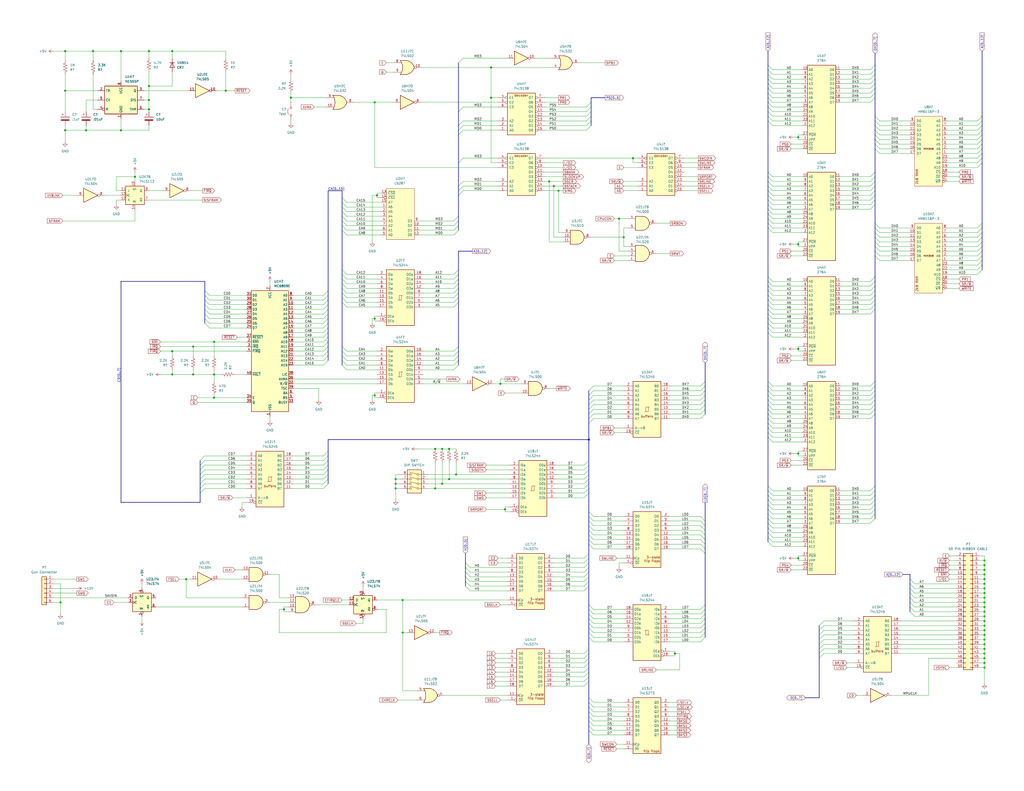
<source format=kicad_sch>
(kicad_sch (version 20231120) (generator "eeschema") (generator_version "8.0")
  (paper "C")
  (title_block (title "Exidy 440") (company "Exidy") (comment 1 "Anton Gale") (comment 4 "CPU & Memory"))
  (lib_symbols
    (symbol "2764_1"
      (property "Reference" "U?" (at 2.1941 27.94 0))
      (property "Value" "2764" (at 2.1941 25.4 0))
      (symbol "2764_1_1_1"
        (pin input line (at -10.16 -17.78 0) (length 2.54) (name "VPP") (number "1"))
        (pin input line (at -10.16 20.32 0) (length 2.54) (name "A0") (number "10"))
        (pin tri_state line (at 10.16 20.32 180) (length 2.54) (name "D0") (number "11"))
        (pin tri_state line (at 10.16 17.78 180) (length 2.54) (name "D1") (number "12"))
        (pin tri_state line (at 10.16 15.24 180) (length 2.54) (name "D2") (number "13"))
        (pin power_in line (at 0 -25.4 90) (length 2.54) hide (name "GND") (number "14"))
        (pin tri_state line (at 10.16 12.7 180) (length 2.54) (name "D3") (number "15"))
        (pin tri_state line (at 10.16 10.16 180) (length 2.54) (name "D4") (number "16"))
        (pin tri_state line (at 10.16 7.62 180) (length 2.54) (name "D5") (number "17"))
        (pin tri_state line (at 10.16 5.08 180) (length 2.54) (name "D6") (number "18"))
        (pin tri_state line (at 10.16 2.54 180) (length 2.54) (name "D7") (number "19"))
        (pin input line (at -10.16 -10.16 0) (length 2.54) (name "A12") (number "2"))
        (pin input line (at -10.16 -20.32 0) (length 2.54) (name "~{CE}") (number "20"))
        (pin input line (at -10.16 -5.08 0) (length 2.54) (name "A10") (number "21"))
        (pin input line (at -10.16 -22.86 0) (length 2.54) (name "~{OE}") (number "22"))
        (pin input line (at -10.16 -7.62 0) (length 2.54) (name "A11") (number "23"))
        (pin input line (at -10.16 -2.54 0) (length 2.54) (name "A9") (number "24"))
        (pin input line (at -10.16 0 0) (length 2.54) (name "A8") (number "25"))
        (pin no_connect line (at 7.62 0 180) (length 2.54) hide (name "NC") (number "26"))
        (pin input line (at -10.16 -15.24 0) (length 2.54) (name "~{PGM}") (number "27"))
        (pin power_in line (at 0 22.86 270) (length 2.54) hide (name "VCC") (number "28"))
        (pin input line (at -10.16 2.54 0) (length 2.54) (name "A7") (number "3"))
        (pin input line (at -10.16 5.08 0) (length 2.54) (name "A6") (number "4"))
        (pin input line (at -10.16 7.62 0) (length 2.54) (name "A5") (number "5"))
        (pin input line (at -10.16 10.16 0) (length 2.54) (name "A4") (number "6"))
        (pin input line (at -10.16 12.7 0) (length 2.54) (name "A3") (number "7"))
        (pin input line (at -10.16 15.24 0) (length 2.54) (name "A2") (number "8"))
        (pin input line (at -10.16 17.78 0) (length 2.54) (name "A1") (number "9"))
      )
    )
    (symbol "2764_2"
      (property "Reference" "U?" (at 2.1941 27.94 0))
      (property "Value" "2764" (at 2.1941 25.4 0))
      (symbol "2764_2_1_1"
        (pin input line (at -10.16 -17.78 0) (length 2.54) (name "VPP") (number "1"))
        (pin input line (at -10.16 20.32 0) (length 2.54) (name "A0") (number "10"))
        (pin tri_state line (at 10.16 20.32 180) (length 2.54) (name "D0") (number "11"))
        (pin tri_state line (at 10.16 17.78 180) (length 2.54) (name "D1") (number "12"))
        (pin tri_state line (at 10.16 15.24 180) (length 2.54) (name "D2") (number "13"))
        (pin power_in line (at 0 -25.4 90) (length 2.54) hide (name "GND") (number "14"))
        (pin tri_state line (at 10.16 12.7 180) (length 2.54) (name "D3") (number "15"))
        (pin tri_state line (at 10.16 10.16 180) (length 2.54) (name "D4") (number "16"))
        (pin tri_state line (at 10.16 7.62 180) (length 2.54) (name "D5") (number "17"))
        (pin tri_state line (at 10.16 5.08 180) (length 2.54) (name "D6") (number "18"))
        (pin tri_state line (at 10.16 2.54 180) (length 2.54) (name "D7") (number "19"))
        (pin input line (at -10.16 -10.16 0) (length 2.54) (name "A12") (number "2"))
        (pin input line (at -10.16 -20.32 0) (length 2.54) (name "~{CE}") (number "20"))
        (pin input line (at -10.16 -5.08 0) (length 2.54) (name "A10") (number "21"))
        (pin input line (at -10.16 -22.86 0) (length 2.54) (name "~{OE}") (number "22"))
        (pin input line (at -10.16 -7.62 0) (length 2.54) (name "A11") (number "23"))
        (pin input line (at -10.16 -2.54 0) (length 2.54) (name "A9") (number "24"))
        (pin input line (at -10.16 0 0) (length 2.54) (name "A8") (number "25"))
        (pin no_connect line (at 7.62 0 180) (length 2.54) hide (name "NC") (number "26"))
        (pin input line (at -10.16 -15.24 0) (length 2.54) (name "~{PGM}") (number "27"))
        (pin power_in line (at 0 22.86 270) (length 2.54) hide (name "VCC") (number "28"))
        (pin input line (at -10.16 2.54 0) (length 2.54) (name "A7") (number "3"))
        (pin input line (at -10.16 5.08 0) (length 2.54) (name "A6") (number "4"))
        (pin input line (at -10.16 7.62 0) (length 2.54) (name "A5") (number "5"))
        (pin input line (at -10.16 10.16 0) (length 2.54) (name "A4") (number "6"))
        (pin input line (at -10.16 12.7 0) (length 2.54) (name "A3") (number "7"))
        (pin input line (at -10.16 15.24 0) (length 2.54) (name "A2") (number "8"))
        (pin input line (at -10.16 17.78 0) (length 2.54) (name "A1") (number "9"))
      )
    )
    (symbol "CPU_NXP_6800:MC6809E"
      (property "Reference" "U" (at -7.62 34.544 0))
      (property "Value" "MC6809E" (at 10.16 34.544 0))
      (symbol "MC6809E_1_1"
        (pin power_in line (at 0 -35.56 90) (length 2.54) (name "VSS") (number "1"))
        (pin output line (at 12.7 25.4 180) (length 2.54) (name "A2") (number "10"))
        (pin output line (at 12.7 22.86 180) (length 2.54) (name "A3") (number "11"))
        (pin output line (at 12.7 20.32 180) (length 2.54) (name "A4") (number "12"))
        (pin output line (at 12.7 17.78 180) (length 2.54) (name "A5") (number "13"))
        (pin output line (at 12.7 15.24 180) (length 2.54) (name "A6") (number "14"))
        (pin output line (at 12.7 12.7 180) (length 2.54) (name "A7") (number "15"))
        (pin output line (at 12.7 10.16 180) (length 2.54) (name "A8") (number "16"))
        (pin output line (at 12.7 7.62 180) (length 2.54) (name "A9") (number "17"))
        (pin output line (at 12.7 5.08 180) (length 2.54) (name "A10") (number "18"))
        (pin output line (at 12.7 2.54 180) (length 2.54) (name "A11") (number "19"))
        (pin input line (at -12.7 5.08 0) (length 2.54) (name "~{NMI}") (number "2"))
        (pin output line (at 12.7 0 180) (length 2.54) (name "A12") (number "20"))
        (pin output line (at 12.7 -2.54 180) (length 2.54) (name "A13") (number "21"))
        (pin output line (at 12.7 -5.08 180) (length 2.54) (name "A14") (number "22"))
        (pin output line (at 12.7 -7.62 180) (length 2.54) (name "A15") (number "23"))
        (pin bidirectional line (at -12.7 12.7 0) (length 2.54) (name "D7") (number "24"))
        (pin bidirectional line (at -12.7 15.24 0) (length 2.54) (name "D6") (number "25"))
        (pin bidirectional line (at -12.7 17.78 0) (length 2.54) (name "D5") (number "26"))
        (pin bidirectional line (at -12.7 20.32 0) (length 2.54) (name "D4") (number "27"))
        (pin bidirectional line (at -12.7 22.86 0) (length 2.54) (name "D3") (number "28"))
        (pin bidirectional line (at -12.7 25.4 0) (length 2.54) (name "D2") (number "29"))
        (pin input line (at -12.7 2.54 0) (length 2.54) (name "~{IRQ}") (number "3"))
        (pin bidirectional line (at -12.7 27.94 0) (length 2.54) (name "D1") (number "30"))
        (pin bidirectional line (at -12.7 30.48 0) (length 2.54) (name "D0") (number "31"))
        (pin output line (at 12.7 -17.78 180) (length 2.54) (name "R/~{W}") (number "32"))
        (pin output line (at 12.7 -27.94 180) (length 2.54) (name "BUSY") (number "33"))
        (pin input line (at -12.7 -25.4 0) (length 2.54) (name "E") (number "34"))
        (pin input line (at -12.7 -27.94 0) (length 2.54) (name "Q") (number "35"))
        (pin output line (at 12.7 -15.24 180) (length 2.54) (name "AVMA") (number "36"))
        (pin input line (at -12.7 7.62 0) (length 2.54) (name "~{RESET}") (number "37"))
        (pin output line (at 12.7 -12.7 180) (length 2.54) (name "LIC") (number "38"))
        (pin output line (at 12.7 -20.32 180) (length 2.54) (name "TSC") (number "39"))
        (pin input line (at -12.7 0 0) (length 2.54) (name "~{FIRQ}") (number "4"))
        (pin input line (at -12.7 -12.7 0) (length 2.54) (name "~{HALT}") (number "40"))
        (pin output line (at 12.7 -25.4 180) (length 2.54) (name "BS") (number "5"))
        (pin output line (at 12.7 -22.86 180) (length 2.54) (name "BA") (number "6"))
        (pin power_in line (at 0 35.56 270) (length 2.54) (name "VCC") (number "7"))
        (pin output line (at 12.7 30.48 180) (length 2.54) (name "A0") (number "8"))
        (pin output line (at 12.7 27.94 180) (length 2.54) (name "A1") (number "9"))
      )
    )
    (symbol "Connector_Generic:Conn_01x06" (pin_names (offset 1.016) hide)
      (property "Reference" "J" (at 0 7.62 0))
      (property "Value" "Conn_01x06" (at 0 -10.16 0))
      (symbol "Conn_01x06_1_1"
        (pin passive line (at -5.08 5.08 0) (length 3.81) (name "Pin_1") (number "1"))
        (pin passive line (at -5.08 2.54 0) (length 3.81) (name "Pin_2") (number "2"))
        (pin passive line (at -5.08 0 0) (length 3.81) (name "Pin_3") (number "3"))
        (pin passive line (at -5.08 -2.54 0) (length 3.81) (name "Pin_4") (number "4"))
        (pin passive line (at -5.08 -5.08 0) (length 3.81) (name "Pin_5") (number "5"))
        (pin passive line (at -5.08 -7.62 0) (length 3.81) (name "Pin_6") (number "6"))
      )
    )
    (symbol "Connector_Generic:Conn_02x25_Odd_Even" (pin_names (offset 1.016) hide)
      (property "Reference" "J" (at 1.27 33.02 0))
      (property "Value" "Conn_02x25_Odd_Even" (at 1.27 -33.02 0))
      (symbol "Conn_02x25_Odd_Even_1_1"
        (pin passive line (at -5.08 30.48 0) (length 3.81) (name "Pin_1") (number "1"))
        (pin passive line (at 7.62 20.32 180) (length 3.81) (name "Pin_10") (number "10"))
        (pin passive line (at -5.08 17.78 0) (length 3.81) (name "Pin_11") (number "11"))
        (pin passive line (at 7.62 17.78 180) (length 3.81) (name "Pin_12") (number "12"))
        (pin passive line (at -5.08 15.24 0) (length 3.81) (name "Pin_13") (number "13"))
        (pin passive line (at 7.62 15.24 180) (length 3.81) (name "Pin_14") (number "14"))
        (pin passive line (at -5.08 12.7 0) (length 3.81) (name "Pin_15") (number "15"))
        (pin passive line (at 7.62 12.7 180) (length 3.81) (name "Pin_16") (number "16"))
        (pin passive line (at -5.08 10.16 0) (length 3.81) (name "Pin_17") (number "17"))
        (pin passive line (at 7.62 10.16 180) (length 3.81) (name "Pin_18") (number "18"))
        (pin passive line (at -5.08 7.62 0) (length 3.81) (name "Pin_19") (number "19"))
        (pin passive line (at 7.62 30.48 180) (length 3.81) (name "Pin_2") (number "2"))
        (pin passive line (at 7.62 7.62 180) (length 3.81) (name "Pin_20") (number "20"))
        (pin passive line (at -5.08 5.08 0) (length 3.81) (name "Pin_21") (number "21"))
        (pin passive line (at 7.62 5.08 180) (length 3.81) (name "Pin_22") (number "22"))
        (pin passive line (at -5.08 2.54 0) (length 3.81) (name "Pin_23") (number "23"))
        (pin passive line (at 7.62 2.54 180) (length 3.81) (name "Pin_24") (number "24"))
        (pin passive line (at -5.08 0 0) (length 3.81) (name "Pin_25") (number "25"))
        (pin passive line (at 7.62 0 180) (length 3.81) (name "Pin_26") (number "26"))
        (pin passive line (at -5.08 -2.54 0) (length 3.81) (name "Pin_27") (number "27"))
        (pin passive line (at 7.62 -2.54 180) (length 3.81) (name "Pin_28") (number "28"))
        (pin passive line (at -5.08 -5.08 0) (length 3.81) (name "Pin_29") (number "29"))
        (pin passive line (at -5.08 27.94 0) (length 3.81) (name "Pin_3") (number "3"))
        (pin passive line (at 7.62 -5.08 180) (length 3.81) (name "Pin_30") (number "30"))
        (pin passive line (at -5.08 -7.62 0) (length 3.81) (name "Pin_31") (number "31"))
        (pin passive line (at 7.62 -7.62 180) (length 3.81) (name "Pin_32") (number "32"))
        (pin passive line (at -5.08 -10.16 0) (length 3.81) (name "Pin_33") (number "33"))
        (pin passive line (at 7.62 -10.16 180) (length 3.81) (name "Pin_34") (number "34"))
        (pin passive line (at -5.08 -12.7 0) (length 3.81) (name "Pin_35") (number "35"))
        (pin passive line (at 7.62 -12.7 180) (length 3.81) (name "Pin_36") (number "36"))
        (pin passive line (at -5.08 -15.24 0) (length 3.81) (name "Pin_37") (number "37"))
        (pin passive line (at 7.62 -15.24 180) (length 3.81) (name "Pin_38") (number "38"))
        (pin passive line (at -5.08 -17.78 0) (length 3.81) (name "Pin_39") (number "39"))
        (pin passive line (at 7.62 27.94 180) (length 3.81) (name "Pin_4") (number "4"))
        (pin passive line (at 7.62 -17.78 180) (length 3.81) (name "Pin_40") (number "40"))
        (pin passive line (at -5.08 -20.32 0) (length 3.81) (name "Pin_41") (number "41"))
        (pin passive line (at 7.62 -20.32 180) (length 3.81) (name "Pin_42") (number "42"))
        (pin passive line (at -5.08 -22.86 0) (length 3.81) (name "Pin_43") (number "43"))
        (pin passive line (at 7.62 -22.86 180) (length 3.81) (name "Pin_44") (number "44"))
        (pin passive line (at -5.08 -25.4 0) (length 3.81) (name "Pin_45") (number "45"))
        (pin passive line (at 7.62 -25.4 180) (length 3.81) (name "Pin_46") (number "46"))
        (pin passive line (at -5.08 -27.94 0) (length 3.81) (name "Pin_47") (number "47"))
        (pin passive line (at 7.62 -27.94 180) (length 3.81) (name "Pin_48") (number "48"))
        (pin passive line (at -5.08 -30.48 0) (length 3.81) (name "Pin_49") (number "49"))
        (pin passive line (at -5.08 25.4 0) (length 3.81) (name "Pin_5") (number "5"))
        (pin passive line (at 7.62 -30.48 180) (length 3.81) (name "Pin_50") (number "50"))
        (pin passive line (at 7.62 25.4 180) (length 3.81) (name "Pin_6") (number "6"))
        (pin passive line (at -5.08 22.86 0) (length 3.81) (name "Pin_7") (number "7"))
        (pin passive line (at 7.62 22.86 180) (length 3.81) (name "Pin_8") (number "8"))
        (pin passive line (at -5.08 20.32 0) (length 3.81) (name "Pin_9") (number "9"))
      )
    )
    (symbol "Device:C_Polarized" (pin_numbers hide) (pin_names (offset 0.254))
      (property "Reference" "C" (at 0.635 2.54 0))
      (property "Value" "C_Polarized" (at 0.635 -2.54 0))
      (symbol "C_Polarized_1_1"
        (pin passive line (at 0 3.81 270) (length 2.794) (name "~") (number "1"))
        (pin passive line (at 0 -3.81 90) (length 2.794) (name "~") (number "2"))
      )
    )
    (symbol "Device:R_US" (pin_numbers hide) (pin_names (offset 0))
      (property "Reference" "R" (at 2.54 0 90))
      (property "Value" "R_US" (at -2.54 0 90))
      (symbol "R_US_1_1"
        (pin passive line (at 0 3.81 270) (length 1.27) (name "~") (number "1"))
        (pin passive line (at 0 -3.81 90) (length 1.27) (name "~") (number "2"))
      )
    )
    (symbol "Diode:1N914" (pin_numbers hide) (pin_names hide)
      (property "Reference" "D" (at 0 2.54 0))
      (property "Value" "1N914" (at 0 -2.54 0))
      (symbol "1N914_1_1"
        (pin passive line (at -3.81 0 0) (length 2.54) (name "K") (number "1"))
        (pin passive line (at 3.81 0 180) (length 2.54) (name "A") (number "2"))
      )
    )
    (symbol "Jumper:Jumper_2_Open" (pin_numbers hide) (pin_names (offset 0) hide) (exclude_from_sim yes)
      (property "Reference" "JP" (at 0 2.794 0))
      (property "Value" "Jumper_2_Open" (at 0 -2.286 0))
      (symbol "Jumper_2_Open_1_1"
        (pin passive line (at -5.08 0 0) (length 2.54) (name "A") (number "1"))
        (pin passive line (at 5.08 0 180) (length 2.54) (name "B") (number "2"))
      )
    )
    (symbol "Switch:SW_DIP_x04" (pin_names (offset 0) hide)
      (property "Reference" "SW" (at 0 8.89 0))
      (property "Value" "SW_DIP_x04" (at 0 -6.35 0))
      (symbol "SW_DIP_x04_1_1"
        (pin passive line (at -7.62 5.08 0) (length 5.08) (name "~") (number "1"))
        (pin passive line (at -7.62 2.54 0) (length 5.08) (name "~") (number "2"))
        (pin passive line (at -7.62 0 0) (length 5.08) (name "~") (number "3"))
        (pin passive line (at -7.62 -2.54 0) (length 5.08) (name "~") (number "4"))
        (pin passive line (at 7.62 -2.54 180) (length 5.08) (name "~") (number "5"))
        (pin passive line (at 7.62 0 180) (length 5.08) (name "~") (number "6"))
        (pin passive line (at 7.62 2.54 180) (length 5.08) (name "~") (number "7"))
        (pin passive line (at 7.62 5.08 180) (length 5.08) (name "~") (number "8"))
      )
    )
    (symbol "Timer:NE555P"
      (property "Reference" "U" (at -10.16 8.89 0))
      (property "Value" "NE555P" (at 2.54 8.89 0))
      (symbol "NE555P_0_0"
        (pin power_in line (at 0 -10.16 90) (length 2.54) (name "GND") (number "1"))
        (pin power_in line (at 0 10.16 270) (length 2.54) (name "VCC") (number "8"))
      )
      (symbol "NE555P_1_1"
        (pin input line (at -12.7 5.08 0) (length 3.81) (name "TR") (number "2"))
        (pin output line (at 12.7 5.08 180) (length 3.81) (name "Q") (number "3"))
        (pin input inverted (at -12.7 -5.08 0) (length 3.81) (name "R") (number "4"))
        (pin input line (at -12.7 0 0) (length 3.81) (name "CV") (number "5"))
        (pin input line (at 12.7 -5.08 180) (length 3.81) (name "THR") (number "6"))
        (pin input line (at 12.7 0 180) (length 3.81) (name "DIS") (number "7"))
      )
    )
    (symbol "arcade:HM6116P-3" (pin_names (offset 1.016))
      (property "Reference" "U" (at 0 21.59 0))
      (property "Value" "HM6116P-3" (at 1.27 19.05 0))
      (symbol "HM6116P-3_0_0"
        (text "2kB RAM" (at 6.35 -15.24 900) (effects (font (size 1.27 1.27))))
        (text "MCM2018" (at 0 0 0) (effects (font (size 0.762 0.762))))
      )
      (symbol "HM6116P-3_1_1"
        (pin input line (at -10.16 -2.54 0) (length 2.54) (name "A7") (number "1"))
        (pin tri_state line (at 10.16 12.7 180) (length 2.54) (name "D1") (number "10"))
        (pin tri_state line (at 10.16 10.16 180) (length 2.54) (name "D2") (number "11"))
        (pin power_in line (at 0 -20.32 90) (length 5.08) hide (name "VSS") (number "12"))
        (pin tri_state line (at 10.16 7.62 180) (length 2.54) (name "D3") (number "13"))
        (pin tri_state line (at 10.16 5.08 180) (length 2.54) (name "D4") (number "14"))
        (pin tri_state line (at 10.16 2.54 180) (length 2.54) (name "D5") (number "15"))
        (pin tri_state line (at 10.16 0 180) (length 2.54) (name "D6") (number "16"))
        (pin tri_state line (at 10.16 -2.54 180) (length 2.54) (name "D7") (number "17"))
        (pin input inverted (at -10.16 -12.7 0) (length 2.54) (name "~{CS}") (number "18"))
        (pin input line (at -10.16 -10.16 0) (length 2.54) (name "A10") (number "19"))
        (pin input line (at -10.16 0 0) (length 2.54) (name "A6") (number "2"))
        (pin input inverted (at -10.16 -15.24 0) (length 2.54) (name "~{OE}") (number "20"))
        (pin input inverted (at -10.16 -17.78 0) (length 2.54) (name "~{WR}") (number "21"))
        (pin input line (at -10.16 -7.62 0) (length 2.54) (name "A9") (number "22"))
        (pin input line (at -10.16 -5.08 0) (length 2.54) (name "A8") (number "23"))
        (pin power_in line (at 0 17.78 270) (length 5.08) hide (name "VCC") (number "24"))
        (pin input line (at -10.16 2.54 0) (length 2.54) (name "A5") (number "3"))
        (pin input line (at -10.16 5.08 0) (length 2.54) (name "A4") (number "4"))
        (pin input line (at -10.16 7.62 0) (length 2.54) (name "A3") (number "5"))
        (pin input line (at -10.16 10.16 0) (length 2.54) (name "A2") (number "6"))
        (pin input line (at -10.16 12.7 0) (length 2.54) (name "A1") (number "7"))
        (pin input line (at -10.16 15.24 0) (length 2.54) (name "A0") (number "8"))
        (pin tri_state line (at 10.16 15.24 180) (length 2.54) (name "D0") (number "9"))
      )
    )
    (symbol "arcade:MB7114H" (pin_names (offset 1.016))
      (property "Reference" "U" (at 0 11.43 0))
      (property "Value" "MB7114H" (at 0 8.89 0))
      (symbol "MB7114H_1_1"
        (pin input line (at -10.16 -12.7 0) (length 2.54) (name "A6") (number "1"))
        (pin output line (at 10.16 -2.54 180) (length 2.54) (name "D2") (number "10"))
        (pin output line (at 10.16 0 180) (length 2.54) (name "D1") (number "11"))
        (pin output line (at 10.16 2.54 180) (length 2.54) (name "D0") (number "12"))
        (pin input inverted (at -10.16 -20.32 0) (length 2.54) (name "~{CS0}") (number "13"))
        (pin input inverted (at -10.16 -17.78 0) (length 2.54) (name "~{CS1}") (number "14"))
        (pin input line (at -10.16 -15.24 0) (length 2.54) (name "A7") (number "15"))
        (pin power_in line (at 0 5.08 270) (length 2.54) hide (name "VCC") (number "16"))
        (pin input line (at -10.16 -10.16 0) (length 2.54) (name "A5") (number "2"))
        (pin input line (at -10.16 -7.62 0) (length 2.54) (name "A4") (number "3"))
        (pin input line (at -10.16 -5.08 0) (length 2.54) (name "A3") (number "4"))
        (pin input line (at -10.16 2.54 0) (length 2.54) (name "A0") (number "5"))
        (pin input line (at -10.16 0 0) (length 2.54) (name "A1") (number "6"))
        (pin input line (at -10.16 -2.54 0) (length 2.54) (name "A2") (number "7"))
        (pin power_in line (at 0 -22.86 90) (length 2.54) hide (name "VSS") (number "8"))
        (pin output line (at 10.16 -5.08 180) (length 2.54) (name "D3") (number "9"))
      )
    )
    (symbol "jt74:74LS00" (pin_names (offset 1.016))
      (property "Reference" "U" (at 0 1.27 0))
      (property "Value" "74LS00" (at 0 -1.27 0))
      (symbol "74LS00_1_1"
        (pin input line (at -7.62 2.54 0) (length 3.81) (name "~") (number "1"))
        (pin input line (at -7.62 -2.54 0) (length 3.81) (name "~") (number "2"))
        (pin output inverted (at 7.62 0 180) (length 3.81) (name "~") (number "3"))
      )
      (symbol "74LS00_1_2"
        (pin input inverted (at -7.62 2.54 0) (length 4.318) (name "~") (number "1"))
        (pin input inverted (at -7.62 -2.54 0) (length 4.318) (name "~") (number "2"))
        (pin output line (at 7.62 0 180) (length 3.81) (name "~") (number "3"))
      )
      (symbol "74LS00_2_1"
        (pin input line (at -7.62 2.54 0) (length 3.81) (name "~") (number "4"))
        (pin input line (at -7.62 -2.54 0) (length 3.81) (name "~") (number "5"))
        (pin output inverted (at 7.62 0 180) (length 3.81) (name "~") (number "6"))
      )
      (symbol "74LS00_2_2"
        (pin input inverted (at -7.62 2.54 0) (length 4.318) (name "~") (number "4"))
        (pin input inverted (at -7.62 -2.54 0) (length 4.318) (name "~") (number "5"))
        (pin output line (at 7.62 0 180) (length 3.81) (name "~") (number "6"))
      )
      (symbol "74LS00_3_1"
        (pin input line (at -7.62 -2.54 0) (length 3.81) (name "~") (number "10"))
        (pin output inverted (at 7.62 0 180) (length 3.81) (name "~") (number "8"))
        (pin input line (at -7.62 2.54 0) (length 3.81) (name "~") (number "9"))
      )
      (symbol "74LS00_3_2"
        (pin input inverted (at -7.62 -2.54 0) (length 4.318) (name "~") (number "10"))
        (pin output line (at 7.62 0 180) (length 3.81) (name "~") (number "8"))
        (pin input inverted (at -7.62 2.54 0) (length 4.318) (name "~") (number "9"))
      )
      (symbol "74LS00_4_1"
        (pin output inverted (at 7.62 0 180) (length 3.81) (name "~") (number "11"))
        (pin input line (at -7.62 2.54 0) (length 3.81) (name "~") (number "12"))
        (pin input line (at -7.62 -2.54 0) (length 3.81) (name "~") (number "13"))
      )
      (symbol "74LS00_4_2"
        (pin output line (at 7.62 0 180) (length 3.81) (name "~") (number "11"))
        (pin input inverted (at -7.62 2.54 0) (length 4.318) (name "~") (number "12"))
        (pin input inverted (at -7.62 -2.54 0) (length 4.318) (name "~") (number "13"))
      )
      (symbol "74LS00_5_0"
        (pin power_in line (at 0 7.62 270) (length 5.08) hide (name "VCC") (number "14"))
        (pin power_in line (at 0 -7.62 90) (length 5.08) hide (name "GND") (number "7"))
      )
      (symbol "74LS00_5_1"
        (text "+" (at 0 6.35 0) (effects (font (size 1.27 1.27))))
      )
    )
    (symbol "jt74:74LS02" (pin_names (offset 1.016))
      (property "Reference" "U" (at 0 1.27 0))
      (property "Value" "74LS02" (at 0 -1.27 0))
      (symbol "74LS02_1_1"
        (pin output inverted (at 7.62 0 180) (length 3.81) (name "~") (number "1"))
        (pin input line (at -7.62 2.54 0) (length 4.318) (name "~") (number "2"))
        (pin input line (at -7.62 -2.54 0) (length 4.318) (name "~") (number "3"))
      )
      (symbol "74LS02_1_2"
        (pin output line (at 7.62 0 180) (length 3.81) (name "~") (number "1"))
        (pin input inverted (at -7.62 2.54 0) (length 3.81) (name "~") (number "2"))
        (pin input inverted (at -7.62 -2.54 0) (length 3.81) (name "~") (number "3"))
      )
      (symbol "74LS02_2_1"
        (pin output inverted (at 7.62 0 180) (length 3.81) (name "~") (number "4"))
        (pin input line (at -7.62 2.54 0) (length 4.318) (name "~") (number "5"))
        (pin input line (at -7.62 -2.54 0) (length 4.318) (name "~") (number "6"))
      )
      (symbol "74LS02_2_2"
        (pin output line (at 7.62 0 180) (length 3.81) (name "~") (number "4"))
        (pin input inverted (at -7.62 2.54 0) (length 3.81) (name "~") (number "5"))
        (pin input inverted (at -7.62 -2.54 0) (length 3.81) (name "~") (number "6"))
      )
      (symbol "74LS02_3_1"
        (pin output inverted (at 7.62 0 180) (length 3.81) (name "~") (number "10"))
        (pin input line (at -7.62 2.54 0) (length 4.318) (name "~") (number "8"))
        (pin input line (at -7.62 -2.54 0) (length 4.318) (name "~") (number "9"))
      )
      (symbol "74LS02_3_2"
        (pin output line (at 7.62 0 180) (length 3.81) (name "~") (number "10"))
        (pin input inverted (at -7.62 2.54 0) (length 3.81) (name "~") (number "8"))
        (pin input inverted (at -7.62 -2.54 0) (length 3.81) (name "~") (number "9"))
      )
      (symbol "74LS02_4_1"
        (pin input line (at -7.62 2.54 0) (length 4.318) (name "~") (number "11"))
        (pin input line (at -7.62 -2.54 0) (length 4.318) (name "~") (number "12"))
        (pin output inverted (at 7.62 0 180) (length 3.81) (name "~") (number "13"))
      )
      (symbol "74LS02_4_2"
        (pin input inverted (at -7.62 2.54 0) (length 3.81) (name "~") (number "11"))
        (pin input inverted (at -7.62 -2.54 0) (length 3.81) (name "~") (number "12"))
        (pin output line (at 7.62 0 180) (length 3.81) (name "~") (number "13"))
      )
      (symbol "74LS02_5_0"
        (pin power_in line (at 0 7.62 270) (length 5.08) hide (name "VCC") (number "14"))
        (pin power_in line (at 0 -7.62 90) (length 5.08) hide (name "GND") (number "7"))
      )
      (symbol "74LS02_5_1"
        (text "+" (at 0 6.35 0) (effects (font (size 1.27 1.27))))
      )
    )
    (symbol "jt74:74LS04" (pin_names (offset 1.016))
      (property "Reference" "U" (at -0.635 0 0))
      (property "Value" "74LS04" (at 0 -5.08 0))
      (symbol "74LS04_1_0"
        (pin input line (at -7.62 0 0) (length 3.81) (name "~") (number "1"))
        (pin output inverted (at 7.62 0 180) (length 3.81) (name "~") (number "2"))
      )
      (symbol "74LS04_2_0"
        (pin input line (at -7.62 0 0) (length 3.81) (name "~") (number "3"))
        (pin output inverted (at 7.62 0 180) (length 3.81) (name "~") (number "4"))
      )
      (symbol "74LS04_3_0"
        (pin input line (at -7.62 0 0) (length 3.81) (name "~") (number "5"))
        (pin output inverted (at 7.62 0 180) (length 3.81) (name "~") (number "6"))
      )
      (symbol "74LS04_4_0"
        (pin output inverted (at 7.62 0 180) (length 3.81) (name "~") (number "8"))
        (pin input line (at -7.62 0 0) (length 3.81) (name "~") (number "9"))
      )
      (symbol "74LS04_5_0"
        (pin output inverted (at 7.62 0 180) (length 3.81) (name "~") (number "10"))
        (pin input line (at -7.62 0 0) (length 3.81) (name "~") (number "11"))
      )
      (symbol "74LS04_6_0"
        (pin output inverted (at 7.62 0 180) (length 3.81) (name "~") (number "12"))
        (pin input line (at -7.62 0 0) (length 3.81) (name "~") (number "13"))
      )
      (symbol "74LS04_7_0"
        (pin power_in line (at 0 7.62 270) (length 5.08) hide (name "VCC") (number "14"))
        (pin power_in line (at 0 -7.62 90) (length 5.08) hide (name "GND") (number "7"))
      )
      (symbol "74LS04_7_1"
        (text "+" (at 0 6.35 0) (effects (font (size 1.27 1.27))))
      )
    )
    (symbol "jt74:74LS05" (pin_names (offset 1.016))
      (property "Reference" "U" (at 0 1.27 0))
      (property "Value" "74LS05" (at 0 -1.27 0))
      (symbol "74LS05_1_0"
        (pin input line (at -7.62 0 0) (length 3.81) (name "~") (number "1"))
        (pin open_collector inverted (at 7.62 0 180) (length 3.81) (name "~") (number "2"))
      )
      (symbol "74LS05_2_0"
        (pin input line (at -7.62 0 0) (length 3.81) (name "~") (number "3"))
        (pin open_collector inverted (at 7.62 0 180) (length 3.81) (name "~") (number "4"))
      )
      (symbol "74LS05_3_0"
        (pin input line (at -7.62 0 0) (length 3.81) (name "~") (number "5"))
        (pin open_collector inverted (at 7.62 0 180) (length 3.81) (name "~") (number "6"))
      )
      (symbol "74LS05_4_0"
        (pin open_collector inverted (at 7.62 0 180) (length 3.81) (name "~") (number "8"))
        (pin input line (at -7.62 0 0) (length 3.81) (name "~") (number "9"))
      )
      (symbol "74LS05_5_0"
        (pin open_collector inverted (at 7.62 0 180) (length 3.81) (name "~") (number "10"))
        (pin input line (at -7.62 0 0) (length 3.81) (name "~") (number "11"))
      )
      (symbol "74LS05_6_0"
        (pin open_collector inverted (at 7.62 0 180) (length 3.81) (name "~") (number "12"))
        (pin input line (at -7.62 0 0) (length 3.81) (name "~") (number "13"))
      )
      (symbol "74LS05_7_0"
        (pin input line (at 0 12.7 270) (length 5.08) hide (name "VCC") (number "14"))
        (pin input line (at 0 -12.7 90) (length 5.08) hide (name "GND") (number "7"))
      )
    )
    (symbol "jt74:74LS10" (pin_names (offset 1.016))
      (property "Reference" "U" (at 0 1.27 0))
      (property "Value" "74LS10" (at 0 -1.27 0))
      (symbol "74LS10_1_1"
        (pin input line (at -7.62 2.54 0) (length 3.81) (name "~") (number "1"))
        (pin output inverted (at 7.62 0 180) (length 3.81) (name "~") (number "12"))
        (pin input line (at -7.62 -2.54 0) (length 3.81) (name "~") (number "13"))
        (pin input line (at -7.62 0 0) (length 3.81) (name "~") (number "2"))
      )
      (symbol "74LS10_1_2"
        (pin input inverted (at -7.62 2.54 0) (length 4.318) (name "~") (number "1"))
        (pin output line (at 7.62 0 180) (length 3.81) (name "~") (number "12"))
        (pin input inverted (at -7.62 -2.54 0) (length 4.318) (name "~") (number "13"))
        (pin input inverted (at -7.62 0 0) (length 4.953) (name "~") (number "2"))
      )
      (symbol "74LS10_2_1"
        (pin input line (at -7.62 2.54 0) (length 3.81) (name "~") (number "3"))
        (pin input line (at -7.62 0 0) (length 3.81) (name "~") (number "4"))
        (pin input line (at -7.62 -2.54 0) (length 3.81) (name "~") (number "5"))
        (pin output inverted (at 7.62 0 180) (length 3.81) (name "~") (number "6"))
      )
      (symbol "74LS10_2_2"
        (pin input inverted (at -7.62 2.54 0) (length 4.318) (name "~") (number "3"))
        (pin input inverted (at -7.62 0 0) (length 4.953) (name "~") (number "4"))
        (pin input inverted (at -7.62 -2.54 0) (length 4.318) (name "~") (number "5"))
        (pin output line (at 7.62 0 180) (length 3.81) (name "~") (number "6"))
      )
      (symbol "74LS10_3_1"
        (pin input line (at -7.62 0 0) (length 3.81) (name "~") (number "10"))
        (pin input line (at -7.62 -2.54 0) (length 3.81) (name "~") (number "11"))
        (pin output inverted (at 7.62 0 180) (length 3.81) (name "~") (number "8"))
        (pin input line (at -7.62 2.54 0) (length 3.81) (name "~") (number "9"))
      )
      (symbol "74LS10_3_2"
        (pin input inverted (at -7.62 0 0) (length 4.953) (name "~") (number "10"))
        (pin input inverted (at -7.62 -2.54 0) (length 4.318) (name "~") (number "11"))
        (pin output line (at 7.62 0 180) (length 3.81) (name "~") (number "8"))
        (pin input inverted (at -7.62 2.54 0) (length 4.318) (name "~") (number "9"))
      )
      (symbol "74LS10_4_0"
        (pin power_in line (at 0 7.62 270) (length 5.08) hide (name "VCC") (number "14"))
        (pin power_in line (at 0 -7.62 90) (length 5.08) hide (name "GND") (number "7"))
      )
      (symbol "74LS10_4_1"
        (text "+" (at 0 6.35 0) (effects (font (size 1.27 1.27))))
      )
    )
    (symbol "jt74:74LS112" (pin_names (offset 1.016))
      (property "Reference" "U" (at -7.62 8.89 0))
      (property "Value" "74LS112" (at -7.62 -8.89 0))
      (symbol "74LS112_1_0"
        (pin input clock (at -7.62 0 0) (length 2.54) (name "C") (number "1"))
        (pin input line (at 0 -7.62 90) (length 2.54) (name "~{R}") (number "15"))
        (pin input line (at -7.62 -2.54 0) (length 2.54) (name "K") (number "2"))
        (pin input line (at -7.62 2.54 0) (length 2.54) (name "J") (number "3"))
        (pin input line (at 0 7.62 270) (length 2.54) (name "~{S}") (number "4"))
        (pin output line (at 7.62 2.54 180) (length 2.54) (name "Q") (number "5"))
        (pin output line (at 7.62 -2.54 180) (length 2.54) (name "~{Q}") (number "6"))
      )
      (symbol "74LS112_2_0"
        (pin input line (at 0 7.62 270) (length 2.54) (name "~{S}") (number "10"))
        (pin input line (at -7.62 2.54 0) (length 2.54) (name "J") (number "11"))
        (pin input line (at -7.62 -2.54 0) (length 2.54) (name "K") (number "12"))
        (pin input clock (at -7.62 0 0) (length 2.54) (name "C") (number "13"))
        (pin input line (at 0 -7.62 90) (length 2.54) (name "~{R}") (number "14"))
        (pin output line (at 7.62 -2.54 180) (length 2.54) (name "~{Q}") (number "7"))
        (pin output line (at 7.62 2.54 180) (length 2.54) (name "Q") (number "9"))
      )
      (symbol "74LS112_3_0"
        (pin power_in line (at 0 7.62 270) (length 2.54) hide (name "VCC") (number "16"))
        (pin power_in line (at 0 -7.62 90) (length 2.54) hide (name "GND") (number "8"))
      )
    )
    (symbol "jt74:74LS138" (pin_names (offset 1.016))
      (property "Reference" "U" (at 7.62 11.43 0))
      (property "Value" "74LS138" (at 5.08 -13.97 0))
      (symbol "74LS138_0_0"
        (text "decoder" (at 0 -11.43 0) (effects (font (size 1.27 1.27))))
      )
      (symbol "74LS138_1_0"
        (pin input line (at -12.7 7.62 0) (length 5.08) (name "A0") (number "1"))
        (pin output inverted (at 12.7 -5.08 180) (length 5.08) (name "O5") (number "10"))
        (pin output inverted (at 12.7 -2.54 180) (length 5.08) (name "O4") (number "11"))
        (pin output inverted (at 12.7 0 180) (length 5.08) (name "O3") (number "12"))
        (pin output inverted (at 12.7 2.54 180) (length 5.08) (name "O2") (number "13"))
        (pin output inverted (at 12.7 5.08 180) (length 5.08) (name "O1") (number "14"))
        (pin output inverted (at 12.7 7.62 180) (length 5.08) (name "O0") (number "15"))
        (pin power_in line (at 0 10.16 270) (length 1.27) hide (name "VCC") (number "16"))
        (pin input line (at -12.7 5.08 0) (length 5.08) (name "A1") (number "2"))
        (pin input line (at -12.7 2.54 0) (length 5.08) (name "A2") (number "3"))
        (pin input inverted (at -12.7 -10.16 0) (length 5.08) (name "E1") (number "4"))
        (pin input inverted (at -12.7 -7.62 0) (length 5.08) (name "E2") (number "5"))
        (pin input line (at -12.7 -5.08 0) (length 5.08) (name "E3") (number "6"))
        (pin output inverted (at 12.7 -10.16 180) (length 5.08) (name "O7") (number "7"))
        (pin power_in line (at 0 -12.7 90) (length 1.27) hide (name "GND") (number "8"))
        (pin output inverted (at 12.7 -7.62 180) (length 5.08) (name "O6") (number "9"))
      )
    )
    (symbol "jt74:74LS20" (pin_names (offset 1.016))
      (property "Reference" "U" (at 0 1.27 0))
      (property "Value" "74LS20" (at 0 -1.27 0))
      (symbol "74LS20_1_1"
        (pin input line (at -7.62 3.81 0) (length 3.81) (name "~") (number "1"))
        (pin input line (at -7.62 1.27 0) (length 3.81) (name "~") (number "2"))
        (pin input line (at -7.62 -1.27 0) (length 3.81) (name "~") (number "4"))
        (pin input line (at -7.62 -3.81 0) (length 3.81) (name "~") (number "5"))
        (pin output inverted (at 7.62 0 180) (length 3.81) (name "~") (number "6"))
      )
      (symbol "74LS20_1_2"
        (pin input inverted (at -7.62 3.81 0) (length 3.81) (name "~") (number "1"))
        (pin input inverted (at -7.62 1.27 0) (length 4.826) (name "~") (number "2"))
        (pin input inverted (at -7.62 -1.27 0) (length 4.826) (name "~") (number "4"))
        (pin input inverted (at -7.62 -3.81 0) (length 3.81) (name "~") (number "5"))
        (pin output line (at 7.62 0 180) (length 3.81) (name "~") (number "6"))
      )
      (symbol "74LS20_2_1"
        (pin input line (at -7.62 1.27 0) (length 3.81) (name "~") (number "10"))
        (pin input line (at -7.62 -1.27 0) (length 3.81) (name "~") (number "12"))
        (pin input line (at -7.62 -3.81 0) (length 3.81) (name "~") (number "13"))
        (pin output inverted (at 7.62 0 180) (length 3.81) (name "~") (number "8"))
        (pin input line (at -7.62 3.81 0) (length 3.81) (name "~") (number "9"))
      )
      (symbol "74LS20_2_2"
        (pin input inverted (at -7.62 1.27 0) (length 4.826) (name "~") (number "10"))
        (pin input inverted (at -7.62 -1.27 0) (length 4.826) (name "~") (number "12"))
        (pin input inverted (at -7.62 -3.81 0) (length 3.81) (name "~") (number "13"))
        (pin output line (at 7.62 0 180) (length 3.81) (name "~") (number "8"))
        (pin input inverted (at -7.62 3.81 0) (length 3.81) (name "~") (number "9"))
      )
      (symbol "74LS20_3_0"
        (pin power_in line (at 0 7.62 270) (length 5.08) hide (name "VCC") (number "14"))
        (pin power_in line (at 0 -7.62 90) (length 5.08) hide (name "GND") (number "7"))
      )
      (symbol "74LS20_3_1"
        (text "+" (at 0 6.35 0) (effects (font (size 1.27 1.27))))
      )
    )
    (symbol "jt74:74LS244"
      (property "Reference" "U" (at 7.62 16.51 0))
      (property "Value" "74LS244" (at 3.175 -13.97 0))
      (symbol "74LS244_1_0"
        (pin input inverted (at -12.7 -10.16 0) (length 5.08) (name "OEa") (number "1"))
        (pin power_in line (at 0 -15.24 90) (length 5.08) hide (name "GND") (number "10"))
        (pin input line (at -12.7 2.54 0) (length 5.08) (name "I0b") (number "11"))
        (pin tri_state line (at 12.7 5.08 180) (length 5.08) (name "O3a") (number "12"))
        (pin input line (at -12.7 0 0) (length 5.08) (name "I1b") (number "13"))
        (pin tri_state line (at 12.7 7.62 180) (length 5.08) (name "O2a") (number "14"))
        (pin input line (at -12.7 -2.54 0) (length 5.08) (name "I2b") (number "15"))
        (pin tri_state line (at 12.7 10.16 180) (length 5.08) (name "O1a") (number "16"))
        (pin input line (at -12.7 -5.08 0) (length 5.08) (name "I3b") (number "17"))
        (pin tri_state line (at 12.7 12.7 180) (length 5.08) (name "O0a") (number "18"))
        (pin input inverted (at -12.7 -12.7 0) (length 5.08) (name "OEb") (number "19"))
        (pin input line (at -12.7 12.7 0) (length 5.08) (name "I0a") (number "2"))
        (pin power_in line (at 0 15.24 270) (length 5.08) hide (name "VCC") (number "20"))
        (pin tri_state line (at 12.7 -5.08 180) (length 5.08) (name "O3b") (number "3"))
        (pin input line (at -12.7 10.16 0) (length 5.08) (name "I1a") (number "4"))
        (pin tri_state line (at 12.7 -2.54 180) (length 5.08) (name "O2b") (number "5"))
        (pin input line (at -12.7 7.62 0) (length 5.08) (name "I2a") (number "6"))
        (pin tri_state line (at 12.7 0 180) (length 5.08) (name "O1b") (number "7"))
        (pin input line (at -12.7 5.08 0) (length 5.08) (name "I3a") (number "8"))
        (pin tri_state line (at 12.7 2.54 180) (length 5.08) (name "O0b") (number "9"))
      )
    )
    (symbol "jt74:74LS245" (pin_names (offset 1.016))
      (property "Reference" "U" (at -7.62 16.51 0))
      (property "Value" "74LS245" (at 2.54 -13.97 0))
      (symbol "74LS245_0_0"
        (text "buffers" (at 0 -3.81 0) (effects (font (size 1.27 1.27))))
      )
      (symbol "74LS245_1_0"
        (pin input line (at -12.7 -10.16 0) (length 5.08) (name "A->B") (number "1"))
        (pin tri_state line (at 12.7 -5.08 180) (length 5.08) (name "B7") (number "11"))
        (pin tri_state line (at 12.7 -2.54 180) (length 5.08) (name "B6") (number "12"))
        (pin tri_state line (at 12.7 0 180) (length 5.08) (name "B5") (number "13"))
        (pin tri_state line (at 12.7 2.54 180) (length 5.08) (name "B4") (number "14"))
        (pin tri_state line (at 12.7 5.08 180) (length 5.08) (name "B3") (number "15"))
        (pin tri_state line (at 12.7 7.62 180) (length 5.08) (name "B2") (number "16"))
        (pin tri_state line (at 12.7 10.16 180) (length 5.08) (name "B1") (number "17"))
        (pin tri_state line (at 12.7 12.7 180) (length 5.08) (name "B0") (number "18"))
        (pin input inverted (at -12.7 -12.7 0) (length 5.08) (name "~{CE}") (number "19"))
        (pin tri_state line (at -12.7 12.7 0) (length 5.08) (name "A0") (number "2"))
        (pin tri_state line (at -12.7 10.16 0) (length 5.08) (name "A1") (number "3"))
        (pin tri_state line (at -12.7 7.62 0) (length 5.08) (name "A2") (number "4"))
        (pin tri_state line (at -12.7 5.08 0) (length 5.08) (name "A3") (number "5"))
        (pin tri_state line (at -12.7 2.54 0) (length 5.08) (name "A4") (number "6"))
        (pin tri_state line (at -12.7 0 0) (length 5.08) (name "A5") (number "7"))
        (pin tri_state line (at -12.7 -2.54 0) (length 5.08) (name "A6") (number "8"))
        (pin tri_state line (at -12.7 -5.08 0) (length 5.08) (name "A7") (number "9"))
      )
    )
    (symbol "jt74:74LS273" (pin_names (offset 1.016))
      (property "Reference" "U" (at 7.62 16.51 0))
      (property "Value" "74LS273" (at 5.08 -16.51 0))
      (symbol "74LS273_0_0"
        (text "flip flops" (at 2.54 -13.97 0) (effects (font (size 1.27 1.27))))
      )
      (symbol "74LS273_1_0"
        (pin input line (at -12.7 -12.7 0) (length 5.08) (name "~{Mr}") (number "1"))
        (pin power_in line (at 0 -15.24 90) (length 1.27) hide (name "GND") (number "10"))
        (pin input clock (at -12.7 -10.16 0) (length 5.08) (name "Cp") (number "11"))
        (pin output line (at 12.7 2.54 180) (length 5.08) (name "Q4") (number "12"))
        (pin input line (at -12.7 2.54 0) (length 5.08) (name "D4") (number "13"))
        (pin input line (at -12.7 0 0) (length 5.08) (name "D5") (number "14"))
        (pin output line (at 12.7 0 180) (length 5.08) (name "Q5") (number "15"))
        (pin output line (at 12.7 -2.54 180) (length 5.08) (name "Q6") (number "16"))
        (pin input line (at -12.7 -2.54 0) (length 5.08) (name "D6") (number "17"))
        (pin input line (at -12.7 -5.08 0) (length 5.08) (name "D7") (number "18"))
        (pin output line (at 12.7 -5.08 180) (length 5.08) (name "Q7") (number "19"))
        (pin output line (at 12.7 12.7 180) (length 5.08) (name "Q0") (number "2"))
        (pin power_in line (at 0 15.24 270) (length 1.27) hide (name "VCC") (number "20"))
        (pin input line (at -12.7 12.7 0) (length 5.08) (name "D0") (number "3"))
        (pin input line (at -12.7 10.16 0) (length 5.08) (name "D1") (number "4"))
        (pin output line (at 12.7 10.16 180) (length 5.08) (name "Q1") (number "5"))
        (pin output line (at 12.7 7.62 180) (length 5.08) (name "Q2") (number "6"))
        (pin input line (at -12.7 7.62 0) (length 5.08) (name "D2") (number "7"))
        (pin input line (at -12.7 5.08 0) (length 5.08) (name "D3") (number "8"))
        (pin output line (at 12.7 5.08 180) (length 5.08) (name "Q3") (number "9"))
      )
    )
    (symbol "jt74:74LS32" (pin_names (offset 1.016))
      (property "Reference" "U" (at 0 1.27 0))
      (property "Value" "74LS32" (at 0 -1.27 0))
      (symbol "74LS32_1_1"
        (pin input line (at -7.62 2.54 0) (length 4.318) (name "~") (number "1"))
        (pin input line (at -7.62 -2.54 0) (length 4.318) (name "~") (number "2"))
        (pin output line (at 7.62 0 180) (length 3.81) (name "~") (number "3"))
      )
      (symbol "74LS32_1_2"
        (pin input inverted (at -7.62 2.54 0) (length 3.81) (name "~") (number "1"))
        (pin input inverted (at -7.62 -2.54 0) (length 3.81) (name "~") (number "2"))
        (pin output inverted (at 7.62 0 180) (length 3.81) (name "~") (number "3"))
      )
      (symbol "74LS32_2_1"
        (pin input line (at -7.62 2.54 0) (length 4.318) (name "~") (number "4"))
        (pin input line (at -7.62 -2.54 0) (length 4.318) (name "~") (number "5"))
        (pin output line (at 7.62 0 180) (length 3.81) (name "~") (number "6"))
      )
      (symbol "74LS32_2_2"
        (pin input inverted (at -7.62 2.54 0) (length 3.81) (name "~") (number "4"))
        (pin input inverted (at -7.62 -2.54 0) (length 3.81) (name "~") (number "5"))
        (pin output inverted (at 7.62 0 180) (length 3.81) (name "~") (number "6"))
      )
      (symbol "74LS32_3_1"
        (pin input line (at -7.62 -2.54 0) (length 4.318) (name "~") (number "10"))
        (pin output line (at 7.62 0 180) (length 3.81) (name "~") (number "8"))
        (pin input line (at -7.62 2.54 0) (length 4.318) (name "~") (number "9"))
      )
      (symbol "74LS32_3_2"
        (pin input inverted (at -7.62 -2.54 0) (length 3.81) (name "~") (number "10"))
        (pin output inverted (at 7.62 0 180) (length 3.81) (name "~") (number "8"))
        (pin input inverted (at -7.62 2.54 0) (length 3.81) (name "~") (number "9"))
      )
      (symbol "74LS32_4_1"
        (pin output line (at 7.62 0 180) (length 3.81) (name "~") (number "11"))
        (pin input line (at -7.62 2.54 0) (length 4.318) (name "~") (number "12"))
        (pin input line (at -7.62 -2.54 0) (length 4.318) (name "~") (number "13"))
      )
      (symbol "74LS32_4_2"
        (pin output inverted (at 7.62 0 180) (length 3.81) (name "~") (number "11"))
        (pin input inverted (at -7.62 2.54 0) (length 3.81) (name "~") (number "12"))
        (pin input inverted (at -7.62 -2.54 0) (length 3.81) (name "~") (number "13"))
      )
      (symbol "74LS32_5_0"
        (pin power_in line (at 0 7.62 270) (length 5.08) hide (name "VCC") (number "14"))
        (pin power_in line (at 0 -7.62 90) (length 5.08) hide (name "GND") (number "7"))
      )
      (symbol "74LS32_5_1"
        (text "+" (at 0 6.35 0) (effects (font (size 1.27 1.27))))
      )
    )
    (symbol "jt74:74LS374" (pin_names (offset 1.016))
      (property "Reference" "U" (at 7.62 16.51 0))
      (property "Value" "74LS374" (at 3.175 -13.97 0))
      (symbol "74LS374_1_0"
        (text "3-state\nflip flops" (at 7.366 -10.668 0) (effects (font (size 1.27 1.27)) (justify right)))
        (pin input inverted (at -12.7 -12.7 0) (length 5.08) (name "~{OE}") (number "1"))
        (pin input clock (at -12.7 -10.16 0) (length 5.08) (name "Cp") (number "11"))
        (pin tri_state line (at 12.7 2.54 180) (length 5.08) (name "O4") (number "12"))
        (pin input line (at -12.7 2.54 0) (length 5.08) (name "D4") (number "13"))
        (pin input line (at -12.7 0 0) (length 5.08) (name "D5") (number "14"))
        (pin tri_state line (at 12.7 0 180) (length 5.08) (name "O5") (number "15"))
        (pin tri_state line (at 12.7 -2.54 180) (length 5.08) (name "O6") (number "16"))
        (pin input line (at -12.7 -2.54 0) (length 5.08) (name "D6") (number "17"))
        (pin input line (at -12.7 -5.08 0) (length 5.08) (name "D7") (number "18"))
        (pin tri_state line (at 12.7 -5.08 180) (length 5.08) (name "O7") (number "19"))
        (pin tri_state line (at 12.7 12.7 180) (length 5.08) (name "O0") (number "2"))
        (pin input line (at -12.7 12.7 0) (length 5.08) (name "D0") (number "3"))
        (pin input line (at -12.7 10.16 0) (length 5.08) (name "D1") (number "4"))
        (pin tri_state line (at 12.7 10.16 180) (length 5.08) (name "O1") (number "5"))
        (pin tri_state line (at 12.7 7.62 180) (length 5.08) (name "O2") (number "6"))
        (pin input line (at -12.7 7.62 0) (length 5.08) (name "D2") (number "7"))
        (pin input line (at -12.7 5.08 0) (length 5.08) (name "D3") (number "8"))
        (pin tri_state line (at 12.7 5.08 180) (length 5.08) (name "O3") (number "9"))
      )
    )
    (symbol "jt74:74LS74" (pin_names (offset 1.016))
      (property "Reference" "U" (at 0 1.27 0))
      (property "Value" "74LS74" (at 0 -1.27 0))
      (symbol "74LS74_0_1"
        (text "+" (at 0 6.35 0) (effects (font (size 1.27 1.27))))
      )
      (symbol "74LS74_1_0"
        (pin input inverted (at 0 -7.62 90) (length 2.54) (name "~{R}") (number "1"))
        (pin input line (at -7.62 2.54 0) (length 2.54) (name "D") (number "2"))
        (pin input clock (at -7.62 0 0) (length 2.54) (name "C") (number "3"))
        (pin input inverted (at 0 7.62 270) (length 2.54) (name "~{S}") (number "4"))
        (pin output line (at 7.62 2.54 180) (length 2.54) (name "Q") (number "5"))
        (pin output line (at 7.62 -2.54 180) (length 2.54) (name "~{Q}") (number "6"))
      )
      (symbol "74LS74_2_0"
        (pin input clock (at -7.62 0 0) (length 2.54) (name "C") (number "11"))
        (pin input line (at -7.62 2.54 0) (length 2.54) (name "D") (number "12"))
        (pin input inverted (at 0 -7.62 90) (length 2.54) (name "~{R}") (number "13"))
        (pin output inverted (at 7.62 -2.54 180) (length 2.54) (name "~{Q}") (number "8"))
        (pin output line (at 7.62 2.54 180) (length 2.54) (name "Q") (number "9"))
      )
      (symbol "74LS74_2_1"
        (pin input inverted (at 0 7.62 270) (length 2.54) (name "~{S}") (number "10"))
      )
      (symbol "74LS74_3_0"
        (pin power_in line (at 0 7.62 270) (length 2.54) hide (name "VCC") (number "14"))
        (pin power_in line (at 0 -7.62 90) (length 2.54) hide (name "GND") (number "7"))
      )
    )
    (symbol "power:+12V" (power) (pin_numbers hide) (pin_names (offset 0) hide)
      (property "Value" "+12V" (at 0 3.556 0))
      (symbol "+12V_1_1"
        (pin power_in line (at 0 0 90) (length 0) (name "~") (number "1"))
      )
    )
    (symbol "power:+5V" (power) (pin_numbers hide) (pin_names (offset 0) hide)
      (property "Value" "+5V" (at 0 3.556 0))
      (symbol "+5V_1_1"
        (pin power_in line (at 0 0 90) (length 0) (name "~") (number "1"))
      )
    )
    (symbol "power:GND" (power) (pin_numbers hide) (pin_names (offset 0) hide)
      (property "Value" "GND" (at 0 -3.81 0))
      (symbol "GND_1_1"
        (pin power_in line (at 0 0 270) (length 0) (name "~") (number "1"))
      )
    )
  )
  (junction (at 81.28 27.94))
  (junction (at 73.66 96.52))
  (junction (at 537.21 349.25))
  (junction (at 116.84 204.47))
  (junction (at 93.98 27.94))
  (junction (at 215.9 261.62))
  (junction (at 537.21 339.09))
  (junction (at 340.36 129.54))
  (junction (at 273.05 209.55))
  (junction (at 105.41 189.23))
  (junction (at 35.56 71.12))
  (junction (at 435.61 304.8))
  (junction (at 337.82 119.38))
  (junction (at 105.41 204.47))
  (junction (at 267.97 53.34))
  (junction (at 537.21 351.79))
  (junction (at 275.59 278.13))
  (junction (at 81.28 59.69))
  (junction (at 46.99 71.12))
  (junction (at 245.11 245.11))
  (junction (at 537.21 308.61))
  (junction (at 219.71 327.66))
  (junction (at 248.92 259.08))
  (junction (at 537.21 346.71))
  (junction (at 537.21 326.39))
  (junction (at 204.47 215.9))
  (junction (at 537.21 331.47))
  (junction (at 81.28 46.99))
  (junction (at 237.49 245.11))
  (junction (at 537.21 354.33))
  (junction (at 33.02 328.93))
  (junction (at 66.04 71.12))
  (junction (at 35.56 27.94))
  (junction (at 204.47 173.99))
  (junction (at 204.47 55.88))
  (junction (at 158.75 53.34))
  (junction (at 219.71 345.44))
  (junction (at 368.3 356.87))
  (junction (at 537.21 334.01))
  (junction (at 435.61 190.5))
  (junction (at 537.21 306.07))
  (junction (at 435.61 74.93))
  (junction (at 537.21 356.87))
  (junction (at 35.56 49.53))
  (junction (at 241.3 245.11))
  (junction (at 81.28 54.61))
  (junction (at 299.72 99.06))
  (junction (at 123.19 49.53))
  (junction (at 537.21 341.63))
  (junction (at 93.98 204.47))
  (junction (at 537.21 359.41))
  (junction (at 537.21 323.85))
  (junction (at 215.9 264.16))
  (junction (at 304.8 104.14))
  (junction (at 116.84 186.69))
  (junction (at 267.97 36.83))
  (junction (at 537.21 311.15))
  (junction (at 435.61 247.65))
  (junction (at 537.21 344.17))
  (junction (at 50.8 27.94))
  (junction (at 435.61 133.35))
  (junction (at 245.11 261.62))
  (junction (at 321.31 240.03))
  (junction (at 215.9 266.7))
  (junction (at 537.21 316.23))
  (junction (at 237.49 266.7))
  (junction (at 116.84 217.17))
  (junction (at 537.21 336.55))
  (junction (at 205.74 106.68))
  (junction (at 345.44 86.36))
  (junction (at 537.21 321.31))
  (junction (at 93.98 191.77))
  (junction (at 537.21 328.93))
  (junction (at 66.04 27.94))
  (junction (at 101.6 316.23))
  (junction (at 302.26 101.6))
  (junction (at 241.3 264.16))
  (junction (at 537.21 364.49))
  (junction (at 537.21 318.77))
  (junction (at 537.21 313.69))
  (junction (at 154.94 332.74))
  (junction (at 537.21 361.95))
  (bus_entry (at 250.19 154.94) (size -2.54 2.54))
  (bus_entry (at 477.52 134.62) (size 2.54 2.54))
  (bus_entry (at 109.22 269.24) (size 2.54 -2.54))
  (bus_entry (at 321.31 342.9) (size 2.54 2.54))
  (bus_entry (at 321.31 309.88) (size -2.54 2.54))
  (bus_entry (at 250.19 147.32) (size -2.54 2.54))
  (bus_entry (at 111.76 166.37) (size 2.54 2.54))
  (bus_entry (at 186.69 149.86) (size 2.54 2.54))
  (bus_entry (at 447.04 341.63) (size 2.54 -2.54))
  (bus_entry (at 477.52 78.74) (size 2.54 2.54))
  (bus_entry (at 179.07 254) (size -2.54 2.54))
  (bus_entry (at 384.81 208.28) (size -2.54 2.54))
  (bus_entry (at 250.19 88.9) (size 2.54 -2.54))
  (bus_entry (at 477.52 76.2) (size 2.54 2.54))
  (bus_entry (at 477.52 137.16) (size 2.54 2.54))
  (bus_entry (at 535.94 147.32) (size -2.54 2.54))
  (bus_entry (at 179.07 196.85) (size -2.54 2.54))
  (bus_entry (at 321.31 398.78) (size 2.54 2.54))
  (bus_entry (at 179.07 181.61) (size -2.54 2.54))
  (bus_entry (at 250.19 160.02) (size -2.54 2.54))
  (bus_entry (at 179.07 168.91) (size -2.54 2.54))
  (bus_entry (at 384.81 330.2) (size -2.54 2.54))
  (bus_entry (at 419.1 226.06) (size 2.54 2.54))
  (bus_entry (at 535.94 73.66) (size -2.54 2.54))
  (bus_entry (at 186.69 196.85) (size 2.54 2.54))
  (bus_entry (at 321.31 256.54) (size -2.54 2.54))
  (bus_entry (at 109.22 251.46) (size 2.54 -2.54))
  (bus_entry (at 477.52 265.43) (size -2.54 2.54))
  (bus_entry (at 496.57 323.85) (size 2.54 2.54))
  (bus_entry (at 321.31 226.06) (size 2.54 -2.54))
  (bus_entry (at 384.81 294.64) (size -2.54 -2.54))
  (bus_entry (at 419.1 104.14) (size 2.54 2.54))
  (bus_entry (at 477.52 280.67) (size -2.54 2.54))
  (bus_entry (at 447.04 351.79) (size 2.54 -2.54))
  (bus_entry (at 321.31 259.08) (size -2.54 2.54))
  (bus_entry (at 535.94 78.74) (size -2.54 2.54))
  (bus_entry (at 477.52 48.26) (size -2.54 2.54))
  (bus_entry (at 535.94 132.08) (size -2.54 2.54))
  (bus_entry (at 419.1 50.8) (size 2.54 2.54))
  (bus_entry (at 419.1 156.21) (size 2.54 2.54))
  (bus_entry (at 419.1 60.96) (size 2.54 2.54))
  (bus_entry (at 186.69 165.1) (size 2.54 2.54))
  (bus_entry (at 384.81 210.82) (size -2.54 2.54))
  (bus_entry (at 186.69 118.11) (size 2.54 2.54))
  (bus_entry (at 186.69 154.94) (size 2.54 2.54))
  (bus_entry (at 477.52 226.06) (size -2.54 2.54))
  (bus_entry (at 419.1 293.37) (size 2.54 2.54))
  (bus_entry (at 447.04 354.33) (size 2.54 -2.54))
  (bus_entry (at 535.94 134.62) (size -2.54 2.54))
  (bus_entry (at 419.1 109.22) (size 2.54 2.54))
  (bus_entry (at 447.04 344.17) (size 2.54 -2.54))
  (bus_entry (at 477.52 109.22) (size -2.54 2.54))
  (bus_entry (at 419.1 63.5) (size 2.54 2.54))
  (bus_entry (at 250.19 101.6) (size 2.54 -2.54))
  (bus_entry (at 179.07 184.15) (size -2.54 2.54))
  (bus_entry (at 477.52 267.97) (size -2.54 2.54))
  (bus_entry (at 535.94 68.58) (size -2.54 2.54))
  (bus_entry (at 419.1 208.28) (size 2.54 2.54))
  (bus_entry (at 419.1 99.06) (size 2.54 2.54))
  (bus_entry (at 186.69 107.95) (size 2.54 2.54))
  (bus_entry (at 419.1 153.67) (size 2.54 2.54))
  (bus_entry (at 186.69 162.56) (size 2.54 2.54))
  (bus_entry (at 477.52 156.21) (size -2.54 2.54))
  (bus_entry (at 111.76 161.29) (size 2.54 2.54))
  (bus_entry (at 186.69 115.57) (size 2.54 2.54))
  (bus_entry (at 250.19 104.14) (size 2.54 -2.54))
  (bus_entry (at 320.04 68.58) (size 2.54 -2.54))
  (bus_entry (at 321.31 383.54) (size 2.54 2.54))
  (bus_entry (at 321.31 386.08) (size 2.54 2.54))
  (bus_entry (at 384.81 299.72) (size -2.54 -2.54))
  (bus_entry (at 477.52 153.67) (size -2.54 2.54))
  (bus_entry (at 419.1 295.91) (size 2.54 2.54))
  (bus_entry (at 535.94 66.04) (size -2.54 2.54))
  (bus_entry (at 321.31 264.16) (size -2.54 2.54))
  (bus_entry (at 419.1 101.6) (size 2.54 2.54))
  (bus_entry (at 250.19 123.19) (size -2.54 2.54))
  (bus_entry (at 250.19 152.4) (size -2.54 2.54))
  (bus_entry (at 111.76 168.91) (size 2.54 2.54))
  (bus_entry (at 477.52 273.05) (size -2.54 2.54))
  (bus_entry (at 419.1 168.91) (size 2.54 2.54))
  (bus_entry (at 321.31 332.74) (size 2.54 2.54))
  (bus_entry (at 447.04 346.71) (size 2.54 -2.54))
  (bus_entry (at 419.1 40.64) (size 2.54 2.54))
  (bus_entry (at 321.31 340.36) (size 2.54 2.54))
  (bus_entry (at 535.94 144.78) (size -2.54 2.54))
  (bus_entry (at 250.19 189.23) (size -2.54 2.54))
  (bus_entry (at 179.07 194.31) (size -2.54 2.54))
  (bus_entry (at 321.31 361.95) (size -2.54 2.54))
  (bus_entry (at 321.31 335.28) (size 2.54 2.54))
  (bus_entry (at 109.22 266.7) (size 2.54 -2.54))
  (bus_entry (at 419.1 48.26) (size 2.54 2.54))
  (bus_entry (at 250.19 125.73) (size -2.54 2.54))
  (bus_entry (at 477.52 81.28) (size 2.54 2.54))
  (bus_entry (at 384.81 302.26) (size -2.54 -2.54))
  (bus_entry (at 186.69 147.32) (size 2.54 2.54))
  (bus_entry (at 320.04 71.12) (size 2.54 -2.54))
  (bus_entry (at 384.81 284.48) (size -2.54 -2.54))
  (bus_entry (at 419.1 96.52) (size 2.54 2.54))
  (bus_entry (at 321.31 345.44) (size 2.54 2.54))
  (bus_entry (at 477.52 124.46) (size 2.54 2.54))
  (bus_entry (at 477.52 121.92) (size 2.54 2.54))
  (bus_entry (at 477.52 73.66) (size 2.54 2.54))
  (bus_entry (at 186.69 110.49) (size 2.54 2.54))
  (bus_entry (at 321.31 388.62) (size 2.54 2.54))
  (bus_entry (at 321.31 347.98) (size 2.54 2.54))
  (bus_entry (at 419.1 173.99) (size 2.54 2.54))
  (bus_entry (at 419.1 163.83) (size 2.54 2.54))
  (bus_entry (at 250.19 165.1) (size -2.54 2.54))
  (bus_entry (at 384.81 337.82) (size -2.54 2.54))
  (bus_entry (at 419.1 275.59) (size 2.54 2.54))
  (bus_entry (at 419.1 58.42) (size 2.54 2.54))
  (bus_entry (at 477.52 139.7) (size 2.54 2.54))
  (bus_entry (at 477.52 283.21) (size -2.54 2.54))
  (bus_entry (at 477.52 166.37) (size -2.54 2.54))
  (bus_entry (at 419.1 223.52) (size 2.54 2.54))
  (bus_entry (at 419.1 121.92) (size 2.54 2.54))
  (bus_entry (at 419.1 278.13) (size 2.54 2.54))
  (bus_entry (at 320.04 60.96) (size 2.54 -2.54))
  (bus_entry (at 254 317.5) (size 2.54 2.54))
  (bus_entry (at 477.52 158.75) (size -2.54 2.54))
  (bus_entry (at 321.31 231.14) (size 2.54 -2.54))
  (bus_entry (at 321.31 223.52) (size 2.54 -2.54))
  (bus_entry (at 321.31 284.48) (size 2.54 2.54))
  (bus_entry (at 384.81 297.18) (size -2.54 -2.54))
  (bus_entry (at 186.69 120.65) (size 2.54 2.54))
  (bus_entry (at 321.31 266.7) (size -2.54 2.54))
  (bus_entry (at 384.81 292.1) (size -2.54 -2.54))
  (bus_entry (at 321.31 218.44) (size 2.54 -2.54))
  (bus_entry (at 111.76 163.83) (size 2.54 2.54))
  (bus_entry (at 447.04 356.87) (size 2.54 -2.54))
  (bus_entry (at 321.31 279.4) (size 2.54 2.54))
  (bus_entry (at 477.52 161.29) (size -2.54 2.54))
  (bus_entry (at 419.1 265.43) (size 2.54 2.54))
  (bus_entry (at 179.07 166.37) (size -2.54 2.54))
  (bus_entry (at 179.07 163.83) (size -2.54 2.54))
  (bus_entry (at 496.57 318.77) (size 2.54 2.54))
  (bus_entry (at 321.31 312.42) (size -2.54 2.54))
  (bus_entry (at 419.1 158.75) (size 2.54 2.54))
  (bus_entry (at 250.19 60.96) (size 2.54 -2.54))
  (bus_entry (at 477.52 213.36) (size -2.54 2.54))
  (bus_entry (at 477.52 45.72) (size -2.54 2.54))
  (bus_entry (at 384.81 213.36) (size -2.54 2.54))
  (bus_entry (at 535.94 76.2) (size -2.54 2.54))
  (bus_entry (at 535.94 71.12) (size -2.54 2.54))
  (bus_entry (at 250.19 106.68) (size 2.54 -2.54))
  (bus_entry (at 535.94 142.24) (size -2.54 2.54))
  (bus_entry (at 477.52 71.12) (size 2.54 2.54))
  (bus_entry (at 419.1 285.75) (size 2.54 2.54))
  (bus_entry (at 186.69 199.39) (size 2.54 2.54))
  (bus_entry (at 535.94 86.36) (size -2.54 2.54))
  (bus_entry (at 477.52 218.44) (size -2.54 2.54))
  (bus_entry (at 320.04 63.5) (size 2.54 -2.54))
  (bus_entry (at 419.1 38.1) (size 2.54 2.54))
  (bus_entry (at 250.19 118.11) (size -2.54 2.54))
  (bus_entry (at 321.31 330.2) (size 2.54 2.54))
  (bus_entry (at 477.52 106.68) (size -2.54 2.54))
  (bus_entry (at 384.81 287.02) (size -2.54 -2.54))
  (bus_entry (at 250.19 162.56) (size -2.54 2.54))
  (bus_entry (at 477.52 68.58) (size 2.54 2.54))
  (bus_entry (at 250.19 120.65) (size -2.54 2.54))
  (bus_entry (at 321.31 359.41) (size -2.54 2.54))
  (bus_entry (at 179.07 161.29) (size -2.54 2.54))
  (bus_entry (at 186.69 189.23) (size 2.54 2.54))
  (bus_entry (at 321.31 220.98) (size 2.54 -2.54))
  (bus_entry (at 321.31 364.49) (size -2.54 2.54))
  (bus_entry (at 477.52 99.06) (size -2.54 2.54))
  (bus_entry (at 419.1 116.84) (size 2.54 2.54))
  (bus_entry (at 477.52 168.91) (size -2.54 2.54))
  (bus_entry (at 419.1 273.05) (size 2.54 2.54))
  (bus_entry (at 419.1 124.46) (size 2.54 2.54))
  (bus_entry (at 419.1 233.68) (size 2.54 2.54))
  (bus_entry (at 419.1 171.45) (size 2.54 2.54))
  (bus_entry (at 419.1 288.29) (size 2.54 2.54))
  (bus_entry (at 477.52 129.54) (size 2.54 2.54))
  (bus_entry (at 384.81 220.98) (size -2.54 2.54))
  (bus_entry (at 496.57 326.39) (size 2.54 2.54))
  (bus_entry (at 477.52 223.52) (size -2.54 2.54))
  (bus_entry (at 477.52 151.13) (size -2.54 2.54))
  (bus_entry (at 477.52 215.9) (size -2.54 2.54))
  (bus_entry (at 179.07 264.16) (size -2.54 2.54))
  (bus_entry (at 419.1 290.83) (size 2.54 2.54))
  (bus_entry (at 186.69 160.02) (size 2.54 2.54))
  (bus_entry (at 419.1 55.88) (size 2.54 2.54))
  (bus_entry (at 250.19 199.39) (size -2.54 2.54))
  (bus_entry (at 179.07 176.53) (size -2.54 2.54))
  (bus_entry (at 384.81 223.52) (size -2.54 2.54))
  (bus_entry (at 477.52 278.13) (size -2.54 2.54))
  (bus_entry (at 384.81 226.06) (size -2.54 2.54))
  (bus_entry (at 477.52 163.83) (size -2.54 2.54))
  (bus_entry (at 419.1 176.53) (size 2.54 2.54))
  (bus_entry (at 535.94 137.16) (size -2.54 2.54))
  (bus_entry (at 321.31 287.02) (size 2.54 2.54))
  (bus_entry (at 535.94 124.46) (size -2.54 2.54))
  (bus_entry (at 419.1 213.36) (size 2.54 2.54))
  (bus_entry (at 321.31 269.24) (size -2.54 2.54))
  (bus_entry (at 477.52 50.8) (size -2.54 2.54))
  (bus_entry (at 321.31 320.04) (size -2.54 2.54))
  (bus_entry (at 384.81 340.36) (size -2.54 2.54))
  (bus_entry (at 384.81 342.9) (size -2.54 2.54))
  (bus_entry (at 496.57 316.23) (size 2.54 2.54))
  (bus_entry (at 254 314.96) (size 2.54 2.54))
  (bus_entry (at 477.52 63.5) (size 2.54 2.54))
  (bus_entry (at 419.1 236.22) (size 2.54 2.54))
  (bus_entry (at 179.07 158.75) (size -2.54 2.54))
  (bus_entry (at 477.52 210.82) (size -2.54 2.54))
  (bus_entry (at 384.81 218.44) (size -2.54 2.54))
  (bus_entry (at 186.69 157.48) (size 2.54 2.54))
  (bus_entry (at 109.22 254) (size 2.54 -2.54))
  (bus_entry (at 477.52 43.18) (size -2.54 2.54))
  (bus_entry (at 535.94 88.9) (size -2.54 2.54))
  (bus_entry (at 419.1 161.29) (size 2.54 2.54))
  (bus_entry (at 477.52 35.56) (size -2.54 2.54))
  (bus_entry (at 477.52 127) (size 2.54 2.54))
  (bus_entry (at 535.94 83.82) (size -2.54 2.54))
  (bus_entry (at 419.1 106.68) (size 2.54 2.54))
  (bus_entry (at 186.69 191.77) (size 2.54 2.54))
  (bus_entry (at 179.07 179.07) (size -2.54 2.54))
  (bus_entry (at 179.07 191.77) (size -2.54 2.54))
  (bus_entry (at 477.52 132.08) (size 2.54 2.54))
  (bus_entry (at 447.04 349.25) (size 2.54 -2.54))
  (bus_entry (at 321.31 254) (size -2.54 2.54))
  (bus_entry (at 419.1 179.07) (size 2.54 2.54))
  (bus_entry (at 419.1 280.67) (size 2.54 2.54))
  (bus_entry (at 321.31 369.57) (size -2.54 2.54))
  (bus_entry (at 477.52 40.64) (size -2.54 2.54))
  (bus_entry (at 254 309.88) (size 2.54 2.54))
  (bus_entry (at 321.31 304.8) (size -2.54 2.54))
  (bus_entry (at 250.19 196.85) (size -2.54 2.54))
  (bus_entry (at 250.19 194.31) (size -2.54 2.54))
  (bus_entry (at 321.31 356.87) (size -2.54 2.54))
  (bus_entry (at 321.31 213.36) (size 2.54 -2.54))
  (bus_entry (at 419.1 114.3) (size 2.54 2.54))
  (bus_entry (at 419.1 111.76) (size 2.54 2.54))
  (bus_entry (at 477.52 93.98) (size -2.54 2.54))
  (bus_entry (at 321.31 281.94) (size 2.54 2.54))
  (bus_entry (at 419.1 35.56) (size 2.54 2.54))
  (bus_entry (at 477.52 66.04) (size 2.54 2.54))
  (bus_entry (at 321.31 381) (size 2.54 2.54))
  (bus_entry (at 186.69 152.4) (size 2.54 2.54))
  (bus_entry (at 186.69 123.19) (size 2.54 2.54))
  (bus_entry (at 321.31 251.46) (size -2.54 2.54))
  (bus_entry (at 186.69 194.31) (size 2.54 2.54))
  (bus_entry (at 321.31 317.5) (size -2.54 2.54))
  (bus_entry (at 321.31 396.24) (size 2.54 2.54))
  (bus_entry (at 321.31 367.03) (size -2.54 2.54))
  (bus_entry (at 111.76 158.75) (size 2.54 2.54))
  (bus_entry (at 179.07 251.46) (size -2.54 2.54))
  (bus_entry (at 320.04 58.42) (size 2.54 -2.54))
  (bus_entry (at 321.31 354.33) (size -2.54 2.54))
  (bus_entry (at 419.1 119.38) (size 2.54 2.54))
  (bus_entry (at 496.57 331.47) (size 2.54 2.54))
  (bus_entry (at 419.1 43.18) (size 2.54 2.54))
  (bus_entry (at 321.31 228.6) (size 2.54 -2.54))
  (bus_entry (at 477.52 275.59) (size -2.54 2.54))
  (bus_entry (at 250.19 71.12) (size 2.54 -2.54))
  (bus_entry (at 477.52 220.98) (size -2.54 2.54))
  (bus_entry (at 419.1 66.04) (size 2.54 2.54))
  (bus_entry (at 419.1 215.9) (size 2.54 2.54))
  (bus_entry (at 186.69 113.03) (size 2.54 2.54))
  (bus_entry (at 321.31 314.96) (size -2.54 2.54))
  (bus_entry (at 419.1 228.6) (size 2.54 2.54))
  (bus_entry (at 477.52 104.14) (size -2.54 2.54))
  (bus_entry (at 109.22 261.62) (size 2.54 -2.54))
  (bus_entry (at 384.81 215.9) (size -2.54 2.54))
  (bus_entry (at 179.07 186.69) (size -2.54 2.54))
  (bus_entry (at 321.31 215.9) (size 2.54 -2.54))
  (bus_entry (at 250.19 73.66) (size 2.54 -2.54))
  (bus_entry (at 109.22 259.08) (size 2.54 -2.54))
  (bus_entry (at 419.1 218.44) (size 2.54 2.54))
  (bus_entry (at 384.81 332.74) (size -2.54 2.54))
  (bus_entry (at 535.94 81.28) (size -2.54 2.54))
  (bus_entry (at 496.57 334.01) (size 2.54 2.54))
  (bus_entry (at 419.1 270.51) (size 2.54 2.54))
  (bus_entry (at 477.52 111.76) (size -2.54 2.54))
  (bus_entry (at 477.52 208.28) (size -2.54 2.54))
  (bus_entry (at 320.04 66.04) (size 2.54 -2.54))
  (bus_entry (at 477.52 270.51) (size -2.54 2.54))
  (bus_entry (at 109.22 256.54) (size 2.54 -2.54))
  (bus_entry (at 111.76 171.45) (size 2.54 2.54))
  (bus_entry (at 254 307.34) (size 2.54 2.54))
  (bus_entry (at 321.31 337.82) (size 2.54 2.54))
  (bus_entry (at 179.07 173.99) (size -2.54 2.54))
  (bus_entry (at 419.1 53.34) (size 2.54 2.54))
  (bus_entry (at 321.31 302.26) (size -2.54 2.54))
  (bus_entry (at 384.81 347.98) (size -2.54 2.54))
  (bus_entry (at 419.1 283.21) (size 2.54 2.54))
  (bus_entry (at 250.19 157.48) (size -2.54 2.54))
  (bus_entry (at 321.31 261.62) (size -2.54 2.54))
  (bus_entry (at 477.52 53.34) (size -2.54 2.54))
  (bus_entry (at 419.1 267.97) (size 2.54 2.54))
  (bus_entry (at 535.94 127) (size -2.54 2.54))
  (bus_entry (at 496.57 321.31) (size 2.54 2.54))
  (bus_entry (at 250.19 34.29) (size 2.54 -2.54))
  (bus_entry (at 179.07 246.38) (size -2.54 2.54))
  (bus_entry (at 447.04 359.41) (size 2.54 -2.54))
  (bus_entry (at 179.07 248.92) (size -2.54 2.54))
  (bus_entry (at 535.94 139.7) (size -2.54 2.54))
  (bus_entry (at 250.19 68.58) (size 2.54 -2.54))
  (bus_entry (at 384.81 289.56) (size -2.54 -2.54))
  (bus_entry (at 384.81 345.44) (size -2.54 2.54))
  (bus_entry (at 419.1 45.72) (size 2.54 2.54))
  (bus_entry (at 321.31 372.11) (size -2.54 2.54))
  (bus_entry (at 535.94 121.92) (size -2.54 2.54))
  (bus_entry (at 384.81 335.28) (size -2.54 2.54))
  (bus_entry (at 109.22 264.16) (size 2.54 -2.54))
  (bus_entry (at 111.76 173.99) (size 2.54 2.54))
  (bus_entry (at 321.31 292.1) (size 2.54 2.54))
  (bus_entry (at 496.57 328.93) (size 2.54 2.54))
  (bus_entry (at 477.52 38.1) (size -2.54 2.54))
  (bus_entry (at 419.1 231.14) (size 2.54 2.54))
  (bus_entry (at 179.07 261.62) (size -2.54 2.54))
  (bus_entry (at 179.07 171.45) (size -2.54 2.54))
  (bus_entry (at 321.31 289.56) (size 2.54 2.54))
  (bus_entry (at 250.19 191.77) (size -2.54 2.54))
  (bus_entry (at 419.1 220.98) (size 2.54 2.54))
  (bus_entry (at 419.1 166.37) (size 2.54 2.54))
  (bus_entry (at 535.94 129.54) (size -2.54 2.54))
  (bus_entry (at 419.1 210.82) (size 2.54 2.54))
  (bus_entry (at 254 320.04) (size 2.54 2.54))
  (bus_entry (at 179.07 256.54) (size -2.54 2.54))
  (bus_entry (at 535.94 63.5) (size -2.54 2.54))
  (bus_entry (at 321.31 297.18) (size 2.54 2.54))
  (bus_entry (at 321.31 391.16) (size 2.54 2.54))
  (bus_entry (at 419.1 151.13) (size 2.54 2.54))
  (bus_entry (at 321.31 307.34) (size -2.54 2.54))
  (bus_entry (at 186.69 125.73) (size 2.54 2.54))
  (bus_entry (at 477.52 96.52) (size -2.54 2.54))
  (bus_entry (at 321.31 393.7) (size 2.54 2.54))
  (bus_entry (at 179.07 259.08) (size -2.54 2.54))
  (bus_entry (at 321.31 294.64) (size 2.54 2.54))
  (bus_entry (at 254 312.42) (size 2.54 2.54))
  (bus_entry (at 111.76 176.53) (size 2.54 2.54))
  (bus_entry (at 250.19 149.86) (size -2.54 2.54))
  (bus_entry (at 419.1 93.98) (size 2.54 2.54))
  (bus_entry (at 419.1 181.61) (size 2.54 2.54))
  (bus_entry (at 477.52 101.6) (size -2.54 2.54))
  (bus_entry (at 179.07 189.23) (size -2.54 2.54))
  (bus_entry (at 419.1 238.76) (size 2.54 2.54))
  (wire (pts (xy 458.47 168.91) (xy 474.98 168.91)))
  (wire (pts (xy 303.53 259.08) (xy 318.77 259.08)))
  (wire (pts (xy 87.63 204.47) (xy 93.98 204.47)))
  (wire (pts (xy 458.47 50.8) (xy 474.98 50.8)))
  (wire (pts (xy 521.97 318.77) (xy 499.11 318.77)))
  (bus (pts (xy 384.81 294.64) (xy 384.81 297.18)))
  (bus (pts (xy 186.69 152.4) (xy 186.69 154.94)))
  (wire (pts (xy 152.4 326.39) (xy 152.4 313.69)))
  (wire (pts (xy 205.74 327.66) (xy 219.71 327.66)))
  (wire (pts (xy 29.21 316.23) (xy 41.91 316.23)))
  (bus (pts (xy 477.52 267.97) (xy 477.52 270.51)))
  (wire (pts (xy 358.14 138.43) (xy 365.76 138.43)))
  (wire (pts (xy 340.36 220.98) (xy 323.85 220.98)))
  (bus (pts (xy 384.81 292.1) (xy 384.81 294.64)))
  (bus (pts (xy 419.1 40.64) (xy 419.1 38.1)))
  (wire (pts (xy 340.36 398.78) (xy 323.85 398.78)))
  (bus (pts (xy 477.52 129.54) (xy 477.52 132.08)))
  (bus (pts (xy 321.31 347.98) (xy 321.31 354.33)))
  (wire (pts (xy 205.74 165.1) (xy 189.23 165.1)))
  (bus (pts (xy 186.69 157.48) (xy 186.69 160.02)))
  (wire (pts (xy 237.49 345.44) (xy 240.03 345.44)))
  (bus (pts (xy 419.1 280.67) (xy 419.1 278.13)))
  (bus (pts (xy 321.31 254) (xy 321.31 256.54)))
  (wire (pts (xy 35.56 49.53) (xy 35.56 60.96)))
  (bus (pts (xy 447.04 351.79) (xy 447.04 354.33)))
  (wire (pts (xy 276.86 361.95) (xy 270.51 361.95)))
  (bus (pts (xy 447.04 341.63) (xy 447.04 344.17)))
  (wire (pts (xy 537.21 316.23) (xy 537.21 318.77)))
  (wire (pts (xy 66.04 27.94) (xy 81.28 27.94)))
  (wire (pts (xy 340.36 337.82) (xy 323.85 337.82)))
  (wire (pts (xy 496.57 71.12) (xy 480.06 71.12)))
  (bus (pts (xy 419.1 236.22) (xy 419.1 233.68)))
  (bus (pts (xy 535.94 83.82) (xy 535.94 81.28)))
  (wire (pts (xy 458.47 285.75) (xy 474.98 285.75)))
  (bus (pts (xy 419.1 223.52) (xy 419.1 220.98)))
  (wire (pts (xy 53.34 59.69) (xy 50.8 59.69)))
  (bus (pts (xy 535.94 139.7) (xy 535.94 142.24)))
  (wire (pts (xy 373.38 101.6) (xy 381 101.6)))
  (bus (pts (xy 419.1 270.51) (xy 419.1 267.97)))
  (wire (pts (xy 297.18 91.44) (xy 307.34 91.44)))
  (bus (pts (xy 179.07 194.31) (xy 179.07 196.85)))
  (wire (pts (xy 438.15 73.66) (xy 435.61 73.66)))
  (wire (pts (xy 431.8 308.61) (xy 438.15 308.61)))
  (wire (pts (xy 516.89 71.12) (xy 533.4 71.12)))
  (bus (pts (xy 321.31 251.46) (xy 321.31 254)))
  (wire (pts (xy 267.97 88.9) (xy 267.97 53.34)))
  (wire (pts (xy 63.5 109.22) (xy 66.04 109.22)))
  (bus (pts (xy 419.1 124.46) (xy 419.1 151.13)))
  (wire (pts (xy 518.16 313.69) (xy 521.97 313.69)))
  (bus (pts (xy 179.07 189.23) (xy 179.07 191.77)))
  (bus (pts (xy 186.69 115.57) (xy 186.69 118.11)))
  (wire (pts (xy 271.78 101.6) (xy 252.73 101.6)))
  (wire (pts (xy 205.74 199.39) (xy 189.23 199.39)))
  (wire (pts (xy 347.98 101.6) (xy 340.36 101.6)))
  (bus (pts (xy 179.07 163.83) (xy 179.07 166.37)))
  (wire (pts (xy 205.74 106.68) (xy 205.74 107.95)))
  (bus (pts (xy 186.69 165.1) (xy 186.69 189.23)))
  (wire (pts (xy 297.18 104.14) (xy 304.8 104.14)))
  (wire (pts (xy 373.38 88.9) (xy 381 88.9)))
  (bus (pts (xy 321.31 381) (xy 321.31 383.54)))
  (bus (pts (xy 419.1 99.06) (xy 419.1 96.52)))
  (wire (pts (xy 458.47 96.52) (xy 474.98 96.52)))
  (wire (pts (xy 491.49 346.71) (xy 521.97 346.71)))
  (wire (pts (xy 231.14 196.85) (xy 247.65 196.85)))
  (bus (pts (xy 535.94 134.62) (xy 535.94 137.16)))
  (wire (pts (xy 134.62 173.99) (xy 114.3 173.99)))
  (bus (pts (xy 322.58 60.96) (xy 322.58 58.42)))
  (wire (pts (xy 35.56 49.53) (xy 53.34 49.53)))
  (wire (pts (xy 219.71 327.66) (xy 219.71 345.44)))
  (bus (pts (xy 321.31 356.87) (xy 321.31 359.41)))
  (wire (pts (xy 81.28 54.61) (xy 81.28 59.69)))
  (wire (pts (xy 537.21 308.61) (xy 537.21 311.15)))
  (wire (pts (xy 205.74 106.68) (xy 203.2 106.68)))
  (wire (pts (xy 271.78 91.44) (xy 204.47 91.44)))
  (wire (pts (xy 116.84 186.69) (xy 134.62 186.69)))
  (bus (pts (xy 250.19 73.66) (xy 250.19 88.9)))
  (wire (pts (xy 516.89 144.78) (xy 533.4 144.78)))
  (bus (pts (xy 109.22 264.16) (xy 109.22 261.62)))
  (bus (pts (xy 384.81 340.36) (xy 384.81 342.9)))
  (wire (pts (xy 208.28 110.49) (xy 189.23 110.49)))
  (wire (pts (xy 521.97 323.85) (xy 499.11 323.85)))
  (wire (pts (xy 203.2 106.68) (xy 203.2 132.08)))
  (wire (pts (xy 208.28 113.03) (xy 189.23 113.03)))
  (bus (pts (xy 384.81 220.98) (xy 384.81 223.52)))
  (wire (pts (xy 458.47 111.76) (xy 474.98 111.76)))
  (wire (pts (xy 537.21 351.79) (xy 537.21 354.33)))
  (wire (pts (xy 340.36 294.64) (xy 323.85 294.64)))
  (bus (pts (xy 419.1 238.76) (xy 419.1 265.43)))
  (wire (pts (xy 458.47 55.88) (xy 474.98 55.88)))
  (wire (pts (xy 438.15 45.72) (xy 421.64 45.72)))
  (bus (pts (xy 477.52 121.92) (xy 477.52 124.46)))
  (wire (pts (xy 521.97 326.39) (xy 499.11 326.39)))
  (wire (pts (xy 302.26 361.95) (xy 318.77 361.95)))
  (bus (pts (xy 477.52 71.12) (xy 477.52 73.66)))
  (wire (pts (xy 537.21 341.63) (xy 537.21 344.17)))
  (wire (pts (xy 228.6 120.65) (xy 247.65 120.65)))
  (wire (pts (xy 435.61 190.5) (xy 435.61 191.77)))
  (wire (pts (xy 276.86 320.04) (xy 256.54 320.04)))
  (wire (pts (xy 537.21 311.15) (xy 537.21 313.69)))
  (wire (pts (xy 297.18 96.52) (xy 307.34 96.52)))
  (wire (pts (xy 241.3 264.16) (xy 278.13 264.16)))
  (bus (pts (xy 419.1 171.45) (xy 419.1 168.91)))
  (bus (pts (xy 186.69 196.85) (xy 186.69 199.39)))
  (wire (pts (xy 336.55 406.4) (xy 340.36 406.4)))
  (wire (pts (xy 342.9 119.38) (xy 337.82 119.38)))
  (wire (pts (xy 66.04 71.12) (xy 46.99 71.12)))
  (wire (pts (xy 123.19 27.94) (xy 123.19 31.75)))
  (bus (pts (xy 496.57 316.23) (xy 496.57 313.69)))
  (bus (pts (xy 384.81 274.32) (xy 384.81 284.48)))
  (bus (pts (xy 179.07 248.92) (xy 179.07 246.38)))
  (wire (pts (xy 438.15 81.28) (xy 431.8 81.28)))
  (wire (pts (xy 340.36 287.02) (xy 323.85 287.02)))
  (bus (pts (xy 250.19 101.6) (xy 250.19 104.14)))
  (wire (pts (xy 458.47 267.97) (xy 474.98 267.97)))
  (wire (pts (xy 340.36 335.28) (xy 323.85 335.28)))
  (wire (pts (xy 340.36 213.36) (xy 323.85 213.36)))
  (wire (pts (xy 433.07 247.65) (xy 435.61 247.65)))
  (wire (pts (xy 210.82 345.44) (xy 210.82 332.74)))
  (wire (pts (xy 516.89 93.98) (xy 523.24 93.98)))
  (wire (pts (xy 365.76 388.62) (xy 369.57 388.62)))
  (wire (pts (xy 435.61 133.35) (xy 435.61 134.62)))
  (bus (pts (xy 322.58 58.42) (xy 322.58 55.88)))
  (wire (pts (xy 198.12 320.04) (xy 198.12 322.58)))
  (wire (pts (xy 275.59 214.63) (xy 284.48 214.63)))
  (wire (pts (xy 160.02 171.45) (xy 176.53 171.45)))
  (bus (pts (xy 477.52 208.28) (xy 477.52 210.82)))
  (bus (pts (xy 186.69 189.23) (xy 186.69 191.77)))
  (wire (pts (xy 227.33 245.11) (xy 237.49 245.11)))
  (wire (pts (xy 132.08 274.32) (xy 134.62 274.32)))
  (bus (pts (xy 419.1 290.83) (xy 419.1 288.29)))
  (bus (pts (xy 496.57 334.01) (xy 496.57 331.47)))
  (wire (pts (xy 368.3 355.6) (xy 368.3 356.87)))
  (wire (pts (xy 152.4 332.74) (xy 152.4 345.44)))
  (wire (pts (xy 537.21 334.01) (xy 537.21 336.55)))
  (bus (pts (xy 477.52 53.34) (xy 477.52 63.5)))
  (wire (pts (xy 271.78 66.04) (xy 252.73 66.04)))
  (bus (pts (xy 477.52 275.59) (xy 477.52 278.13)))
  (bus (pts (xy 179.07 168.91) (xy 179.07 171.45)))
  (wire (pts (xy 204.47 91.44) (xy 204.47 55.88)))
  (wire (pts (xy 537.21 339.09) (xy 537.21 341.63)))
  (wire (pts (xy 340.36 388.62) (xy 323.85 388.62)))
  (wire (pts (xy 304.8 127) (xy 304.8 104.14)))
  (wire (pts (xy 534.67 334.01) (xy 537.21 334.01)))
  (wire (pts (xy 365.76 223.52) (xy 382.27 223.52)))
  (wire (pts (xy 322.58 129.54) (xy 340.36 129.54)))
  (bus (pts (xy 535.94 137.16) (xy 535.94 139.7)))
  (bus (pts (xy 419.1 273.05) (xy 419.1 270.51)))
  (wire (pts (xy 205.74 172.72) (xy 204.47 172.72)))
  (wire (pts (xy 66.04 104.14) (xy 63.5 104.14)))
  (wire (pts (xy 435.61 189.23) (xy 435.61 190.5)))
  (wire (pts (xy 81.28 27.94) (xy 93.98 27.94)))
  (wire (pts (xy 302.26 372.11) (xy 318.77 372.11)))
  (wire (pts (xy 458.47 101.6) (xy 474.98 101.6)))
  (wire (pts (xy 516.89 152.4) (xy 523.24 152.4)))
  (bus (pts (xy 321.31 304.8) (xy 321.31 307.34)))
  (bus (pts (xy 419.1 93.98) (xy 419.1 96.52)))
  (bus (pts (xy 419.1 55.88) (xy 419.1 53.34)))
  (bus (pts (xy 321.31 386.08) (xy 321.31 383.54)))
  (wire (pts (xy 534.67 328.93) (xy 537.21 328.93)))
  (wire (pts (xy 516.89 66.04) (xy 533.4 66.04)))
  (bus (pts (xy 321.31 269.24) (xy 321.31 279.4)))
  (wire (pts (xy 516.89 139.7) (xy 533.4 139.7)))
  (bus (pts (xy 496.57 316.23) (xy 496.57 318.77)))
  (wire (pts (xy 297.18 88.9) (xy 307.34 88.9)))
  (wire (pts (xy 466.09 341.63) (xy 449.58 341.63)))
  (bus (pts (xy 321.31 240.03) (xy 321.31 251.46)))
  (bus (pts (xy 179.07 246.38) (xy 179.07 240.03)))
  (wire (pts (xy 340.36 223.52) (xy 323.85 223.52)))
  (wire (pts (xy 337.82 307.34) (xy 337.82 309.88)))
  (wire (pts (xy 365.76 294.64) (xy 382.27 294.64)))
  (wire (pts (xy 337.82 119.38) (xy 337.82 137.16)))
  (wire (pts (xy 491.49 341.63) (xy 521.97 341.63)))
  (bus (pts (xy 179.07 184.15) (xy 179.07 186.69)))
  (bus (pts (xy 254 309.88) (xy 254 312.42)))
  (bus (pts (xy 250.19 147.32) (xy 250.19 137.16)))
  (bus (pts (xy 109.22 251.46) (xy 109.22 254)))
  (wire (pts (xy 337.82 307.34) (xy 340.36 307.34)))
  (wire (pts (xy 340.36 226.06) (xy 323.85 226.06)))
  (wire (pts (xy 340.36 292.1) (xy 323.85 292.1)))
  (bus (pts (xy 179.07 251.46) (xy 179.07 248.92)))
  (wire (pts (xy 438.15 295.91) (xy 421.64 295.91)))
  (wire (pts (xy 368.3 356.87) (xy 368.3 358.14)))
  (bus (pts (xy 496.57 331.47) (xy 496.57 328.93)))
  (wire (pts (xy 438.15 280.67) (xy 421.64 280.67)))
  (bus (pts (xy 477.52 273.05) (xy 477.52 275.59)))
  (bus (pts (xy 179.07 161.29) (xy 179.07 163.83)))
  (bus (pts (xy 321.31 279.4) (xy 321.31 281.94)))
  (bus (pts (xy 321.31 226.06) (xy 321.31 223.52)))
  (bus (pts (xy 477.52 109.22) (xy 477.52 111.76)))
  (bus (pts (xy 447.04 381) (xy 439.42 381)))
  (wire (pts (xy 537.21 318.77) (xy 537.21 321.31)))
  (wire (pts (xy 521.97 328.93) (xy 499.11 328.93)))
  (bus (pts (xy 186.69 191.77) (xy 186.69 194.31)))
  (wire (pts (xy 204.47 173.99) (xy 203.2 173.99)))
  (wire (pts (xy 303.53 254) (xy 318.77 254)))
  (bus (pts (xy 321.31 354.33) (xy 321.31 356.87)))
  (wire (pts (xy 302.26 314.96) (xy 318.77 314.96)))
  (wire (pts (xy 516.89 68.58) (xy 533.4 68.58)))
  (wire (pts (xy 534.67 311.15) (xy 537.21 311.15)))
  (bus (pts (xy 321.31 330.2) (xy 321.31 332.74)))
  (wire (pts (xy 307.34 132.08) (xy 299.72 132.08)))
  (bus (pts (xy 384.81 215.9) (xy 384.81 218.44)))
  (bus (pts (xy 477.52 104.14) (xy 477.52 106.68)))
  (bus (pts (xy 447.04 344.17) (xy 447.04 346.71)))
  (wire (pts (xy 205.74 149.86) (xy 189.23 149.86)))
  (wire (pts (xy 231.14 157.48) (xy 247.65 157.48)))
  (wire (pts (xy 160.02 179.07) (xy 176.53 179.07)))
  (wire (pts (xy 438.15 213.36) (xy 421.64 213.36)))
  (bus (pts (xy 477.52 101.6) (xy 477.52 104.14)))
  (wire (pts (xy 340.36 396.24) (xy 323.85 396.24)))
  (wire (pts (xy 210.82 332.74) (xy 205.74 332.74)))
  (bus (pts (xy 384.81 213.36) (xy 384.81 215.9)))
  (wire (pts (xy 160.02 184.15) (xy 176.53 184.15)))
  (bus (pts (xy 250.19 199.39) (xy 250.19 196.85)))
  (wire (pts (xy 205.74 157.48) (xy 189.23 157.48)))
  (bus (pts (xy 109.22 259.08) (xy 109.22 261.62)))
  (bus (pts (xy 321.31 398.78) (xy 321.31 406.4)))
  (wire (pts (xy 458.47 158.75) (xy 474.98 158.75)))
  (wire (pts (xy 368.3 356.87) (xy 370.84 356.87)))
  (wire (pts (xy 215.9 264.16) (xy 218.44 264.16)))
  (wire (pts (xy 365.76 292.1) (xy 382.27 292.1)))
  (wire (pts (xy 521.97 331.47) (xy 499.11 331.47)))
  (wire (pts (xy 205.74 194.31) (xy 189.23 194.31)))
  (wire (pts (xy 438.15 226.06) (xy 421.64 226.06)))
  (bus (pts (xy 447.04 354.33) (xy 447.04 356.87)))
  (bus (pts (xy 250.19 88.9) (xy 250.19 101.6)))
  (bus (pts (xy 419.1 176.53) (xy 419.1 173.99)))
  (bus (pts (xy 254 314.96) (xy 254 317.5)))
  (wire (pts (xy 303.53 264.16) (xy 318.77 264.16)))
  (wire (pts (xy 438.15 231.14) (xy 421.64 231.14)))
  (wire (pts (xy 340.36 332.74) (xy 323.85 332.74)))
  (wire (pts (xy 435.61 303.53) (xy 435.61 304.8)))
  (wire (pts (xy 458.47 161.29) (xy 474.98 161.29)))
  (wire (pts (xy 81.28 71.12) (xy 66.04 71.12)))
  (bus (pts (xy 321.31 256.54) (xy 321.31 259.08)))
  (bus (pts (xy 321.31 312.42) (xy 321.31 314.96)))
  (wire (pts (xy 29.21 328.93) (xy 33.02 328.93)))
  (wire (pts (xy 219.71 377.19) (xy 227.33 377.19)))
  (wire (pts (xy 435.61 74.93) (xy 435.61 76.2)))
  (wire (pts (xy 340.36 342.9) (xy 323.85 342.9)))
  (wire (pts (xy 438.15 241.3) (xy 421.64 241.3)))
  (bus (pts (xy 186.69 125.73) (xy 186.69 147.32)))
  (bus (pts (xy 477.52 124.46) (xy 477.52 127)))
  (wire (pts (xy 50.8 40.64) (xy 50.8 59.69)))
  (bus (pts (xy 250.19 118.11) (xy 250.19 120.65)))
  (wire (pts (xy 373.38 91.44) (xy 381 91.44)))
  (wire (pts (xy 516.89 142.24) (xy 533.4 142.24)))
  (wire (pts (xy 105.41 201.93) (xy 105.41 204.47)))
  (wire (pts (xy 438.15 275.59) (xy 421.64 275.59)))
  (wire (pts (xy 340.36 210.82) (xy 323.85 210.82)))
  (wire (pts (xy 438.15 68.58) (xy 421.64 68.58)))
  (wire (pts (xy 466.09 346.71) (xy 449.58 346.71)))
  (wire (pts (xy 186.69 327.66) (xy 190.5 327.66)))
  (wire (pts (xy 307.34 129.54) (xy 302.26 129.54)))
  (bus (pts (xy 477.52 218.44) (xy 477.52 220.98)))
  (wire (pts (xy 134.62 264.16) (xy 111.76 264.16)))
  (bus (pts (xy 419.1 168.91) (xy 419.1 166.37)))
  (wire (pts (xy 81.28 68.58) (xy 81.28 71.12)))
  (wire (pts (xy 438.15 153.67) (xy 421.64 153.67)))
  (wire (pts (xy 303.53 266.7) (xy 318.77 266.7)))
  (wire (pts (xy 347.98 86.36) (xy 345.44 86.36)))
  (wire (pts (xy 303.53 261.62) (xy 318.77 261.62)))
  (wire (pts (xy 116.84 215.9) (xy 116.84 217.17)))
  (bus (pts (xy 384.81 297.18) (xy 384.81 299.72)))
  (bus (pts (xy 419.1 265.43) (xy 419.1 267.97)))
  (bus (pts (xy 321.31 213.36) (xy 321.31 215.9)))
  (bus (pts (xy 535.94 73.66) (xy 535.94 71.12)))
  (bus (pts (xy 250.19 104.14) (xy 250.19 106.68)))
  (wire (pts (xy 435.61 304.8) (xy 435.61 306.07)))
  (wire (pts (xy 435.61 248.92) (xy 438.15 248.92)))
  (wire (pts (xy 302.26 317.5) (xy 318.77 317.5)))
  (wire (pts (xy 516.89 91.44) (xy 533.4 91.44)))
  (bus (pts (xy 384.81 345.44) (xy 384.81 347.98)))
  (wire (pts (xy 198.12 337.82) (xy 198.12 340.36)))
  (wire (pts (xy 160.02 251.46) (xy 176.53 251.46)))
  (wire (pts (xy 433.07 304.8) (xy 435.61 304.8)))
  (bus (pts (xy 419.1 166.37) (xy 419.1 163.83)))
  (wire (pts (xy 271.78 304.8) (xy 276.86 304.8)))
  (bus (pts (xy 419.1 208.28) (xy 419.1 210.82)))
  (bus (pts (xy 384.81 284.48) (xy 384.81 287.02)))
  (wire (pts (xy 101.6 326.39) (xy 132.08 326.39)))
  (bus (pts (xy 535.94 88.9) (xy 535.94 86.36)))
  (wire (pts (xy 160.02 256.54) (xy 176.53 256.54)))
  (wire (pts (xy 50.8 27.94) (xy 50.8 33.02)))
  (bus (pts (xy 179.07 256.54) (xy 179.07 254)))
  (wire (pts (xy 496.57 132.08) (xy 480.06 132.08)))
  (wire (pts (xy 518.16 316.23) (xy 521.97 316.23)))
  (wire (pts (xy 215.9 266.7) (xy 218.44 266.7)))
  (bus (pts (xy 496.57 321.31) (xy 496.57 318.77)))
  (wire (pts (xy 81.28 109.22) (xy 110.49 109.22)))
  (bus (pts (xy 477.52 40.64) (xy 477.52 43.18)))
  (bus (pts (xy 109.22 269.24) (xy 109.22 266.7)))
  (wire (pts (xy 435.61 191.77) (xy 438.15 191.77)))
  (wire (pts (xy 438.15 196.85) (xy 431.8 196.85)))
  (wire (pts (xy 215.9 259.08) (xy 215.9 261.62)))
  (bus (pts (xy 186.69 107.95) (xy 186.69 110.49)))
  (wire (pts (xy 537.21 354.33) (xy 537.21 356.87)))
  (bus (pts (xy 419.1 48.26) (xy 419.1 45.72)))
  (bus (pts (xy 321.31 226.06) (xy 321.31 228.6)))
  (bus (pts (xy 419.1 179.07) (xy 419.1 176.53)))
  (bus (pts (xy 321.31 259.08) (xy 321.31 261.62)))
  (bus (pts (xy 186.69 154.94) (xy 186.69 157.48)))
  (wire (pts (xy 365.76 297.18) (xy 382.27 297.18)))
  (bus (pts (xy 321.31 388.62) (xy 321.31 391.16)))
  (wire (pts (xy 154.94 334.01) (xy 157.48 334.01)))
  (wire (pts (xy 345.44 86.36) (xy 345.44 88.9)))
  (bus (pts (xy 321.31 266.7) (xy 321.31 269.24)))
  (wire (pts (xy 204.47 215.9) (xy 203.2 215.9)))
  (wire (pts (xy 275.59 276.86) (xy 275.59 278.13)))
  (wire (pts (xy 496.57 139.7) (xy 480.06 139.7)))
  (wire (pts (xy 276.86 314.96) (xy 256.54 314.96)))
  (wire (pts (xy 462.28 361.95) (xy 466.09 361.95)))
  (wire (pts (xy 516.89 86.36) (xy 533.4 86.36)))
  (wire (pts (xy 534.67 303.53) (xy 537.21 303.53)))
  (wire (pts (xy 77.47 318.77) (xy 77.47 321.31)))
  (wire (pts (xy 373.38 99.06) (xy 381 99.06)))
  (wire (pts (xy 228.6 123.19) (xy 247.65 123.19)))
  (wire (pts (xy 134.62 259.08) (xy 111.76 259.08)))
  (bus (pts (xy 321.31 340.36) (xy 321.31 342.9)))
  (bus (pts (xy 321.31 364.49) (xy 321.31 367.03)))
  (wire (pts (xy 158.75 55.88) (xy 158.75 53.34)))
  (wire (pts (xy 438.15 43.18) (xy 421.64 43.18)))
  (wire (pts (xy 193.04 55.88) (xy 204.47 55.88)))
  (wire (pts (xy 276.86 367.03) (xy 270.51 367.03)))
  (wire (pts (xy 160.02 181.61) (xy 176.53 181.61)))
  (wire (pts (xy 340.36 289.56) (xy 323.85 289.56)))
  (wire (pts (xy 29.21 27.94) (xy 35.56 27.94)))
  (wire (pts (xy 506.73 359.41) (xy 506.73 379.73)))
  (wire (pts (xy 431.8 251.46) (xy 438.15 251.46)))
  (wire (pts (xy 438.15 48.26) (xy 421.64 48.26)))
  (wire (pts (xy 63.5 109.22) (xy 63.5 111.76)))
  (wire (pts (xy 297.18 86.36) (xy 345.44 86.36)))
  (bus (pts (xy 322.58 63.5) (xy 322.58 60.96)))
  (wire (pts (xy 231.14 167.64) (xy 247.65 167.64)))
  (wire (pts (xy 340.36 233.68) (xy 335.28 233.68)))
  (wire (pts (xy 516.89 132.08) (xy 533.4 132.08)))
  (wire (pts (xy 35.56 71.12) (xy 35.56 77.47)))
  (wire (pts (xy 303.53 256.54) (xy 318.77 256.54)))
  (wire (pts (xy 208.28 118.11) (xy 189.23 118.11)))
  (wire (pts (xy 516.89 149.86) (xy 533.4 149.86)))
  (wire (pts (xy 534.67 321.31) (xy 537.21 321.31)))
  (wire (pts (xy 87.63 191.77) (xy 93.98 191.77)))
  (wire (pts (xy 438.15 238.76) (xy 421.64 238.76)))
  (wire (pts (xy 105.41 189.23) (xy 134.62 189.23)))
  (wire (pts (xy 365.76 383.54) (xy 369.57 383.54)))
  (wire (pts (xy 438.15 55.88) (xy 421.64 55.88)))
  (bus (pts (xy 477.52 29.21) (xy 477.52 35.56)))
  (wire (pts (xy 365.76 281.94) (xy 382.27 281.94)))
  (wire (pts (xy 458.47 106.68) (xy 474.98 106.68)))
  (wire (pts (xy 496.57 129.54) (xy 480.06 129.54)))
  (wire (pts (xy 307.34 127) (xy 304.8 127)))
  (wire (pts (xy 365.76 396.24) (xy 369.57 396.24)))
  (wire (pts (xy 534.67 339.09) (xy 537.21 339.09)))
  (bus (pts (xy 179.07 261.62) (xy 179.07 259.08)))
  (wire (pts (xy 177.8 53.34) (xy 158.75 53.34)))
  (bus (pts (xy 321.31 332.74) (xy 321.31 335.28)))
  (wire (pts (xy 365.76 215.9) (xy 382.27 215.9)))
  (wire (pts (xy 438.15 228.6) (xy 421.64 228.6)))
  (wire (pts (xy 435.61 247.65) (xy 435.61 248.92)))
  (bus (pts (xy 477.52 278.13) (xy 477.52 280.67)))
  (bus (pts (xy 179.07 186.69) (xy 179.07 189.23)))
  (wire (pts (xy 78.74 54.61) (xy 81.28 54.61)))
  (wire (pts (xy 491.49 339.09) (xy 521.97 339.09)))
  (wire (pts (xy 365.76 337.82) (xy 382.27 337.82)))
  (wire (pts (xy 458.47 171.45) (xy 474.98 171.45)))
  (wire (pts (xy 438.15 96.52) (xy 421.64 96.52)))
  (bus (pts (xy 477.52 127) (xy 477.52 129.54)))
  (wire (pts (xy 365.76 350.52) (xy 382.27 350.52)))
  (wire (pts (xy 160.02 212.09) (xy 173.99 212.09)))
  (bus (pts (xy 492.76 313.69) (xy 496.57 313.69)))
  (wire (pts (xy 217.17 382.27) (xy 227.33 382.27)))
  (wire (pts (xy 534.67 318.77) (xy 537.21 318.77)))
  (wire (pts (xy 365.76 299.72) (xy 382.27 299.72)))
  (bus (pts (xy 419.1 116.84) (xy 419.1 114.3)))
  (bus (pts (xy 250.19 137.16) (xy 257.81 137.16)))
  (bus (pts (xy 250.19 106.68) (xy 250.19 118.11)))
  (bus (pts (xy 321.31 307.34) (xy 321.31 309.88)))
  (wire (pts (xy 93.98 201.93) (xy 93.98 204.47)))
  (wire (pts (xy 347.98 104.14) (xy 340.36 104.14)))
  (bus (pts (xy 384.81 342.9) (xy 384.81 345.44)))
  (wire (pts (xy 231.14 149.86) (xy 247.65 149.86)))
  (wire (pts (xy 297.18 68.58) (xy 320.04 68.58)))
  (wire (pts (xy 370.84 356.87) (xy 370.84 365.76)))
  (wire (pts (xy 34.29 120.65) (xy 73.66 120.65)))
  (bus (pts (xy 384.81 337.82) (xy 384.81 340.36)))
  (wire (pts (xy 129.54 184.15) (xy 134.62 184.15)))
  (wire (pts (xy 231.14 162.56) (xy 247.65 162.56)))
  (wire (pts (xy 66.04 27.94) (xy 66.04 44.45)))
  (wire (pts (xy 160.02 191.77) (xy 176.53 191.77)))
  (wire (pts (xy 438.15 311.15) (xy 431.8 311.15)))
  (wire (pts (xy 93.98 191.77) (xy 134.62 191.77)))
  (bus (pts (xy 477.52 210.82) (xy 477.52 213.36)))
  (bus (pts (xy 250.19 191.77) (xy 250.19 189.23)))
  (bus (pts (xy 250.19 165.1) (xy 250.19 162.56)))
  (wire (pts (xy 160.02 248.92) (xy 176.53 248.92)))
  (wire (pts (xy 365.76 226.06) (xy 382.27 226.06)))
  (bus (pts (xy 535.94 88.9) (xy 535.94 121.92)))
  (bus (pts (xy 321.31 367.03) (xy 321.31 369.57)))
  (wire (pts (xy 205.74 191.77) (xy 189.23 191.77)))
  (bus (pts (xy 419.1 293.37) (xy 419.1 290.83)))
  (wire (pts (xy 458.47 275.59) (xy 474.98 275.59)))
  (wire (pts (xy 134.62 176.53) (xy 114.3 176.53)))
  (wire (pts (xy 537.21 328.93) (xy 537.21 331.47)))
  (bus (pts (xy 477.52 63.5) (xy 477.52 66.04)))
  (wire (pts (xy 516.89 129.54) (xy 533.4 129.54)))
  (wire (pts (xy 458.47 228.6) (xy 474.98 228.6)))
  (wire (pts (xy 438.15 166.37) (xy 421.64 166.37)))
  (wire (pts (xy 534.67 346.71) (xy 537.21 346.71)))
  (bus (pts (xy 477.52 215.9) (xy 477.52 218.44)))
  (bus (pts (xy 477.52 106.68) (xy 477.52 109.22)))
  (bus (pts (xy 419.1 278.13) (xy 419.1 275.59)))
  (wire (pts (xy 205.74 214.63) (xy 204.47 214.63)))
  (wire (pts (xy 358.14 365.76) (xy 370.84 365.76)))
  (wire (pts (xy 340.36 91.44) (xy 347.98 91.44)))
  (wire (pts (xy 204.47 55.88) (xy 214.63 55.88)))
  (bus (pts (xy 419.1 218.44) (xy 419.1 215.9)))
  (wire (pts (xy 516.89 88.9) (xy 533.4 88.9)))
  (wire (pts (xy 160.02 176.53) (xy 176.53 176.53)))
  (wire (pts (xy 154.94 332.74) (xy 154.94 334.01)))
  (bus (pts (xy 254 317.5) (xy 254 320.04)))
  (bus (pts (xy 111.76 168.91) (xy 111.76 171.45)))
  (wire (pts (xy 303.53 271.78) (xy 318.77 271.78)))
  (bus (pts (xy 179.07 176.53) (xy 179.07 179.07)))
  (wire (pts (xy 534.67 316.23) (xy 537.21 316.23)))
  (wire (pts (xy 438.15 156.21) (xy 421.64 156.21)))
  (wire (pts (xy 340.36 297.18) (xy 323.85 297.18)))
  (wire (pts (xy 171.45 58.42) (xy 177.8 58.42)))
  (bus (pts (xy 179.07 158.75) (xy 179.07 161.29)))
  (wire (pts (xy 373.38 96.52) (xy 381 96.52)))
  (wire (pts (xy 438.15 220.98) (xy 421.64 220.98)))
  (wire (pts (xy 134.62 171.45) (xy 114.3 171.45)))
  (wire (pts (xy 537.21 306.07) (xy 537.21 308.61)))
  (wire (pts (xy 208.28 123.19) (xy 189.23 123.19)))
  (bus (pts (xy 250.19 68.58) (xy 250.19 71.12)))
  (bus (pts (xy 419.1 275.59) (xy 419.1 273.05)))
  (bus (pts (xy 321.31 335.28) (xy 321.31 337.82)))
  (wire (pts (xy 29.21 326.39) (xy 69.85 326.39)))
  (wire (pts (xy 205.74 201.93) (xy 189.23 201.93)))
  (bus (pts (xy 447.04 349.25) (xy 447.04 351.79)))
  (wire (pts (xy 302.26 369.57) (xy 318.77 369.57)))
  (bus (pts (xy 250.19 152.4) (xy 250.19 149.86)))
  (bus (pts (xy 419.1 156.21) (xy 419.1 153.67)))
  (wire (pts (xy 438.15 273.05) (xy 421.64 273.05)))
  (wire (pts (xy 496.57 73.66) (xy 480.06 73.66)))
  (wire (pts (xy 438.15 53.34) (xy 421.64 53.34)))
  (bus (pts (xy 179.07 173.99) (xy 179.07 176.53)))
  (wire (pts (xy 302.26 309.88) (xy 318.77 309.88)))
  (wire (pts (xy 134.62 256.54) (xy 111.76 256.54)))
  (wire (pts (xy 537.21 303.53) (xy 537.21 306.07)))
  (wire (pts (xy 271.78 58.42) (xy 252.73 58.42)))
  (wire (pts (xy 438.15 163.83) (xy 421.64 163.83)))
  (wire (pts (xy 242.57 379.73) (xy 276.86 379.73)))
  (wire (pts (xy 297.18 71.12) (xy 320.04 71.12)))
  (bus (pts (xy 419.1 111.76) (xy 419.1 109.22)))
  (wire (pts (xy 29.21 318.77) (xy 33.02 318.77)))
  (wire (pts (xy 302.26 101.6) (xy 307.34 101.6)))
  (bus (pts (xy 535.94 121.92) (xy 535.94 124.46)))
  (wire (pts (xy 63.5 104.14) (xy 63.5 96.52)))
  (wire (pts (xy 435.61 246.38) (xy 435.61 247.65)))
  (bus (pts (xy 419.1 285.75) (xy 419.1 283.21)))
  (wire (pts (xy 158.75 66.04) (xy 158.75 67.31)))
  (wire (pts (xy 534.67 313.69) (xy 537.21 313.69)))
  (wire (pts (xy 229.87 36.83) (xy 267.97 36.83)))
  (wire (pts (xy 340.36 218.44) (xy 323.85 218.44)))
  (wire (pts (xy 340.36 215.9) (xy 323.85 215.9)))
  (wire (pts (xy 63.5 96.52) (xy 73.66 96.52)))
  (wire (pts (xy 231.14 165.1) (xy 247.65 165.1)))
  (wire (pts (xy 516.89 96.52) (xy 523.24 96.52)))
  (wire (pts (xy 93.98 27.94) (xy 123.19 27.94)))
  (wire (pts (xy 271.78 99.06) (xy 252.73 99.06)))
  (wire (pts (xy 160.02 264.16) (xy 176.53 264.16)))
  (wire (pts (xy 302.26 320.04) (xy 318.77 320.04)))
  (wire (pts (xy 438.15 121.92) (xy 421.64 121.92)))
  (wire (pts (xy 491.49 354.33) (xy 521.97 354.33)))
  (wire (pts (xy 438.15 106.68) (xy 421.64 106.68)))
  (wire (pts (xy 438.15 293.37) (xy 421.64 293.37)))
  (wire (pts (xy 160.02 163.83) (xy 176.53 163.83)))
  (wire (pts (xy 160.02 259.08) (xy 176.53 259.08)))
  (bus (pts (xy 109.22 274.32) (xy 109.22 269.24)))
  (wire (pts (xy 229.87 55.88) (xy 271.78 55.88)))
  (wire (pts (xy 518.16 308.61) (xy 521.97 308.61)))
  (bus (pts (xy 384.81 218.44) (xy 384.81 220.98)))
  (wire (pts (xy 365.76 332.74) (xy 382.27 332.74)))
  (wire (pts (xy 271.78 68.58) (xy 252.73 68.58)))
  (wire (pts (xy 276.86 359.41) (xy 270.51 359.41)))
  (wire (pts (xy 534.67 356.87) (xy 537.21 356.87)))
  (wire (pts (xy 336.55 304.8) (xy 340.36 304.8)))
  (wire (pts (xy 160.02 166.37) (xy 176.53 166.37)))
  (bus (pts (xy 477.52 270.51) (xy 477.52 273.05)))
  (wire (pts (xy 438.15 303.53) (xy 435.61 303.53)))
  (wire (pts (xy 248.92 259.08) (xy 278.13 259.08)))
  (wire (pts (xy 438.15 290.83) (xy 421.64 290.83)))
  (wire (pts (xy 335.28 139.7) (xy 342.9 139.7)))
  (wire (pts (xy 204.47 214.63) (xy 204.47 215.9)))
  (bus (pts (xy 477.52 45.72) (xy 477.52 48.26)))
  (bus (pts (xy 419.1 163.83) (xy 419.1 161.29)))
  (wire (pts (xy 365.76 345.44) (xy 382.27 345.44)))
  (wire (pts (xy 340.36 401.32) (xy 323.85 401.32)))
  (wire (pts (xy 205.74 107.95) (xy 208.28 107.95)))
  (bus (pts (xy 186.69 194.31) (xy 186.69 196.85)))
  (wire (pts (xy 491.49 349.25) (xy 521.97 349.25)))
  (bus (pts (xy 254 312.42) (xy 254 314.96)))
  (wire (pts (xy 340.36 350.52) (xy 323.85 350.52)))
  (wire (pts (xy 66.04 64.77) (xy 66.04 71.12)))
  (wire (pts (xy 275.59 279.4) (xy 278.13 279.4)))
  (bus (pts (xy 111.76 158.75) (xy 111.76 161.29)))
  (wire (pts (xy 157.48 331.47) (xy 154.94 331.47)))
  (wire (pts (xy 365.76 340.36) (xy 382.27 340.36)))
  (wire (pts (xy 438.15 233.68) (xy 421.64 233.68)))
  (bus (pts (xy 447.04 356.87) (xy 447.04 359.41)))
  (wire (pts (xy 81.28 60.96) (xy 81.28 59.69)))
  (wire (pts (xy 93.98 27.94) (xy 93.98 31.75)))
  (wire (pts (xy 203.2 173.99) (xy 203.2 176.53)))
  (wire (pts (xy 158.75 53.34) (xy 158.75 50.8)))
  (wire (pts (xy 496.57 78.74) (xy 480.06 78.74)))
  (bus (pts (xy 321.31 393.7) (xy 321.31 396.24)))
  (bus (pts (xy 419.1 231.14) (xy 419.1 228.6)))
  (wire (pts (xy 297.18 55.88) (xy 304.8 55.88)))
  (wire (pts (xy 516.89 99.06) (xy 523.24 99.06)))
  (wire (pts (xy 537.21 346.71) (xy 537.21 349.25)))
  (wire (pts (xy 302.26 367.03) (xy 318.77 367.03)))
  (bus (pts (xy 186.69 162.56) (xy 186.69 165.1)))
  (bus (pts (xy 111.76 173.99) (xy 111.76 176.53)))
  (wire (pts (xy 342.9 134.62) (xy 340.36 134.62)))
  (wire (pts (xy 204.47 172.72) (xy 204.47 173.99)))
  (wire (pts (xy 458.47 210.82) (xy 474.98 210.82)))
  (wire (pts (xy 518.16 311.15) (xy 521.97 311.15)))
  (bus (pts (xy 111.76 171.45) (xy 111.76 173.99)))
  (wire (pts (xy 466.09 344.17) (xy 449.58 344.17)))
  (wire (pts (xy 365.76 210.82) (xy 382.27 210.82)))
  (bus (pts (xy 66.04 153.67) (xy 66.04 274.32)))
  (wire (pts (xy 438.15 176.53) (xy 421.64 176.53)))
  (bus (pts (xy 419.1 50.8) (xy 419.1 48.26)))
  (wire (pts (xy 458.47 104.14) (xy 474.98 104.14)))
  (wire (pts (xy 365.76 218.44) (xy 382.27 218.44)))
  (wire (pts (xy 215.9 266.7) (xy 215.9 273.05)))
  (wire (pts (xy 204.47 175.26) (xy 205.74 175.26)))
  (wire (pts (xy 173.99 212.09) (xy 173.99 218.44)))
  (wire (pts (xy 297.18 63.5) (xy 320.04 63.5)))
  (bus (pts (xy 186.69 118.11) (xy 186.69 120.65)))
  (wire (pts (xy 284.48 209.55) (xy 273.05 209.55)))
  (wire (pts (xy 491.49 356.87) (xy 521.97 356.87)))
  (wire (pts (xy 373.38 104.14) (xy 381 104.14)))
  (bus (pts (xy 447.04 346.71) (xy 447.04 349.25)))
  (bus (pts (xy 535.94 27.94) (xy 535.94 63.5)))
  (wire (pts (xy 160.02 261.62) (xy 176.53 261.62)))
  (bus (pts (xy 477.52 163.83) (xy 477.52 166.37)))
  (wire (pts (xy 160.02 254) (xy 176.53 254)))
  (wire (pts (xy 438.15 124.46) (xy 421.64 124.46)))
  (wire (pts (xy 365.76 342.9) (xy 382.27 342.9)))
  (bus (pts (xy 477.52 99.06) (xy 477.52 101.6)))
  (wire (pts (xy 73.66 96.52) (xy 73.66 99.06)))
  (wire (pts (xy 87.63 189.23) (xy 105.41 189.23)))
  (wire (pts (xy 438.15 283.21) (xy 421.64 283.21)))
  (wire (pts (xy 208.28 128.27) (xy 189.23 128.27)))
  (wire (pts (xy 273.05 330.2) (xy 276.86 330.2)))
  (bus (pts (xy 535.94 76.2) (xy 535.94 73.66)))
  (wire (pts (xy 365.76 355.6) (xy 368.3 355.6)))
  (bus (pts (xy 419.1 151.13) (xy 419.1 153.67)))
  (wire (pts (xy 521.97 321.31) (xy 499.11 321.31)))
  (bus (pts (xy 250.19 196.85) (xy 250.19 194.31)))
  (bus (pts (xy 186.69 113.03) (xy 186.69 115.57)))
  (wire (pts (xy 438.15 246.38) (xy 435.61 246.38)))
  (wire (pts (xy 205.74 152.4) (xy 189.23 152.4)))
  (bus (pts (xy 109.22 266.7) (xy 109.22 264.16)))
  (wire (pts (xy 438.15 254) (xy 431.8 254)))
  (wire (pts (xy 438.15 109.22) (xy 421.64 109.22)))
  (wire (pts (xy 537.21 336.55) (xy 537.21 339.09)))
  (wire (pts (xy 231.14 191.77) (xy 247.65 191.77)))
  (bus (pts (xy 111.76 163.83) (xy 111.76 166.37)))
  (wire (pts (xy 160.02 168.91) (xy 176.53 168.91)))
  (bus (pts (xy 250.19 157.48) (xy 250.19 154.94)))
  (bus (pts (xy 250.19 162.56) (xy 250.19 160.02)))
  (wire (pts (xy 302.26 322.58) (xy 318.77 322.58)))
  (wire (pts (xy 93.98 39.37) (xy 93.98 46.99)))
  (wire (pts (xy 73.66 114.3) (xy 73.66 120.65)))
  (wire (pts (xy 438.15 132.08) (xy 435.61 132.08)))
  (wire (pts (xy 233.68 264.16) (xy 241.3 264.16)))
  (wire (pts (xy 158.75 40.64) (xy 158.75 43.18)))
  (wire (pts (xy 438.15 161.29) (xy 421.64 161.29)))
  (bus (pts (xy 321.31 284.48) (xy 321.31 281.94)))
  (bus (pts (xy 477.52 213.36) (xy 477.52 215.9)))
  (bus (pts (xy 321.31 231.14) (xy 321.31 228.6)))
  (bus (pts (xy 477.52 132.08) (xy 477.52 134.62)))
  (wire (pts (xy 29.21 323.85) (xy 41.91 323.85)))
  (bus (pts (xy 477.52 66.04) (xy 477.52 68.58)))
  (wire (pts (xy 365.76 287.02) (xy 382.27 287.02)))
  (wire (pts (xy 438.15 114.3) (xy 421.64 114.3)))
  (wire (pts (xy 466.09 349.25) (xy 449.58 349.25)))
  (bus (pts (xy 384.81 289.56) (xy 384.81 292.1)))
  (bus (pts (xy 321.31 284.48) (xy 321.31 287.02)))
  (bus (pts (xy 321.31 317.5) (xy 321.31 320.04)))
  (bus (pts (xy 384.81 299.72) (xy 384.81 302.26)))
  (bus (pts (xy 535.94 124.46) (xy 535.94 127)))
  (wire (pts (xy 438.15 179.07) (xy 421.64 179.07)))
  (bus (pts (xy 477.52 73.66) (xy 477.52 76.2)))
  (wire (pts (xy 458.47 213.36) (xy 474.98 213.36)))
  (bus (pts (xy 322.58 66.04) (xy 322.58 63.5)))
  (wire (pts (xy 516.89 157.48) (xy 523.24 157.48)))
  (wire (pts (xy 81.28 104.14) (xy 88.9 104.14)))
  (wire (pts (xy 231.14 194.31) (xy 247.65 194.31)))
  (wire (pts (xy 316.23 34.29) (xy 330.2 34.29)))
  (bus (pts (xy 109.22 259.08) (xy 109.22 256.54)))
  (wire (pts (xy 128.27 311.15) (xy 132.08 311.15)))
  (bus (pts (xy 477.52 226.06) (xy 477.52 265.43)))
  (bus (pts (xy 186.69 104.14) (xy 179.07 104.14)))
  (bus (pts (xy 419.1 58.42) (xy 419.1 55.88)))
  (wire (pts (xy 458.47 166.37) (xy 474.98 166.37)))
  (wire (pts (xy 534.67 331.47) (xy 537.21 331.47)))
  (wire (pts (xy 194.31 340.36) (xy 198.12 340.36)))
  (wire (pts (xy 276.86 372.11) (xy 270.51 372.11)))
  (wire (pts (xy 458.47 109.22) (xy 474.98 109.22)))
  (bus (pts (xy 186.69 104.14) (xy 186.69 107.95)))
  (wire (pts (xy 118.11 49.53) (xy 123.19 49.53)))
  (bus (pts (xy 179.07 264.16) (xy 179.07 261.62)))
  (bus (pts (xy 66.04 274.32) (xy 109.22 274.32)))
  (wire (pts (xy 496.57 76.2) (xy 480.06 76.2)))
  (wire (pts (xy 302.26 307.34) (xy 318.77 307.34)))
  (wire (pts (xy 496.57 137.16) (xy 480.06 137.16)))
  (wire (pts (xy 271.78 307.34) (xy 276.86 307.34)))
  (bus (pts (xy 419.1 119.38) (xy 419.1 116.84)))
  (wire (pts (xy 278.13 269.24) (xy 265.43 269.24)))
  (bus (pts (xy 384.81 335.28) (xy 384.81 337.82)))
  (wire (pts (xy 147.32 153.67) (xy 147.32 156.21)))
  (bus (pts (xy 384.81 332.74) (xy 384.81 335.28)))
  (wire (pts (xy 208.28 105.41) (xy 205.74 105.41)))
  (wire (pts (xy 340.36 281.94) (xy 323.85 281.94)))
  (wire (pts (xy 433.07 190.5) (xy 435.61 190.5)))
  (wire (pts (xy 134.62 254) (xy 111.76 254)))
  (wire (pts (xy 297.18 66.04) (xy 320.04 66.04)))
  (bus (pts (xy 477.52 48.26) (xy 477.52 50.8)))
  (wire (pts (xy 342.9 142.24) (xy 335.28 142.24)))
  (bus (pts (xy 419.1 53.34) (xy 419.1 50.8)))
  (wire (pts (xy 278.13 276.86) (xy 275.59 276.86)))
  (bus (pts (xy 321.31 320.04) (xy 321.31 330.2)))
  (bus (pts (xy 419.1 109.22) (xy 419.1 106.68)))
  (bus (pts (xy 384.81 287.02) (xy 384.81 289.56)))
  (wire (pts (xy 46.99 68.58) (xy 46.99 71.12)))
  (bus (pts (xy 321.31 345.44) (xy 321.31 347.98)))
  (wire (pts (xy 537.21 364.49) (xy 537.21 373.38)))
  (wire (pts (xy 458.47 278.13) (xy 474.98 278.13)))
  (wire (pts (xy 438.15 119.38) (xy 421.64 119.38)))
  (bus (pts (xy 535.94 78.74) (xy 535.94 76.2)))
  (wire (pts (xy 365.76 228.6) (xy 382.27 228.6)))
  (wire (pts (xy 435.61 134.62) (xy 438.15 134.62)))
  (bus (pts (xy 321.31 220.98) (xy 321.31 218.44)))
  (wire (pts (xy 491.49 351.79) (xy 521.97 351.79)))
  (bus (pts (xy 477.52 35.56) (xy 477.52 38.1)))
  (wire (pts (xy 237.49 266.7) (xy 278.13 266.7)))
  (wire (pts (xy 458.47 283.21) (xy 474.98 283.21)))
  (wire (pts (xy 205.74 167.64) (xy 189.23 167.64)))
  (bus (pts (xy 321.31 337.82) (xy 321.31 340.36)))
  (wire (pts (xy 134.62 179.07) (xy 114.3 179.07)))
  (wire (pts (xy 231.14 160.02) (xy 247.65 160.02)))
  (bus (pts (xy 419.1 27.94) (xy 419.1 35.56)))
  (wire (pts (xy 81.28 54.61) (xy 81.28 46.99)))
  (bus (pts (xy 186.69 120.65) (xy 186.69 123.19)))
  (wire (pts (xy 438.15 38.1) (xy 421.64 38.1)))
  (wire (pts (xy 302.26 312.42) (xy 318.77 312.42)))
  (bus (pts (xy 477.52 43.18) (xy 477.52 45.72)))
  (bus (pts (xy 419.1 228.6) (xy 419.1 226.06)))
  (bus (pts (xy 419.1 220.98) (xy 419.1 218.44)))
  (wire (pts (xy 365.76 213.36) (xy 382.27 213.36)))
  (wire (pts (xy 340.36 383.54) (xy 323.85 383.54)))
  (wire (pts (xy 81.28 46.99) (xy 81.28 39.37)))
  (bus (pts (xy 179.07 166.37) (xy 179.07 168.91)))
  (wire (pts (xy 303.53 269.24) (xy 318.77 269.24)))
  (wire (pts (xy 365.76 393.7) (xy 369.57 393.7)))
  (bus (pts (xy 250.19 71.12) (xy 250.19 73.66)))
  (wire (pts (xy 215.9 264.16) (xy 215.9 266.7)))
  (wire (pts (xy 241.3 245.11) (xy 245.11 245.11)))
  (bus (pts (xy 535.94 132.08) (xy 535.94 134.62)))
  (bus (pts (xy 321.31 231.14) (xy 321.31 240.03)))
  (wire (pts (xy 233.68 266.7) (xy 237.49 266.7)))
  (bus (pts (xy 384.81 198.12) (xy 384.81 208.28)))
  (bus (pts (xy 179.07 171.45) (xy 179.07 173.99)))
  (wire (pts (xy 299.72 99.06) (xy 307.34 99.06)))
  (wire (pts (xy 431.8 194.31) (xy 438.15 194.31)))
  (wire (pts (xy 458.47 53.34) (xy 474.98 53.34)))
  (bus (pts (xy 535.94 63.5) (xy 535.94 66.04)))
  (wire (pts (xy 340.36 408.94) (xy 336.55 408.94)))
  (wire (pts (xy 278.13 256.54) (xy 265.43 256.54)))
  (wire (pts (xy 431.8 78.74) (xy 438.15 78.74)))
  (wire (pts (xy 46.99 71.12) (xy 35.56 71.12)))
  (wire (pts (xy 302.26 356.87) (xy 318.77 356.87)))
  (bus (pts (xy 321.31 223.52) (xy 321.31 220.98)))
  (wire (pts (xy 458.47 114.3) (xy 474.98 114.3)))
  (wire (pts (xy 458.47 270.51) (xy 474.98 270.51)))
  (wire (pts (xy 154.94 331.47) (xy 154.94 332.74)))
  (wire (pts (xy 231.14 207.01) (xy 243.84 207.01)))
  (wire (pts (xy 33.02 318.77) (xy 33.02 328.93)))
  (wire (pts (xy 537.21 359.41) (xy 537.21 361.95)))
  (wire (pts (xy 534.67 344.17) (xy 537.21 344.17)))
  (wire (pts (xy 534.67 326.39) (xy 537.21 326.39)))
  (wire (pts (xy 33.02 328.93) (xy 33.02 335.28)))
  (bus (pts (xy 477.52 153.67) (xy 477.52 156.21)))
  (wire (pts (xy 516.89 134.62) (xy 533.4 134.62)))
  (wire (pts (xy 57.15 106.68) (xy 66.04 106.68)))
  (bus (pts (xy 477.52 50.8) (xy 477.52 53.34)))
  (wire (pts (xy 340.36 284.48) (xy 323.85 284.48)))
  (bus (pts (xy 322.58 53.34) (xy 330.2 53.34)))
  (wire (pts (xy 537.21 344.17) (xy 537.21 346.71)))
  (wire (pts (xy 78.74 49.53) (xy 102.87 49.53)))
  (bus (pts (xy 321.31 309.88) (xy 321.31 312.42)))
  (wire (pts (xy 208.28 120.65) (xy 189.23 120.65)))
  (wire (pts (xy 278.13 271.78) (xy 265.43 271.78)))
  (wire (pts (xy 521.97 359.41) (xy 506.73 359.41)))
  (wire (pts (xy 233.68 261.62) (xy 245.11 261.62)))
  (bus (pts (xy 321.31 264.16) (xy 321.31 266.7)))
  (wire (pts (xy 134.62 251.46) (xy 111.76 251.46)))
  (wire (pts (xy 438.15 189.23) (xy 435.61 189.23)))
  (wire (pts (xy 438.15 278.13) (xy 421.64 278.13)))
  (wire (pts (xy 438.15 171.45) (xy 421.64 171.45)))
  (wire (pts (xy 438.15 285.75) (xy 421.64 285.75)))
  (wire (pts (xy 204.47 215.9) (xy 204.47 217.17)))
  (wire (pts (xy 458.47 223.52) (xy 474.98 223.52)))
  (bus (pts (xy 419.1 226.06) (xy 419.1 223.52)))
  (wire (pts (xy 537.21 323.85) (xy 537.21 326.39)))
  (wire (pts (xy 276.86 309.88) (xy 256.54 309.88)))
  (bus (pts (xy 419.1 215.9) (xy 419.1 213.36)))
  (bus (pts (xy 321.31 289.56) (xy 321.31 292.1)))
  (wire (pts (xy 438.15 223.52) (xy 421.64 223.52)))
  (wire (pts (xy 340.36 345.44) (xy 323.85 345.44)))
  (bus (pts (xy 179.07 179.07) (xy 179.07 181.61)))
  (wire (pts (xy 265.43 278.13) (xy 275.59 278.13)))
  (wire (pts (xy 34.29 106.68) (xy 41.91 106.68)))
  (wire (pts (xy 365.76 289.56) (xy 382.27 289.56)))
  (wire (pts (xy 116.84 204.47) (xy 120.65 204.47)))
  (bus (pts (xy 250.19 189.23) (xy 250.19 165.1)))
  (wire (pts (xy 245.11 261.62) (xy 278.13 261.62)))
  (bus (pts (xy 250.19 154.94) (xy 250.19 152.4)))
  (wire (pts (xy 438.15 168.91) (xy 421.64 168.91)))
  (wire (pts (xy 466.09 339.09) (xy 449.58 339.09)))
  (wire (pts (xy 458.47 43.18) (xy 474.98 43.18)))
  (wire (pts (xy 340.36 391.16) (xy 323.85 391.16)))
  (wire (pts (xy 534.67 361.95) (xy 537.21 361.95)))
  (wire (pts (xy 105.41 204.47) (xy 116.84 204.47)))
  (wire (pts (xy 231.14 209.55) (xy 254 209.55)))
  (wire (pts (xy 110.49 104.14) (xy 104.14 104.14)))
  (bus (pts (xy 384.81 210.82) (xy 384.81 213.36)))
  (bus (pts (xy 477.52 93.98) (xy 477.52 96.52)))
  (bus (pts (xy 419.1 213.36) (xy 419.1 210.82)))
  (wire (pts (xy 134.62 163.83) (xy 114.3 163.83)))
  (wire (pts (xy 273.05 207.01) (xy 273.05 209.55)))
  (wire (pts (xy 205.74 160.02) (xy 189.23 160.02)))
  (wire (pts (xy 93.98 194.31) (xy 93.98 191.77)))
  (wire (pts (xy 534.67 364.49) (xy 537.21 364.49)))
  (wire (pts (xy 491.49 344.17) (xy 521.97 344.17)))
  (wire (pts (xy 134.62 248.92) (xy 111.76 248.92)))
  (wire (pts (xy 160.02 266.7) (xy 176.53 266.7)))
  (wire (pts (xy 77.47 339.09) (xy 77.47 336.55)))
  (bus (pts (xy 186.69 110.49) (xy 186.69 113.03)))
  (wire (pts (xy 516.89 76.2) (xy 533.4 76.2)))
  (wire (pts (xy 203.2 215.9) (xy 203.2 218.44)))
  (bus (pts (xy 321.31 292.1) (xy 321.31 294.64)))
  (wire (pts (xy 273.05 207.01) (xy 275.59 207.01)))
  (wire (pts (xy 299.72 212.09) (xy 303.53 212.09)))
  (bus (pts (xy 419.1 288.29) (xy 419.1 285.75)))
  (wire (pts (xy 438.15 215.9) (xy 421.64 215.9)))
  (bus (pts (xy 250.19 120.65) (xy 250.19 123.19)))
  (wire (pts (xy 219.71 327.66) (xy 276.86 327.66)))
  (wire (pts (xy 116.84 186.69) (xy 116.84 194.31)))
  (bus (pts (xy 321.31 294.64) (xy 321.31 297.18)))
  (wire (pts (xy 365.76 284.48) (xy 382.27 284.48)))
  (wire (pts (xy 231.14 201.93) (xy 247.65 201.93)))
  (bus (pts (xy 419.1 283.21) (xy 419.1 280.67)))
  (wire (pts (xy 172.72 330.2) (xy 190.5 330.2)))
  (wire (pts (xy 518.16 364.49) (xy 521.97 364.49)))
  (wire (pts (xy 365.76 398.78) (xy 369.57 398.78)))
  (wire (pts (xy 496.57 81.28) (xy 480.06 81.28)))
  (bus (pts (xy 111.76 158.75) (xy 111.76 153.67)))
  (wire (pts (xy 267.97 53.34) (xy 271.78 53.34)))
  (bus (pts (xy 477.52 161.29) (xy 477.52 163.83)))
  (wire (pts (xy 134.62 266.7) (xy 111.76 266.7)))
  (bus (pts (xy 535.94 71.12) (xy 535.94 68.58)))
  (wire (pts (xy 340.36 124.46) (xy 342.9 124.46)))
  (bus (pts (xy 179.07 254) (xy 179.07 251.46)))
  (bus (pts (xy 477.52 68.58) (xy 477.52 71.12)))
  (wire (pts (xy 534.67 308.61) (xy 537.21 308.61)))
  (wire (pts (xy 534.67 341.63) (xy 537.21 341.63)))
  (bus (pts (xy 419.1 66.04) (xy 419.1 63.5)))
  (wire (pts (xy 134.62 166.37) (xy 114.3 166.37)))
  (wire (pts (xy 435.61 132.08) (xy 435.61 133.35)))
  (wire (pts (xy 438.15 104.14) (xy 421.64 104.14)))
  (bus (pts (xy 419.1 238.76) (xy 419.1 236.22)))
  (bus (pts (xy 419.1 121.92) (xy 419.1 119.38)))
  (bus (pts (xy 179.07 191.77) (xy 179.07 194.31)))
  (wire (pts (xy 297.18 58.42) (xy 320.04 58.42)))
  (bus (pts (xy 321.31 391.16) (xy 321.31 393.7)))
  (wire (pts (xy 276.86 322.58) (xy 256.54 322.58)))
  (wire (pts (xy 276.86 356.87) (xy 270.51 356.87)))
  (bus (pts (xy 477.52 158.75) (xy 477.52 161.29)))
  (bus (pts (xy 384.81 223.52) (xy 384.81 226.06)))
  (wire (pts (xy 245.11 252.73) (xy 245.11 261.62)))
  (wire (pts (xy 160.02 194.31) (xy 176.53 194.31)))
  (wire (pts (xy 81.28 27.94) (xy 81.28 31.75)))
  (wire (pts (xy 147.32 227.33) (xy 147.32 229.87)))
  (bus (pts (xy 321.31 359.41) (xy 321.31 361.95)))
  (wire (pts (xy 438.15 101.6) (xy 421.64 101.6)))
  (wire (pts (xy 534.67 354.33) (xy 537.21 354.33)))
  (wire (pts (xy 458.47 220.98) (xy 474.98 220.98)))
  (wire (pts (xy 438.15 99.06) (xy 421.64 99.06)))
  (bus (pts (xy 321.31 361.95) (xy 321.31 364.49)))
  (wire (pts (xy 496.57 124.46) (xy 480.06 124.46)))
  (wire (pts (xy 297.18 93.98) (xy 307.34 93.98)))
  (wire (pts (xy 210.82 34.29) (xy 214.63 34.29)))
  (wire (pts (xy 101.6 316.23) (xy 101.6 326.39)))
  (wire (pts (xy 537.21 361.95) (xy 537.21 364.49)))
  (bus (pts (xy 179.07 181.61) (xy 179.07 184.15)))
  (wire (pts (xy 458.47 226.06) (xy 474.98 226.06)))
  (bus (pts (xy 321.31 287.02) (xy 321.31 289.56)))
  (bus (pts (xy 419.1 45.72) (xy 419.1 43.18)))
  (bus (pts (xy 419.1 181.61) (xy 419.1 208.28)))
  (wire (pts (xy 516.89 83.82) (xy 533.4 83.82)))
  (wire (pts (xy 116.84 204.47) (xy 116.84 208.28)))
  (bus (pts (xy 179.07 104.14) (xy 179.07 158.75)))
  (wire (pts (xy 271.78 104.14) (xy 252.73 104.14)))
  (wire (pts (xy 160.02 189.23) (xy 176.53 189.23)))
  (bus (pts (xy 477.52 137.16) (xy 477.52 139.7)))
  (wire (pts (xy 128.27 204.47) (xy 134.62 204.47)))
  (wire (pts (xy 466.09 351.79) (xy 449.58 351.79)))
  (bus (pts (xy 321.31 372.11) (xy 321.31 381)))
  (wire (pts (xy 345.44 88.9) (xy 347.98 88.9)))
  (wire (pts (xy 302.26 304.8) (xy 318.77 304.8)))
  (wire (pts (xy 205.74 154.94) (xy 189.23 154.94)))
  (wire (pts (xy 458.47 163.83) (xy 474.98 163.83)))
  (bus (pts (xy 321.31 302.26) (xy 321.31 304.8)))
  (wire (pts (xy 496.57 68.58) (xy 480.06 68.58)))
  (wire (pts (xy 160.02 161.29) (xy 176.53 161.29)))
  (bus (pts (xy 419.1 114.3) (xy 419.1 111.76)))
  (wire (pts (xy 496.57 134.62) (xy 480.06 134.62)))
  (wire (pts (xy 458.47 48.26) (xy 474.98 48.26)))
  (wire (pts (xy 237.49 245.11) (xy 241.3 245.11)))
  (wire (pts (xy 269.24 209.55) (xy 273.05 209.55)))
  (wire (pts (xy 373.38 86.36) (xy 381 86.36)))
  (bus (pts (xy 250.19 123.19) (xy 250.19 125.73)))
  (wire (pts (xy 105.41 194.31) (xy 105.41 189.23)))
  (bus (pts (xy 477.52 139.7) (xy 477.52 151.13)))
  (bus (pts (xy 419.1 295.91) (xy 419.1 293.37)))
  (bus (pts (xy 419.1 121.92) (xy 419.1 124.46)))
  (wire (pts (xy 300.99 36.83) (xy 267.97 36.83)))
  (wire (pts (xy 219.71 345.44) (xy 219.71 377.19)))
  (wire (pts (xy 134.62 271.78) (xy 127 271.78)))
  (wire (pts (xy 537.21 326.39) (xy 537.21 328.93)))
  (wire (pts (xy 29.21 321.31) (xy 41.91 321.31)))
  (wire (pts (xy 534.67 351.79) (xy 537.21 351.79)))
  (wire (pts (xy 438.15 50.8) (xy 421.64 50.8)))
  (wire (pts (xy 458.47 38.1) (xy 474.98 38.1)))
  (wire (pts (xy 237.49 252.73) (xy 237.49 266.7)))
  (wire (pts (xy 518.16 306.07) (xy 521.97 306.07)))
  (wire (pts (xy 506.73 379.73) (xy 486.41 379.73)))
  (bus (pts (xy 384.81 330.2) (xy 384.81 332.74)))
  (wire (pts (xy 134.62 168.91) (xy 114.3 168.91)))
  (bus (pts (xy 477.52 265.43) (xy 477.52 267.97)))
  (bus (pts (xy 250.19 160.02) (xy 250.19 157.48)))
  (bus (pts (xy 477.52 156.21) (xy 477.52 158.75)))
  (wire (pts (xy 365.76 347.98) (xy 382.27 347.98)))
  (bus (pts (xy 250.19 194.31) (xy 250.19 191.77)))
  (wire (pts (xy 435.61 76.2) (xy 438.15 76.2)))
  (wire (pts (xy 271.78 88.9) (xy 267.97 88.9)))
  (wire (pts (xy 205.74 105.41) (xy 205.74 106.68)))
  (wire (pts (xy 215.9 261.62) (xy 215.9 264.16)))
  (wire (pts (xy 365.76 335.28) (xy 382.27 335.28)))
  (wire (pts (xy 46.99 54.61) (xy 46.99 60.96)))
  (wire (pts (xy 337.82 119.38) (xy 335.28 119.38)))
  (wire (pts (xy 134.62 261.62) (xy 111.76 261.62)))
  (bus (pts (xy 250.19 149.86) (xy 250.19 147.32)))
  (bus (pts (xy 179.07 259.08) (xy 179.07 256.54)))
  (wire (pts (xy 276.86 317.5) (xy 256.54 317.5)))
  (bus (pts (xy 477.52 134.62) (xy 477.52 137.16)))
  (wire (pts (xy 278.13 254) (xy 265.43 254)))
  (bus (pts (xy 321.31 396.24) (xy 321.31 398.78)))
  (bus (pts (xy 254 307.34) (xy 254 309.88)))
  (wire (pts (xy 276.86 364.49) (xy 270.51 364.49)))
  (wire (pts (xy 116.84 217.17) (xy 134.62 217.17)))
  (bus (pts (xy 111.76 153.67) (xy 66.04 153.67)))
  (bus (pts (xy 419.1 66.04) (xy 419.1 93.98)))
  (wire (pts (xy 433.07 133.35) (xy 435.61 133.35)))
  (wire (pts (xy 152.4 345.44) (xy 210.82 345.44)))
  (wire (pts (xy 342.9 137.16) (xy 337.82 137.16)))
  (wire (pts (xy 205.74 196.85) (xy 189.23 196.85)))
  (wire (pts (xy 248.92 252.73) (xy 248.92 259.08)))
  (wire (pts (xy 275.59 278.13) (xy 275.59 279.4)))
  (wire (pts (xy 365.76 358.14) (xy 368.3 358.14)))
  (wire (pts (xy 365.76 391.16) (xy 369.57 391.16)))
  (bus (pts (xy 535.94 86.36) (xy 535.94 83.82)))
  (wire (pts (xy 365.76 220.98) (xy 382.27 220.98)))
  (wire (pts (xy 87.63 186.69) (xy 116.84 186.69)))
  (bus (pts (xy 419.1 173.99) (xy 419.1 171.45)))
  (wire (pts (xy 516.89 154.94) (xy 523.24 154.94)))
  (bus (pts (xy 254 302.26) (xy 254 307.34)))
  (wire (pts (xy 438.15 111.76) (xy 421.64 111.76)))
  (bus (pts (xy 535.94 68.58) (xy 535.94 66.04)))
  (wire (pts (xy 152.4 313.69) (xy 147.32 313.69)))
  (wire (pts (xy 458.47 156.21) (xy 474.98 156.21)))
  (wire (pts (xy 458.47 45.72) (xy 474.98 45.72)))
  (wire (pts (xy 516.89 73.66) (xy 533.4 73.66)))
  (wire (pts (xy 458.47 280.67) (xy 474.98 280.67)))
  (wire (pts (xy 534.67 306.07) (xy 537.21 306.07)))
  (wire (pts (xy 132.08 274.32) (xy 132.08 276.86)))
  (wire (pts (xy 302.26 359.41) (xy 318.77 359.41)))
  (wire (pts (xy 116.84 201.93) (xy 116.84 204.47)))
  (wire (pts (xy 438.15 181.61) (xy 421.64 181.61)))
  (bus (pts (xy 477.52 38.1) (xy 477.52 40.64)))
  (wire (pts (xy 516.89 147.32) (xy 533.4 147.32)))
  (wire (pts (xy 537.21 313.69) (xy 537.21 316.23)))
  (wire (pts (xy 496.57 127) (xy 480.06 127)))
  (wire (pts (xy 276.86 312.42) (xy 256.54 312.42)))
  (wire (pts (xy 78.74 59.69) (xy 81.28 59.69)))
  (wire (pts (xy 438.15 63.5) (xy 421.64 63.5)))
  (wire (pts (xy 347.98 99.06) (xy 340.36 99.06)))
  (wire (pts (xy 496.57 83.82) (xy 480.06 83.82)))
  (bus (pts (xy 477.52 78.74) (xy 477.52 81.28)))
  (wire (pts (xy 438.15 60.96) (xy 421.64 60.96)))
  (wire (pts (xy 35.56 27.94) (xy 50.8 27.94)))
  (wire (pts (xy 147.32 328.93) (xy 157.48 328.93)))
  (wire (pts (xy 53.34 54.61) (xy 46.99 54.61)))
  (wire (pts (xy 160.02 196.85) (xy 176.53 196.85)))
  (wire (pts (xy 123.19 49.53) (xy 128.27 49.53)))
  (wire (pts (xy 534.67 359.41) (xy 537.21 359.41)))
  (wire (pts (xy 299.72 132.08) (xy 299.72 99.06)))
  (wire (pts (xy 340.36 236.22) (xy 335.28 236.22)))
  (wire (pts (xy 107.95 219.71) (xy 134.62 219.71)))
  (bus (pts (xy 535.94 142.24) (xy 535.94 144.78)))
  (wire (pts (xy 62.23 328.93) (xy 69.85 328.93)))
  (wire (pts (xy 276.86 369.57) (xy 270.51 369.57)))
  (wire (pts (xy 107.95 217.17) (xy 116.84 217.17)))
  (wire (pts (xy 228.6 125.73) (xy 247.65 125.73)))
  (wire (pts (xy 297.18 53.34) (xy 304.8 53.34)))
  (wire (pts (xy 97.79 316.23) (xy 101.6 316.23)))
  (wire (pts (xy 271.78 86.36) (xy 252.73 86.36)))
  (wire (pts (xy 35.56 68.58) (xy 35.56 71.12)))
  (bus (pts (xy 321.31 386.08) (xy 321.31 388.62)))
  (bus (pts (xy 186.69 123.19) (xy 186.69 125.73)))
  (wire (pts (xy 438.15 288.29) (xy 421.64 288.29)))
  (wire (pts (xy 304.8 104.14) (xy 307.34 104.14)))
  (wire (pts (xy 438.15 139.7) (xy 431.8 139.7)))
  (wire (pts (xy 458.47 153.67) (xy 474.98 153.67)))
  (wire (pts (xy 160.02 173.99) (xy 176.53 173.99)))
  (wire (pts (xy 302.26 364.49) (xy 318.77 364.49)))
  (wire (pts (xy 458.47 215.9) (xy 474.98 215.9)))
  (wire (pts (xy 73.66 93.98) (xy 73.66 96.52)))
  (bus (pts (xy 419.1 60.96) (xy 419.1 58.42)))
  (wire (pts (xy 340.36 347.98) (xy 323.85 347.98)))
  (wire (pts (xy 228.6 128.27) (xy 247.65 128.27)))
  (bus (pts (xy 321.31 314.96) (xy 321.31 317.5)))
  (wire (pts (xy 438.15 66.04) (xy 421.64 66.04)))
  (wire (pts (xy 521.97 336.55) (xy 499.11 336.55)))
  (wire (pts (xy 435.61 306.07) (xy 438.15 306.07)))
  (wire (pts (xy 302.26 374.65) (xy 318.77 374.65)))
  (bus (pts (xy 447.04 359.41) (xy 447.04 381)))
  (wire (pts (xy 431.8 137.16) (xy 438.15 137.16)))
  (wire (pts (xy 516.89 127) (xy 533.4 127)))
  (wire (pts (xy 292.1 31.75) (xy 300.99 31.75)))
  (bus (pts (xy 496.57 326.39) (xy 496.57 323.85)))
  (wire (pts (xy 537.21 356.87) (xy 537.21 359.41)))
  (wire (pts (xy 267.97 36.83) (xy 267.97 53.34)))
  (wire (pts (xy 462.28 364.49) (xy 466.09 364.49)))
  (wire (pts (xy 273.05 382.27) (xy 276.86 382.27)))
  (wire (pts (xy 204.47 217.17) (xy 205.74 217.17)))
  (bus (pts (xy 419.1 35.56) (xy 419.1 38.1)))
  (bus (pts (xy 477.52 81.28) (xy 477.52 93.98)))
  (bus (pts (xy 111.76 161.29) (xy 111.76 163.83)))
  (bus (pts (xy 535.94 127) (xy 535.94 129.54)))
  (bus (pts (xy 250.19 60.96) (xy 250.19 68.58)))
  (wire (pts (xy 297.18 101.6) (xy 302.26 101.6)))
  (wire (pts (xy 35.56 27.94) (xy 35.56 33.02)))
  (wire (pts (xy 466.09 356.87) (xy 449.58 356.87)))
  (wire (pts (xy 160.02 209.55) (xy 205.74 209.55)))
  (wire (pts (xy 466.09 354.33) (xy 449.58 354.33)))
  (wire (pts (xy 340.36 340.36) (xy 323.85 340.36)))
  (bus (pts (xy 477.52 166.37) (xy 477.52 168.91)))
  (wire (pts (xy 365.76 386.08) (xy 369.57 386.08)))
  (wire (pts (xy 467.36 379.73) (xy 471.17 379.73)))
  (bus (pts (xy 535.94 81.28) (xy 535.94 78.74)))
  (bus (pts (xy 384.81 302.26) (xy 384.81 330.2)))
  (bus (pts (xy 322.58 68.58) (xy 322.58 66.04)))
  (wire (pts (xy 208.28 125.73) (xy 189.23 125.73)))
  (wire (pts (xy 276.86 31.75) (xy 252.73 31.75)))
  (wire (pts (xy 537.21 321.31) (xy 537.21 323.85)))
  (bus (pts (xy 477.52 168.91) (xy 477.52 208.28)))
  (wire (pts (xy 358.14 121.92) (xy 365.76 121.92)))
  (wire (pts (xy 537.21 331.47) (xy 537.21 334.01)))
  (bus (pts (xy 419.1 233.68) (xy 419.1 231.14)))
  (wire (pts (xy 297.18 99.06) (xy 299.72 99.06)))
  (wire (pts (xy 340.36 129.54) (xy 340.36 124.46)))
  (bus (pts (xy 321.31 297.18) (xy 321.31 302.26)))
  (wire (pts (xy 438.15 158.75) (xy 421.64 158.75)))
  (bus (pts (xy 250.19 34.29) (xy 250.19 60.96)))
  (wire (pts (xy 516.89 78.74) (xy 533.4 78.74)))
  (wire (pts (xy 438.15 127) (xy 421.64 127)))
  (wire (pts (xy 35.56 40.64) (xy 35.56 49.53)))
  (wire (pts (xy 93.98 46.99) (xy 81.28 46.99)))
  (wire (pts (xy 340.36 386.08) (xy 323.85 386.08)))
  (bus (pts (xy 179.07 240.03) (xy 321.31 240.03)))
  (wire (pts (xy 537.21 349.25) (xy 537.21 351.79)))
  (wire (pts (xy 160.02 199.39) (xy 176.53 199.39)))
  (bus (pts (xy 109.22 256.54) (xy 109.22 254)))
  (bus (pts (xy 419.1 181.61) (xy 419.1 179.07)))
  (wire (pts (xy 458.47 218.44) (xy 474.98 218.44)))
  (wire (pts (xy 210.82 39.37) (xy 214.63 39.37)))
  (wire (pts (xy 276.86 374.65) (xy 270.51 374.65)))
  (wire (pts (xy 458.47 40.64) (xy 474.98 40.64)))
  (wire (pts (xy 241.3 252.73) (xy 241.3 264.16)))
  (bus (pts (xy 186.69 160.02) (xy 186.69 162.56)))
  (wire (pts (xy 231.14 199.39) (xy 247.65 199.39)))
  (bus (pts (xy 321.31 261.62) (xy 321.31 264.16)))
  (wire (pts (xy 438.15 267.97) (xy 421.64 267.97)))
  (wire (pts (xy 302.26 129.54) (xy 302.26 101.6)))
  (wire (pts (xy 297.18 60.96) (xy 320.04 60.96)))
  (wire (pts (xy 438.15 116.84) (xy 421.64 116.84)))
  (wire (pts (xy 160.02 207.01) (xy 205.74 207.01)))
  (bus (pts (xy 477.52 151.13) (xy 477.52 153.67)))
  (wire (pts (xy 218.44 259.08) (xy 215.9 259.08)))
  (wire (pts (xy 516.89 137.16) (xy 533.4 137.16)))
  (wire (pts (xy 365.76 401.32) (xy 369.57 401.32)))
  (bus (pts (xy 321.31 342.9) (xy 321.31 345.44)))
  (wire (pts (xy 518.16 303.53) (xy 521.97 303.53)))
  (wire (pts (xy 521.97 334.01) (xy 499.11 334.01)))
  (wire (pts (xy 134.62 161.29) (xy 114.3 161.29)))
  (bus (pts (xy 419.1 106.68) (xy 419.1 104.14)))
  (wire (pts (xy 438.15 218.44) (xy 421.64 218.44)))
  (wire (pts (xy 438.15 236.22) (xy 421.64 236.22)))
  (wire (pts (xy 534.67 349.25) (xy 537.21 349.25)))
  (bus (pts (xy 321.31 218.44) (xy 321.31 215.9)))
  (wire (pts (xy 245.11 245.11) (xy 248.92 245.11)))
  (wire (pts (xy 119.38 316.23) (xy 132.08 316.23)))
  (wire (pts (xy 152.4 332.74) (xy 154.94 332.74)))
  (bus (pts (xy 496.57 328.93) (xy 496.57 326.39)))
  (bus (pts (xy 419.1 43.18) (xy 419.1 40.64)))
  (bus (pts (xy 477.52 111.76) (xy 477.52 121.92)))
  (wire (pts (xy 458.47 273.05) (xy 474.98 273.05)))
  (wire (pts (xy 433.07 74.93) (xy 435.61 74.93)))
  (bus (pts (xy 496.57 323.85) (xy 496.57 321.31)))
  (wire (pts (xy 435.61 73.66) (xy 435.61 74.93)))
  (wire (pts (xy 93.98 204.47) (xy 105.41 204.47)))
  (wire (pts (xy 233.68 259.08) (xy 248.92 259.08)))
  (bus (pts (xy 477.52 220.98) (xy 477.52 223.52)))
  (bus (pts (xy 321.31 369.57) (xy 321.31 372.11)))
  (wire (pts (xy 340.36 393.7) (xy 323.85 393.7)))
  (bus (pts (xy 419.1 101.6) (xy 419.1 99.06)))
  (bus (pts (xy 535.94 129.54) (xy 535.94 132.08)))
  (wire (pts (xy 271.78 71.12) (xy 252.73 71.12)))
  (bus (pts (xy 535.94 144.78) (xy 535.94 147.32)))
  (bus (pts (xy 419.1 158.75) (xy 419.1 156.21)))
  (wire (pts (xy 534.67 336.55) (xy 537.21 336.55)))
  (wire (pts (xy 496.57 66.04) (xy 480.06 66.04)))
  (wire (pts (xy 215.9 261.62) (xy 218.44 261.62)))
  (wire (pts (xy 516.89 124.46) (xy 533.4 124.46)))
  (wire (pts (xy 438.15 184.15) (xy 421.64 184.15)))
  (bus (pts (xy 419.1 104.14) (xy 419.1 101.6)))
  (wire (pts (xy 222.25 345.44) (xy 219.71 345.44)))
  (wire (pts (xy 516.89 81.28) (xy 533.4 81.28)))
  (wire (pts (xy 438.15 173.99) (xy 421.64 173.99)))
  (bus (pts (xy 477.52 223.52) (xy 477.52 226.06)))
  (wire (pts (xy 438.15 40.64) (xy 421.64 40.64)))
  (bus (pts (xy 384.81 208.28) (xy 384.81 210.82)))
  (bus (pts (xy 419.1 63.5) (xy 419.1 60.96)))
  (bus (pts (xy 186.69 149.86) (xy 186.69 152.4)))
  (wire (pts (xy 208.28 115.57) (xy 189.23 115.57)))
  (wire (pts (xy 438.15 58.42) (xy 421.64 58.42)))
  (wire (pts (xy 123.19 39.37) (xy 123.19 49.53)))
  (bus (pts (xy 477.52 96.52) (xy 477.52 99.06)))
  (bus (pts (xy 477.52 76.2) (xy 477.52 78.74)))
  (wire (pts (xy 458.47 99.06) (xy 474.98 99.06)))
  (wire (pts (xy 534.67 323.85) (xy 537.21 323.85)))
  (bus (pts (xy 111.76 166.37) (xy 111.76 168.91)))
  (bus (pts (xy 322.58 55.88) (xy 322.58 53.34)))
  (bus (pts (xy 186.69 147.32) (xy 186.69 149.86)))
  (wire (pts (xy 85.09 331.47) (xy 132.08 331.47)))
  (wire (pts (xy 340.36 299.72) (xy 323.85 299.72)))
  (bus (pts (xy 477.52 280.67) (xy 477.52 283.21)))
  (wire (pts (xy 231.14 152.4) (xy 247.65 152.4)))
  (bus (pts (xy 419.1 161.29) (xy 419.1 158.75)))
  (wire (pts (xy 104.14 316.23) (xy 101.6 316.23)))
  (wire (pts (xy 157.48 326.39) (xy 152.4 326.39)))
  (wire (pts (xy 204.47 173.99) (xy 204.47 175.26)))
  (wire (pts (xy 205.74 162.56) (xy 189.23 162.56)))
  (wire (pts (xy 50.8 27.94) (xy 66.04 27.94)))
  (wire (pts (xy 438.15 298.45) (xy 421.64 298.45)))
  (wire (pts (xy 438.15 270.51) (xy 421.64 270.51)))
  (wire (pts (xy 160.02 186.69) (xy 176.53 186.69)))
  (wire (pts (xy 496.57 142.24) (xy 480.06 142.24)))
  (wire (pts (xy 340.36 228.6) (xy 323.85 228.6)))
  (wire (pts (xy 231.14 154.94) (xy 247.65 154.94)))
  (wire (pts (xy 340.36 134.62) (xy 340.36 129.54)))
  (wire (pts (xy 438.15 210.82) (xy 421.64 210.82)))
  (label "CA12" (at 199.39 118.11 180))
  (label "A6" (at 431.8 168.91 180))
  (label "LD7" (at 372.11 299.72 0))
  (label "CA10" (at 199.39 154.94 180))
  (label "A0" (at 237.49 201.93 0))
  (label "A2" (at 431.8 158.75 180))
  (label "A11" (at 431.8 238.76 180))
  (label "D3" (at 459.74 349.25 180))
  (label "CA6" (at 199.39 165.1 180))
  (label "D5" (at 334.01 294.64 180))
  (label "CD5" (at 124.46 254 0))
  (label "CD[0..7]" (at 66.04 200.66 270))
  (label "A10" (at 237.49 154.94 0))
  (label "CD4" (at 124.46 256.54 0))
  (label "D0" (at 308.61 304.8 0))
  (label "A5" (at 431.8 223.52 180))
  (label "D0" (at 334.01 350.52 180))
  (label "CA6" (at 166.37 176.53 0))
  (label "DX2" (at 490.22 129.54 180))
  (label "D5" (at 308.61 369.57 0))
  (label "MD1" (at 237.49 125.73 0))
  (label "A9" (at 523.24 147.32 0))
  (label "A9" (at 431.8 119.38 180))
  (label "DX2" (at 464.82 43.18 0))
  (label "DX4" (at 464.82 163.83 0))
  (label "CA7" (at 199.39 162.56 180))
  (label "DX3" (at 490.22 73.66 180))
  (label "DX0" (at 464.82 96.52 0))
  (label "A0" (at 431.8 38.1 180))
  (label "A2" (at 523.24 129.54 0))
  (label "DX7" (at 464.82 171.45 0))
  (label "A1" (at 431.8 156.21 180))
  (label "D3" (at 166.37 259.08 0))
  (label "A7" (at 523.24 83.82 0))
  (label "DX5" (at 464.82 50.8 0))
  (label "CA14" (at 166.37 196.85 0))
  (label "DX4" (at 372.11 218.44 0))
  (label "D3" (at 334.01 342.9 180))
  (label "MD1" (at 262.89 101.6 180))
  (label "DX5" (at 490.22 137.16 180))
  (label "A2" (at 237.49 196.85 0))
  (label "A8" (at 431.8 173.99 180))
  (label "A10" (at 523.24 91.44 0))
  (label "DX1" (at 464.82 270.51 0))
  (label "DX3" (at 464.82 45.72 0))
  (label "A3" (at 523.24 73.66 0))
  (label "A8" (at 523.24 86.36 0))
  (label "D0" (at 166.37 266.7 0))
  (label "A6" (at 523.24 139.7 0))
  (label "LD4" (at 372.11 340.36 0))
  (label "A0" (at 431.8 267.97 180))
  (label "D6" (at 334.01 398.78 180))
  (label "D2" (at 334.01 287.02 180))
  (label "CA5" (at 199.39 167.64 180))
  (label "D6" (at 308.61 372.11 0))
  (label "CD7" (at 121.92 179.07 0))
  (label "A7" (at 504.19 318.77 180))
  (label "A7" (at 431.8 228.6 180))
  (label "D1" (at 309.88 269.24 0))
  (label "A2" (at 523.24 71.12 0))
  (label "A12" (at 237.49 149.86 0))
  (label "D7" (at 334.01 210.82 180))
  (label "PS3" (at 299.72 63.5 0))
  (label "A5" (at 523.24 137.16 0))
  (label "LD0" (at 372.11 281.94 0))
  (label "MD2" (at 262.89 66.04 180))
  (label "MD1" (at 262.89 68.58 180))
  (label "D6" (at 334.01 213.36 180))
  (label "D5" (at 308.61 317.5 0))
  (label "MD3" (at 262.89 31.75 180))
  (label "A1" (at 523.24 68.58 0))
  (label "D0" (at 459.74 356.87 180))
  (label "A3" (at 431.8 161.29 180))
  (label "A0" (at 431.8 210.82 180))
  (label "MPUCLK" (at 492.76 379.73 0))
  (label "A9" (at 431.8 60.96 180))
  (label "CA1" (at 166.37 163.83 0))
  (label "DX6" (at 464.82 283.21 0))
  (label "CA0" (at 166.37 161.29 0))
  (label "A12" (at 431.8 68.58 180))
  (label "H0" (at 261.62 309.88 180))
  (label "A1" (at 523.24 127 0))
  (label "DX6" (at 464.82 111.76 0))
  (label "A4" (at 431.8 163.83 180))
  (label "D5" (at 309.88 259.08 0))
  (label "DX1" (at 464.82 40.64 0))
  (label "A8" (at 523.24 144.78 0))
  (label "DX4" (at 464.82 220.98 0))
  (label "A10" (at 523.24 149.86 0))
  (label "D1" (at 308.61 359.41 0))
  (label "A9" (at 431.8 176.53 180))
  (label "CD4" (at 121.92 171.45 0))
  (label "DX7" (at 464.82 55.88 0))
  (label "MD0" (at 262.89 104.14 180))
  (label "A10" (at 431.8 293.37 180))
  (label "DX6" (at 464.82 168.91 0))
  (label "DX1" (at 464.82 213.36 0))
  (label "DX3" (at 464.82 218.44 0))
  (label "DX2" (at 490.22 71.12 180))
  (label "DX7" (at 464.82 228.6 0))
  (label "CD0" (at 124.46 266.7 0))
  (label "CA15" (at 166.37 199.39 0))
  (label "LD5" (at 372.11 337.82 0))
  (label "A8" (at 237.49 160.02 0))
  (label "CA12" (at 166.37 191.77 0))
  (label "DX5" (at 464.82 280.67 0))
  (label "D4" (at 334.01 218.44 180))
  (label "D2" (at 334.01 223.52 180))
  (label "CA10" (at 199.39 123.19 180))
  (label "MD2" (at 262.89 99.06 180))
  (label "D1" (at 334.01 284.48 180))
  (label "CA1" (at 199.39 199.39 180))
  (label "A9" (at 237.49 157.48 0))
  (label "A11" (at 431.8 181.61 180))
  (label "A8" (at 431.8 58.42 180))
  (label "LD2" (at 372.11 345.44 0))
  (label "D6" (at 308.61 320.04 0))
  (label "A10" (at 431.8 179.07 180))
  (label "D6" (at 459.74 341.63 180))
  (label "CA3" (at 199.39 194.31 180))
  (label "D3" (at 308.61 364.49 0))
  (label "R{slash}~{W}" (at 236.22 209.55 0))
  (label "CD0" (at 121.92 161.29 0))
  (label "DX2" (at 372.11 223.52 0))
  (label "A6" (at 431.8 283.21 180))
  (label "D6" (at 309.88 256.54 0))
  (label "A8" (at 431.8 116.84 180))
  (label "D4" (at 309.88 261.62 0))
  (label "A5" (at 523.24 78.74 0))
  (label "A3" (at 431.8 45.72 180))
  (label "DX7" (at 490.22 142.24 180))
  (label "DX2" (at 464.82 158.75 0))
  (label "DX0" (at 464.82 210.82 0))
  (label "DX1" (at 490.22 127 180))
  (label "A0" (at 523.24 66.04 0))
  (label "DX7" (at 464.82 114.3 0))
  (label "D3" (at 309.88 264.16 0))
  (label "D0" (at 334.01 281.94 180))
  (label "DX1" (at 372.11 226.06 0))
  (label "D1" (at 334.01 226.06 180))
  (label "CD7" (at 124.46 248.92 0))
  (label "D4" (at 334.01 393.7 180))
  (label "D6" (at 334.01 297.18 180))
  (label "CD1" (at 124.46 264.16 0))
  (label "DX0" (at 490.22 66.04 180))
  (label "DX6" (at 372.11 213.36 0))
  (label "DX4" (at 464.82 48.26 0))
  (label "DX5" (at 464.82 166.37 0))
  (label "A4" (at 523.24 134.62 0))
  (label "D2" (at 308.61 361.95 0))
  (label "A11" (at 431.8 124.46 180))
  (label "D1" (at 459.74 354.33 180))
  (label "CA2" (at 199.39 196.85 180))
  (label "CA11" (at 199.39 152.4 180))
  (label "MD3" (at 262.89 58.42 180))
  (label "D3" (at 334.01 391.16 180))
  (label "CA13" (at 199.39 115.57 180))
  (label "A4" (at 504.19 326.39 180))
  (label "A12" (at 431.8 241.3 180))
  (label "CA2" (at 166.37 166.37 0))
  (label "A7" (at 523.24 142.24 0))
  (label "A2" (at 431.8 101.6 180))
  (label "A5" (at 431.8 109.22 180))
  (label "DX4" (at 490.22 134.62 180))
  (label "CA0" (at 199.39 201.93 180))
  (label "DX2" (at 464.82 273.05 0))
  (label "CA9" (at 199.39 157.48 180))
  (label "A1" (at 237.49 199.39 0))
  (label "LD1" (at 372.11 284.48 0))
  (label "D3" (at 308.61 312.42 0))
  (label "A12" (at 431.8 127 180))
  (label "A5" (at 431.8 280.67 180))
  (label "LD3" (at 372.11 289.56 0))
  (label "D1" (at 166.37 264.16 0))
  (label "LD4" (at 372.11 292.1 0))
  (label "CD2" (at 124.46 261.62 0))
  (label "A10" (at 431.8 236.22 180))
  (label "DX1" (at 464.82 156.21 0))
  (label "DX3" (at 372.11 220.98 0))
  (label "D2" (at 308.61 309.88 0))
  (label "CA5" (at 166.37 173.99 0))
  (label "PS1" (at 299.72 68.58 0))
  (label "A10" (at 431.8 121.92 180))
  (label "D5" (at 166.37 254 0))
  (label "A3" (at 431.8 218.44 180))
  (label "CA4" (at 166.37 171.45 0))
  (label "D4" (at 166.37 256.54 0))
  (label "MD0" (at 262.89 71.12 180))
  (label "LD0" (at 372.11 350.52 0))
  (label "D5" (at 334.01 337.82 180))
  (label "A5" (at 431.8 50.8 180))
  (label "DX4" (at 490.22 76.2 180))
  (label "CD5" (at 121.92 173.99 0))
  (label "LD6" (at 372.11 335.28 0))
  (label "PS5" (at 299.72 58.42 0))
  (label "D0" (at 334.01 383.54 180))
  (label "A4" (at 523.24 76.2 0))
  (label "DX2" (at 464.82 215.9 0))
  (label "A6" (at 431.8 111.76 180))
  (label "A3" (at 504.19 328.93 180))
  (label "CD2" (at 121.92 166.37 0))
  (label "DX7" (at 464.82 285.75 0))
  (label "A9" (at 431.8 233.68 180))
  (label "MD3" (at 262.89 86.36 180))
  (label "CA9" (at 166.37 184.15 0))
  (label "DX1" (at 490.22 68.58 180))
  (label "A8" (at 431.8 288.29 180))
  (label "A5" (at 431.8 166.37 180))
  (label "A3" (at 523.24 132.08 0))
  (label "A12" (at 431.8 184.15 180))
  (label "D1" (at 334.01 347.98 180))
  (label "A1" (at 431.8 213.36 180))
  (label "A6" (at 523.24 81.28 0))
  (label "LD3" (at 372.11 342.9 0))
  (label "PS2" (at 299.72 66.04 0))
  (label "D6" (at 166.37 251.46 0))
  (label "DX5" (at 372.11 215.9 0))
  (label "A7" (at 237.49 162.56 0))
  (label "CA15" (at 199.39 110.49 180))
  (label "DX3" (at 464.82 104.14 0))
  (label "A9" (at 523.24 88.9 0))
  (label "H3" (at 261.62 317.5 180))
  (label "MD0" (at 237.49 128.27 0))
  (label "A7" (at 431.8 55.88 180))
  (label "DX6" (at 490.22 81.28 180))
  (label "DX7" (at 372.11 210.82 0))
  (label "LD2" (at 372.11 287.02 0))
  (label "A3" (at 431.8 275.59 180))
  (label "D4" (at 334.01 292.1 180))
  (label "CD6" (at 121.92 176.53 0))
  (label "A2" (at 431.8 273.05 180))
  (label "CA8" (at 166.37 181.61 0))
  (label "LD7" (at 372.11 332.74 0))
  (label "CA11" (at 166.37 189.23 0))
  (label "D7" (at 334.01 299.72 180))
  (label "D2" (at 459.74 351.79 180))
  (label "DX4" (at 464.82 278.13 0))
  (label "DX0" (at 464.82 38.1 0))
  (label "D0" (at 308.61 356.87 0))
  (label "H5" (at 261.62 322.58 180))
  (label "PS4" (at 299.72 60.96 0))
  (label "A3" (at 237.49 194.31 0))
  (label "D7" (at 308.61 374.65 0))
  (label "H1" (at 261.62 312.42 180))
  (label "A4" (at 237.49 191.77 0))
  (label "D7" (at 334.01 332.74 180))
  (label "DX2" (at 464.82 101.6 0))
  (label "DX5" (at 464.82 109.22 0))
  (label "LD5" (at 372.11 294.64 0))
  (label "DX0" (at 372.11 228.6 0))
  (label "H4" (at 261.62 320.04 180))
  (label "A9" (at 431.8 290.83 180))
  (label "CD6" (at 124.46 251.46 0))
  (label "CA12" (at 199.39 149.86 180))
  (label "D7" (at 334.01 401.32 180))
  (label "A11" (at 431.8 295.91 180))
  (label "A5" (at 237.49 167.64 0))
  (label "MD3" (at 237.49 120.65 0))
  (label "D5" (at 334.01 215.9 180))
  (label "H2" (at 261.62 314.96 180))
  (label "CA8" (at 199.39 160.02 180))
  (label "A10" (at 431.8 63.5 180))
  (label "CD3" (at 124.46 259.08 0))
  (label "A0" (at 431.8 153.67 180))
  (label "A6" (at 504.19 321.31 180))
  (label "D2" (at 166.37 261.62 0))
  (label "CA7" (at 166.37 179.07 0))
  (label "A4" (at 431.8 220.98 180))
  (label "DX6" (at 464.82 226.06 0))
  (label "A12" (at 431.8 298.45 180))
  (label "A4" (at 431.8 48.26 180))
  (label "A7" (at 431.8 285.75 180))
  (label "DX1" (at 464.82 99.06 0))
  (label "LD6" (at 372.11 297.18 0))
  (label "D4" (at 334.01 340.36 180))
  (label "D0" (at 334.01 228.6 180))
  (label "D7" (at 459.74 339.09 180))
  (label "DX7" (at 490.22 83.82 180))
  (label "A0" (at 504.19 336.55 180))
  (label "A0" (at 431.8 96.52 180))
  (label "A0" (at 523.24 124.46 0))
  (label "A4" (at 431.8 106.68 180))
  (label "D1" (at 334.01 386.08 180))
  (label "CA11" (at 199.39 120.65 180))
  (label "D3" (at 334.01 289.56 180))
  (label "DX3" (at 464.82 275.59 0))
  (label "D4" (at 308.61 367.03 0))
  (label "A2" (at 431.8 43.18 180))
  (label "A6" (at 237.49 165.1 0))
  (label "A6" (at 431.8 226.06 180))
  (label "DX3" (at 464.82 161.29 0))
  (label "D0" (at 309.88 271.78 0))
  (label "D7" (at 166.37 248.92 0))
  (label "5AVDIN" (at 57.15 326.39 0))
  (label "DX4" (at 464.82 106.68 0))
  (label "D7" (at 309.88 254 0))
  (label "PS0" (at 299.72 71.12 0))
  (label "A7" (at 431.8 114.3 180))
  (label "CA9" (at 199.39 125.73 180))
  (label "DX6" (at 464.82 53.34 0))
  (label "A1" (at 431.8 99.06 180))
  (label "LD1" (at 372.11 347.98 0))
  (label "CA[0..15]" (at 179.07 104.14 0))
  (label "A6" (at 431.8 53.34 180))
  (label "A2" (at 431.8 215.9 180))
  (label "A2" (at 504.19 331.47 180))
  (label "CA4" (at 199.39 191.77 180))
  (label "A5" (at 504.19 323.85 180))
  (label "CA13" (at 166.37 194.31 0))
  (label "D6" (at 334.01 335.28 180))
  (label "DX0" (at 490.22 124.46 180))
  (label "D1" (at 308.61 307.34 0))
  (label "D5" (at 334.01 396.24 180))
  (label "CA8" (at 199.39 128.27 180))
  (label "D3" (at 334.01 220.98 180))
  (label "D4" (at 308.61 314.96 0))
  (label "D5" (at 459.74 344.17 180))
  (label "D2" (at 334.01 388.62 180))
  (label "A4" (at 431.8 278.13 180))
  (label "A1" (at 504.19 334.01 180))
  (label "D4" (at 459.74 346.71 180))
  (label "CD1" (at 121.92 163.83 0))
  (label "A1" (at 431.8 40.64 180))
  (label "CA14" (at 199.39 113.03 180))
  (label "D2" (at 309.88 266.7 0))
  (label "DX5" (at 464.82 223.52 0))
  (label "A1" (at 431.8 270.51 180))
  (label "A8" (at 431.8 231.14 180))
  (label "MD2" (at 237.49 123.19 0))
  (label "DX0" (at 464.82 153.67 0))
  (label "A3" (at 431.8 104.14 180))
  (label "D7" (at 308.61 322.58 0))
  (label "A11" (at 237.49 152.4 0))
  (label "DX5" (at 490.22 78.74 180))
  (label "DX3" (at 490.22 132.08 180))
  (label "CD3" (at 121.92 168.91 0))
  (label "CA3" (at 166.37 168.91 0))
  (label "DX0" (at 464.82 267.97 0))
  (label "CA10" (at 166.37 186.69 0))
  (label "DX6" (at 490.22 139.7 180))
  (label "A11" (at 431.8 66.04 180))
  (label "A7" (at 431.8 171.45 180))
  (label "D2" (at 334.01 345.44 180))
  (global_label "L5" (shape input) (at 270.51 369.57 180) (property "Intersheetrefs" "${INTERSHEET_REFS}" (at 265.2872 369.57 0) (effects (justify right))))
  (global_label "VLKI" (shape input) (at 128.27 311.15 180) (property "Intersheetrefs" "${INTERSHEET_REFS}" (at 121.2933 311.15 0) (effects (justify right))))
  (global_label "D[0..7]" (shape bidirectional) (at 439.42 381 180) (property "Intersheetrefs" "${INTERSHEET_REFS}" (at 428.7315 381 0) (effects (justify right))))
  (global_label "A1" (shape input) (at 340.36 101.6 180) (property "Intersheetrefs" "${INTERSHEET_REFS}" (at 335.0767 101.6 0) (effects (justify right))))
  (global_label "E" (shape input) (at 518.16 303.53 180) (property "Intersheetrefs" "${INTERSHEET_REFS}" (at 514.0258 303.53 0) (effects (justify right))))
  (global_label "5RBON" (shape output) (at 365.76 121.92 0) (property "Intersheetrefs" "${INTERSHEET_REFS}" (at 375.1557 121.92 0) (effects (justify left))))
  (global_label "E" (shape input) (at 335.28 139.7 180) (property "Intersheetrefs" "${INTERSHEET_REFS}" (at 331.1458 139.7 0) (effects (justify right))))
  (global_label "~{RESET}" (shape output) (at 128.27 49.53 0) (property "Intersheetrefs" "${INTERSHEET_REFS}" (at 137.0003 49.53 0) (effects (justify left))))
  (global_label "BKS0" (shape output) (at 369.57 393.7 0) (property "Intersheetrefs" "${INTERSHEET_REFS}" (at 377.5142 393.7 0) (effects (justify left))))
  (global_label "L3" (shape input) (at 270.51 364.49 180) (property "Intersheetrefs" "${INTERSHEET_REFS}" (at 265.2872 364.49 0) (effects (justify right))))
  (global_label "~{NMI}" (shape input) (at 518.16 313.69 180) (property "Intersheetrefs" "${INTERSHEET_REFS}" (at 511.7881 313.69 0) (effects (justify right))))
  (global_label "5SELH" (shape input) (at 194.31 340.36 180) (property "Intersheetrefs" "${INTERSHEET_REFS}" (at 185.3982 340.36 0) (effects (justify right))))
  (global_label "5RPORT" (shape input) (at 265.43 278.13 180) (property "Intersheetrefs" "${INTERSHEET_REFS}" (at 255.1272 278.13 0) (effects (justify right))))
  (global_label "A[0..12]" (shape output) (at 257.81 137.16 0) (property "Intersheetrefs" "${INTERSHEET_REFS}" (at 268.4153 137.16 0) (effects (justify left))))
  (global_label "~{IRQ}" (shape input) (at 87.63 189.23 180) (property "Intersheetrefs" "${INTERSHEET_REFS}" (at 81.4395 189.23 0) (effects (justify right))))
  (global_label "5R{slash}~{W}" (shape input) (at 523.24 96.52 0) (property "Intersheetrefs" "${INTERSHEET_REFS}" (at 531.4866 96.52 0) (effects (justify left))))
  (global_label "5ISOTH" (shape input) (at 265.43 256.54 180) (property "Intersheetrefs" "${INTERSHEET_REFS}" (at 255.7924 256.54 0) (effects (justify right))))
  (global_label "CHRCLK" (shape input) (at 217.17 382.27 180) (property "Intersheetrefs" "${INTERSHEET_REFS}" (at 206.7462 382.27 0) (effects (justify right))))
  (global_label "VVBLNK" (shape input) (at 34.29 106.68 180) (property "Intersheetrefs" "${INTERSHEET_REFS}" (at 24.229 106.68 0) (effects (justify right))))
  (global_label "5R{slash}~{W}" (shape input) (at 335.28 142.24 180) (property "Intersheetrefs" "${INTERSHEET_REFS}" (at 327.0334 142.24 0) (effects (justify right))))
  (global_label "PS2" (shape input) (at 431.8 194.31 180) (property "Intersheetrefs" "${INTERSHEET_REFS}" (at 425.1258 194.31 0) (effects (justify right))))
  (global_label "E" (shape input) (at 107.95 217.17 180) (property "Intersheetrefs" "${INTERSHEET_REFS}" (at 103.8158 217.17 0) (effects (justify right))))
  (global_label "5R{slash}~{W}" (shape input) (at 431.8 81.28 180) (property "Intersheetrefs" "${INTERSHEET_REFS}" (at 423.5534 81.28 0) (effects (justify right))))
  (global_label "PS0" (shape input) (at 431.8 78.74 180) (property "Intersheetrefs" "${INTERSHEET_REFS}" (at 425.1258 78.74 0) (effects (justify right))))
  (global_label "I{slash}O2" (shape output) (at 307.34 88.9 0) (property "Intersheetrefs" "${INTERSHEET_REFS}" (at 314.8005 88.9 0) (effects (justify left))))
  (global_label "SW1" (shape output) (at 41.91 316.23 0) (property "Intersheetrefs" "${INTERSHEET_REFS}" (at 48.7656 316.23 0) (effects (justify left))))
  (global_label "A[0..12]" (shape input) (at 492.76 313.69 180) (property "Intersheetrefs" "${INTERSHEET_REFS}" (at 482.1547 313.69 0) (effects (justify right))))
  (global_label "SW1" (shape input) (at 265.43 269.24 180) (property "Intersheetrefs" "${INTERSHEET_REFS}" (at 258.5744 269.24 0) (effects (justify right))))
  (global_label "E" (shape input) (at 275.59 214.63 180) (property "Intersheetrefs" "${INTERSHEET_REFS}" (at 271.4558 214.63 0) (effects (justify right))))
  (global_label "BKS2" (shape output) (at 369.57 398.78 0) (property "Intersheetrefs" "${INTERSHEET_REFS}" (at 377.5142 398.78 0) (effects (justify left))))
  (global_label "PR1" (shape input) (at 523.24 152.4 0) (property "Intersheetrefs" "${INTERSHEET_REFS}" (at 529.9747 152.4 0) (effects (justify left))))
  (global_label "5STACK" (shape output) (at 307.34 101.6 0) (property "Intersheetrefs" "${INTERSHEET_REFS}" (at 317.3404 101.6 0) (effects (justify left))))
  (global_label "PR0" (shape input) (at 523.24 93.98 0) (property "Intersheetrefs" "${INTERSHEET_REFS}" (at 529.9747 93.98 0) (effects (justify left))))
  (global_label "5IMG" (shape output) (at 307.34 104.14 0) (property "Intersheetrefs" "${INTERSHEET_REFS}" (at 314.8609 104.14 0) (effects (justify left))))
  (global_label "SW0" (shape output) (at 41.91 323.85 0) (property "Intersheetrefs" "${INTERSHEET_REFS}" (at 48.7656 323.85 0) (effects (justify left))))
  (global_label "5FRAM" (shape input) (at 34.29 120.65 180) (property "Intersheetrefs" "${INTERSHEET_REFS}" (at 25.1967 120.65 0) (effects (justify right))))
  (global_label "C1" (shape input) (at 62.23 328.93 180) (property "Intersheetrefs" "${INTERSHEET_REFS}" (at 56.7653 328.93 0) (effects (justify right))))
  (global_label "5R{slash}~{W}" (shape input) (at 431.8 196.85 180) (property "Intersheetrefs" "${INTERSHEET_REFS}" (at 423.5534 196.85 0) (effects (justify right))))
  (global_label "LSELW" (shape output) (at 369.57 386.08 0) (property "Intersheetrefs" "${INTERSHEET_REFS}" (at 378.4213 386.08 0) (effects (justify left))))
  (global_label "5ISFRAM" (shape input) (at 265.43 254 180) (property "Intersheetrefs" "${INTERSHEET_REFS}" (at 254.5224 254 0) (effects (justify right))))
  (global_label "L4" (shape input) (at 270.51 367.03 180) (property "Intersheetrefs" "${INTERSHEET_REFS}" (at 265.2872 367.03 0) (effects (justify right))))
  (global_label "L1" (shape input) (at 270.51 359.41 180) (property "Intersheetrefs" "${INTERSHEET_REFS}" (at 265.2872 359.41 0) (effects (justify right))))
  (global_label "AVMA" (shape output) (at 243.84 207.01 0) (property "Intersheetrefs" "${INTERSHEET_REFS}" (at 251.5424 207.01 0) (effects (justify left))))
  (global_label "5R{slash}~{W}" (shape output) (at 275.59 207.01 0) (property "Intersheetrefs" "${INTERSHEET_REFS}" (at 283.8366 207.01 0) (effects (justify left))))
  (global_label "~{RESET}" (shape input) (at 129.54 184.15 180) (property "Intersheetrefs" "${INTERSHEET_REFS}" (at 120.8097 184.15 0) (effects (justify right))))
  (global_label "BKS1" (shape output) (at 369.57 396.24 0) (property "Intersheetrefs" "${INTERSHEET_REFS}" (at 377.5142 396.24 0) (effects (justify left))))
  (global_label "EFIRQ" (shape output) (at 369.57 391.16 0) (property "Intersheetrefs" "${INTERSHEET_REFS}" (at 377.9981 391.16 0) (effects (justify left))))
  (global_label "PS4" (shape input) (at 431.8 308.61 180) (property "Intersheetrefs" "${INTERSHEET_REFS}" (at 425.1258 308.61 0) (effects (justify right))))
  (global_label "5WCOIN" (shape output) (at 381 86.36 0) (property "Intersheetrefs" "${INTERSHEET_REFS}" (at 391.1819 86.36 0) (effects (justify left))))
  (global_label "E" (shape input) (at 340.36 91.44 180) (property "Intersheetrefs" "${INTERSHEET_REFS}" (at 336.2258 91.44 0) (effects (justify right))))
  (global_label "SW0" (shape input) (at 265.43 271.78 180) (property "Intersheetrefs" "${INTERSHEET_REFS}" (at 258.5744 271.78 0) (effects (justify right))))
  (global_label "5R{slash}~{W}" (shape input) (at 431.8 311.15 180) (property "Intersheetrefs" "${INTERSHEET_REFS}" (at 423.5534 311.15 0) (effects (justify right))))
  (global_label "LD[0..7]" (shape output) (at 384.81 274.32 90) (property "Intersheetrefs" "${INTERSHEET_REFS}" (at 384.81 263.7147 90) (effects (justify left))))
  (global_label "AVMA" (shape input) (at 171.45 58.42 180) (property "Intersheetrefs" "${INTERSHEET_REFS}" (at 163.7476 58.42 0) (effects (justify right))))
  (global_label "~{WRITE}" (shape input) (at 523.24 157.48 0) (property "Intersheetrefs" "${INTERSHEET_REFS}" (at 531.668 157.48 0) (effects (justify left))))
  (global_label "C0" (shape input) (at 467.36 379.73 180) (property "Intersheetrefs" "${INTERSHEET_REFS}" (at 461.8953 379.73 0) (effects (justify right))))
  (global_label "Q" (shape input) (at 107.95 219.71 180) (property "Intersheetrefs" "${INTERSHEET_REFS}" (at 103.6343 219.71 0) (effects (justify right))))
  (global_label "~{WRITE}" (shape output) (at 303.53 212.09 0) (property "Intersheetrefs" "${INTERSHEET_REFS}" (at 311.958 212.09 0) (effects (justify left))))
  (global_label "~{FIRQ}" (shape output) (at 110.49 104.14 0) (property "Intersheetrefs" "${INTERSHEET_REFS}" (at 117.7691 104.14 0) (effects (justify left))))
  (global_label "~{RESET}" (shape input) (at 336.55 408.94 180) (property "Intersheetrefs" "${INTERSHEET_REFS}" (at 327.8197 408.94 0) (effects (justify right))))
  (global_label "~{NMI}" (shape input) (at 87.63 186.69 180) (property "Intersheetrefs" "${INTERSHEET_REFS}" (at 81.2581 186.69 0) (effects (justify right))))
  (global_label "PS3" (shape input) (at 431.8 251.46 180) (property "Intersheetrefs" "${INTERSHEET_REFS}" (at 425.1258 251.46 0) (effects (justify right))))
  (global_label "I{slash}O1" (shape output) (at 307.34 91.44 0) (property "Intersheetrefs" "${INTERSHEET_REFS}" (at 314.8005 91.44 0) (effects (justify left))))
  (global_label "5R{slash}~{W}" (shape input) (at 431.8 254 180) (property "Intersheetrefs" "${INTERSHEET_REFS}" (at 423.5534 254 0) (effects (justify right))))
  (global_label "5WLINE" (shape input) (at 336.55 304.8 180) (property "Intersheetrefs" "${INTERSHEET_REFS}" (at 326.7915 304.8 0) (effects (justify right))))
  (global_label "5R{slash}~{W}" (shape input) (at 462.28 361.95 180) (property "Intersheetrefs" "${INTERSHEET_REFS}" (at 454.0334 361.95 0) (effects (justify right))))
  (global_label "5RLINE" (shape input) (at 358.14 365.76 180) (property "Intersheetrefs" "${INTERSHEET_REFS}" (at 348.5629 365.76 0) (effects (justify right))))
  (global_label "I{slash}O1" (shape input) (at 462.28 364.49 180) (property "Intersheetrefs" "${INTERSHEET_REFS}" (at 454.8195 364.49 0) (effects (justify right))))
  (global_label "VSYNC" (shape input) (at 518.16 364.49 180) (property "Intersheetrefs" "${INTERSHEET_REFS}" (at 509.1876 364.49 0) (effects (justify right))))
  (global_label "5PB1" (shape input) (at 335.28 233.68 180) (property "Intersheetrefs" "${INTERSHEET_REFS}" (at 327.3358 233.68 0) (effects (justify right))))
  (global_label "PS1" (shape input) (at 431.8 137.16 180) (property "Intersheetrefs" "${INTERSHEET_REFS}" (at 425.1258 137.16 0) (effects (justify right))))
  (global_label "~{RESET}" (shape input) (at 518.16 311.15 180) (property "Intersheetrefs" "${INTERSHEET_REFS}" (at 509.4297 311.15 0) (effects (justify right))))
  (global_label "A0" (shape input) (at 340.36 104.14 180) (property "Intersheetrefs" "${INTERSHEET_REFS}" (at 335.0767 104.14 0) (effects (justify right))))
  (global_label "5ISFRAM" (shape output) (at 110.49 109.22 0) (property "Intersheetrefs" "${INTERSHEET_REFS}" (at 121.3976 109.22 0) (effects (justify left))))
  (global_label "5WCON" (shape input) (at 336.55 406.4 180) (property "Intersheetrefs" "${INTERSHEET_REFS}" (at 326.9729 406.4 0) (effects (justify right))))
  (global_label "5SELL" (shape input) (at 273.05 382.27 180) (property "Intersheetrefs" "${INTERSHEET_REFS}" (at 264.4406 382.27 0) (effects (justify right))))
  (global_label "CPUCON" (shape input) (at 335.28 119.38 180) (property "Intersheetrefs" "${INTERSHEET_REFS}" (at 324.4933 119.38 0) (effects (justify right))))
  (global_label "5R{slash}~{W}" (shape input) (at 431.8 139.7 180) (property "Intersheetrefs" "${INTERSHEET_REFS}" (at 423.5534 139.7 0) (effects (justify right))))
  (global_label "Q" (shape input) (at 210.82 39.37 180) (property "Intersheetrefs" "${INTERSHEET_REFS}" (at 206.5043 39.37 0) (effects (justify right))))
  (global_label "5R{slash}~{W}" (shape input) (at 523.24 154.94 0) (property "Intersheetrefs" "${INTERSHEET_REFS}" (at 531.4866 154.94 0) (effects (justify left))))
  (global_label "5RWT" (shape output) (at 365.76 138.43 0) (property "Intersheetrefs" "${INTERSHEET_REFS}" (at 373.6437 138.43 0) (effects (justify left))))
  (global_label "L2" (shape input) (at 270.51 361.95 180) (property "Intersheetrefs" "${INTERSHEET_REFS}" (at 265.2872 361.95 0) (effects (justify right))))
  (global_label "C2" (shape input) (at 271.78 304.8 180) (property "Intersheetrefs" "${INTERSHEET_REFS}" (at 266.3153 304.8 0) (effects (justify right))))
  (global_label "L6" (shape input) (at 270.51 372.11 180) (property "Intersheetrefs" "${INTERSHEET_REFS}" (at 265.2872 372.11 0) (effects (justify right))))
  (global_label "5LOOKUP" (shape output) (at 307.34 96.52 0) (property "Intersheetrefs" "${INTERSHEET_REFS}" (at 319.0943 96.52 0) (effects (justify left))))
  (global_label "5R{slash}~{W}" (shape input) (at 335.28 236.22 180) (property "Intersheetrefs" "${INTERSHEET_REFS}" (at 327.0334 236.22 0) (effects (justify right))))
  (global_label "5SELH" (shape input) (at 273.05 330.2 180) (property "Intersheetrefs" "${INTERSHEET_REFS}" (at 264.1382 330.2 0) (effects (justify right))))
  (global_label "A[0..12]" (shape input) (at 419.1 27.94 90) (property "Intersheetrefs" "${INTERSHEET_REFS}" (at 419.1 17.3347 90) (effects (justify left))))
  (global_label "BKS3" (shape output) (at 369.57 401.32 0) (property "Intersheetrefs" "${INTERSHEET_REFS}" (at 377.5142 401.32 0) (effects (justify left))))
  (global_label "5WLINE" (shape output) (at 381 88.9 0) (property "Intersheetrefs" "${INTERSHEET_REFS}" (at 390.7585 88.9 0) (effects (justify left))))
  (global_label "A[0..12]" (shape input) (at 535.94 27.94 90) (property "Intersheetrefs" "${INTERSHEET_REFS}" (at 535.94 17.3347 90) (effects (justify left))))
  (global_label "5RPORT" (shape output) (at 381 96.52 0) (property "Intersheetrefs" "${INTERSHEET_REFS}" (at 391.3028 96.52 0) (effects (justify left))))
  (global_label "PR1" (shape output) (at 304.8 53.34 0) (property "Intersheetrefs" "${INTERSHEET_REFS}" (at 311.5347 53.34 0) (effects (justify left))))
  (global_label "5R{slash}~{W}" (shape input) (at 340.36 99.06 180) (property "Intersheetrefs" "${INTERSHEET_REFS}" (at 332.1134 99.06 0) (effects (justify right))))
  (global_label "L7" (shape input) (at 270.51 374.65 180) (property "Intersheetrefs" "${INTERSHEET_REFS}" (at 265.2872 374.65 0) (effects (justify right))))
  (global_label "FSEL" (shape output) (at 369.57 388.62 0) (property "Intersheetrefs" "${INTERSHEET_REFS}" (at 377.0304 388.62 0) (effects (justify left))))
  (global_label "I{slash}O1" (shape input) (at 518.16 316.23 180) (property "Intersheetrefs" "${INTERSHEET_REFS}" (at 510.6995 316.23 0) (effects (justify right))))
  (global_label "EFIRQ12" (shape input) (at 186.69 327.66 180) (property "Intersheetrefs" "${INTERSHEET_REFS}" (at 175.8429 327.66 0) (effects (justify right))))
  (global_label "PR0" (shape output) (at 304.8 55.88 0) (property "Intersheetrefs" "${INTERSHEET_REFS}" (at 311.5347 55.88 0) (effects (justify left))))
  (global_label "~{FIRQ}" (shape output) (at 240.03 345.44 0) (property "Intersheetrefs" "${INTERSHEET_REFS}" (at 247.3091 345.44 0) (effects (justify left))))
  (global_label "L0" (shape input) (at 270.51 356.87 180) (property "Intersheetrefs" "${INTERSHEET_REFS}" (at 265.2872 356.87 0) (effects (justify right))))
  (global_label "DX[0..7]" (shape bidirectional) (at 384.81 198.12 90) (property "Intersheetrefs" "${INTERSHEET_REFS}" (at 384.81 186.222 90) (effects (justify left))))
  (global_label "R{slash}~{W}" (shape input) (at 518.16 306.07 180) (property "Intersheetrefs" "${INTERSHEET_REFS}" (at 511.1229 306.07 0) (effects (justify right))))
  (global_label "~{FIRQ}" (shape input) (at 87.63 191.77 180) (property "Intersheetrefs" "${INTERSHEET_REFS}" (at 80.3509 191.77 0) (effects (justify right))))
  (global_label "H[0..5]" (shape input) (at 254 302.26 90) (property "Intersheetrefs" "${INTERSHEET_REFS}" (at 254 292.6223 90) (effects (justify left))))
  (global_label "5SELL" (shape output) (at 381 104.14 0) (property "Intersheetrefs" "${INTERSHEET_REFS}" (at 389.6094 104.14 0) (effects (justify left))))
  (global_label "FSEL" (shape input) (at 97.79 316.23 180) (property "Intersheetrefs" "${INTERSHEET_REFS}" (at 90.3296 316.23 0) (effects (justify right))))
  (global_label "E" (shape input) (at 210.82 34.29 180) (property "Intersheetrefs" "${INTERSHEET_REFS}" (at 206.6858 34.29 0) (effects (justify right))))
  (global_label "5R{slash}~{W}" (shape input) (at 127 271.78 180) (property "Intersheetrefs" "${INTERSHEET_REFS}" (at 118.7534 271.78 0) (effects (justify right))))
  (global_label "~{IRQ}" (shape input) (at 518.16 308.61 180) (property "Intersheetrefs" "${INTERSHEET_REFS}" (at 511.9695 308.61 0) (effects (justify right))))
  (global_label "PS[0..5]" (shape output) (at 330.2 53.34 0) (property "Intersheetrefs" "${INTERSHEET_REFS}" (at 340.9867 53.34 0) (effects (justify left))))
  (global_label "5FRAM" (shape output) (at 381 91.44 0) (property "Intersheetrefs" "${INTERSHEET_REFS}" (at 390.0933 91.44 0) (effects (justify left))))
  (global_label "D[0..7]" (shape bidirectional) (at 321.31 406.4 270) (property "Intersheetrefs" "${INTERSHEET_REFS}" (at 321.31 417.0885 90) (effects (justify right))))
  (global_label "C3" (shape input) (at 271.78 307.34 180) (property "Intersheetrefs" "${INTERSHEET_REFS}" (at 266.3153 307.34 0) (effects (justify right))))
  (global_label "5SCR" (shape output) (at 307.34 99.06 0) (property "Intersheetrefs" "${INTERSHEET_REFS}" (at 315.2842 99.06 0) (effects (justify left))))
  (global_label "~{WRITE}" (shape input) (at 523.24 99.06 0) (property "Intersheetrefs" "${INTERSHEET_REFS}" (at 531.668 99.06 0) (effects (justify left))))
  (global_label "5SELH" (shape output) (at 381 101.6 0) (property "Intersheetrefs" "${INTERSHEET_REFS}" (at 389.9118 101.6 0) (effects (justify left))))
  (global_label "5PB1" (shape output) (at 330.2 34.29 0) (property "Intersheetrefs" "${INTERSHEET_REFS}" (at 338.1442 34.29 0) (effects (justify left))))
  (global_label "5RLINE" (shape output) (at 381 99.06 0) (property "Intersheetrefs" "${INTERSHEET_REFS}" (at 390.5771 99.06 0) (effects (justify left))))
  (global_label "5BANK" (shape output) (at 307.34 93.98 0) (property "Intersheetrefs" "${INTERSHEET_REFS}" (at 316.4938 93.98 0) (effects (justify left))))
  (global_label "LSELV" (shape output) (at 369.57 383.54 0) (property "Intersheetrefs" "${INTERSHEET_REFS}" (at 378.0585 383.54 0) (effects (justify left))))
  (global_label "DX[0..7]" (shape bidirectional) (at 477.52 29.21 90) (property "Intersheetrefs" "${INTERSHEET_REFS}" (at 477.52 17.312 90) (effects (justify left))))
  (symbol (lib_id "jt74:74LS245") (at 353.06 223.52 0) (unit 1)
    (property "Reference" "U12A?" (at 353.06 203.2 0))
    (property "Value" "74LS245" (at 353.06 205.74 0))
    (property "Datasheet" "http://www.ti.com/lit/gpn/sn74LS245" (effects (hide yes)))
    (property "Description" "Octal BUS Transceivers, 3-State outputs" (effects (hide yes)))
  )
  (symbol (lib_id "jt74:74LS74") (at 198.12 330.2 0) (unit 2)
    (property "Reference" "U23J?" (at 200.3141 317.5 0) (effects (justify left)))
    (property "Value" "74LS74" (at 200.3141 320.04 0) (effects (justify left)))
    (property "Datasheet" "74xx/74hc_hct74.pdf" (effects (hide yes)))
    (property "Description" "Dual D Flip-flop, Set & Reset" (effects (hide yes)))
  )
  (symbol (lib_id "jt74:74LS04") (at 222.25 55.88 0) (unit 4)
    (property "Reference" "U6H?" (at 222.25 46.99 0))
    (property "Value" "74LS04" (at 222.25 49.53 0))
    (property "Datasheet" "http://www.ti.com/lit/gpn/sn74LS04" (effects (hide yes)))
    (property "Description" "Hex Inverter" (effects (hide yes)))
  )
  (symbol (lib_id "power:+5V") (at 433.07 190.5 90) (mirror x) (unit 1)
    (property "Reference" "#PWR025" (effects (hide yes)))
    (property "Value" "+5V" (at 429.26 190.5001 90) (effects (justify left)))
    (property "Description" "Power symbol creates a global label with name \"+5V\"" (effects (hide yes)))
  )
  (symbol (lib_id "Device:C_Polarized") (at 35.56 64.77 0) (unit 1)
    (property "Reference" "C?" (at 39.37 62.6109 0) (effects (justify left)))
    (property "Value" ".1uF" (at 39.37 65.1509 0) (effects (justify left)))
    (property "Description" "Polarized capacitor" (effects (hide yes)))
  )
  (symbol (lib_id "power:+5V") (at 77.47 318.77 0) (unit 1)
    (property "Reference" "#PWR07" (effects (hide yes)))
    (property "Value" "+5V" (at 77.4701 314.96 90) (effects (justify left)))
    (property "Description" "Power symbol creates a global label with name \"+5V\"" (effects (hide yes)))
  )
  (symbol (lib_id "CPU_NXP_6800:MC6809E") (at 147.32 191.77 0) (unit 1)
    (property "Reference" "U1H?" (at 149.5141 153.67 0) (effects (justify left)))
    (property "Value" "MC6809E" (at 149.5141 156.21 0) (effects (justify left)))
    (property "Footprint" "Package_DIP:DIP-40_W15.24mm" (effects (hide yes)))
    (property "Datasheet" "http://pdf.datasheetcatalog.com/datasheet/motorola/MC68B09S.pdf" (effects (hide yes)))
    (property "Description" "8-Bit Microprocessing unit 1.0MHz, DIP-40" (effects (hide yes)))
  )
  (symbol (lib_id "jt74:74LS244") (at 218.44 162.56 0) (unit 1)
    (property "Reference" "U2F?" (at 218.44 142.24 0))
    (property "Value" "74LS244" (at 218.44 144.78 0))
    (property "Datasheet" "http://www.ti.com/lit/gpn/sn74LS244" (effects (hide yes)))
    (property "Description" "8-bit Bus Buffer 3-State outputs" (effects (hide yes)))
  )
  (symbol (lib_id "arcade:HM6116P-3") (at 506.73 139.7 0) (mirror y) (unit 1)
    (property "Reference" "U10A?" (at 506.73 116.84 0))
    (property "Value" "HM6116P-3" (at 506.73 119.38 0))
    (property "Datasheet" "https://www.alldatasheet.com/datasheet-pdf/pdf/77359/HITACHI/HM6116.html" (effects (hide yes)))
  )
  (symbol (lib_id "jt74:74LS04") (at 478.79 379.73 0) (unit 2)
    (property "Reference" "U5J?" (at 478.79 370.84 0))
    (property "Value" "74LS04" (at 478.79 373.38 0))
    (property "Datasheet" "http://www.ti.com/lit/gpn/sn74LS04" (effects (hide yes)))
    (property "Description" "Hex Inverter" (effects (hide yes)))
  )
  (symbol (lib_id "jt74:74LS138") (at 284.48 96.52 0) (mirror x) (unit 1)
    (property "Reference" "U3H?" (at 284.48 78.74 0))
    (property "Value" "74LS138" (at 284.48 81.28 0))
    (property "Datasheet" "http://www.ti.com/lit/gpn/sn74LS138" (effects (hide yes)))
    (property "Description" "Decoder 3 to 8 active low outputs" (effects (hide yes)))
  )
  (symbol (lib_id "arcade:HM6116P-3") (at 506.73 81.28 0) (mirror y) (unit 1)
    (property "Reference" "U8A?" (at 506.73 58.42 0))
    (property "Value" "HM6116P-3" (at 506.73 60.96 0))
    (property "Datasheet" "https://www.alldatasheet.com/datasheet-pdf/pdf/77359/HITACHI/HM6116.html" (effects (hide yes)))
  )
  (symbol (lib_id "jt74:74LS00") (at 139.7 328.93 0) (mirror x) (unit 1)
    (property "Reference" "U21J?" (at 139.6917 320.04 0))
    (property "Value" "74LS00" (at 139.6917 322.58 0))
    (property "Datasheet" "http://www.ti.com/lit/gpn/sn74ls00" (effects (hide yes)))
    (property "Description" "quad 2-input NAND gate" (effects (hide yes)))
  )
  (symbol (lib_id "jt74:74LS273") (at 353.06 396.24 0) (unit 1)
    (property "Reference" "U13J?" (at 353.06 375.92 0))
    (property "Value" "74LS273" (at 353.06 378.46 0))
    (property "Datasheet" "http://www.ti.com/lit/gpn/sn74LS273" (effects (hide yes)))
    (property "Description" "8-bit D Flip-Flop, reset" (effects (hide yes)))
  )
  (symbol (lib_id "jt74:74LS04") (at 111.76 316.23 0) (unit 5)
    (property "Reference" "U5J?" (at 111.76 307.34 0))
    (property "Value" "74LS04" (at 111.76 309.88 0))
    (property "Datasheet" "http://www.ti.com/lit/gpn/sn74LS04" (effects (hide yes)))
    (property "Description" "Hex Inverter" (effects (hide yes)))
  )
  (symbol (lib_id "power:GND") (at 158.75 67.31 0) (mirror y) (unit 1)
    (property "Reference" "#PWR014" (effects (hide yes)))
    (property "Value" "GND" (at 158.75 72.39 0))
    (property "Description" "Power symbol creates a global label with name \"GND\" , ground" (effects (hide yes)))
  )
  (symbol (lib_id "jt74:74LS245") (at 478.79 351.79 0) (unit 1)
    (property "Reference" "U13A?" (at 478.79 331.47 0))
    (property "Value" "74LS245" (at 478.79 334.01 0))
    (property "Datasheet" "http://www.ti.com/lit/gpn/sn74LS245" (effects (hide yes)))
    (property "Description" "Octal BUS Transceivers, 3-State outputs" (effects (hide yes)))
  )
  (symbol (lib_id "jt74:74LS32") (at 308.61 34.29 0) (mirror x) (unit 2)
    (property "Reference" "U5H?" (at 308.61 25.4 0))
    (property "Value" "74LS32" (at 308.61 27.94 0))
    (property "Datasheet" "http://www.ti.com/lit/gpn/sn74LS32" (effects (hide yes)))
    (property "Description" "Quad 2-input OR" (effects (hide yes)))
  )
  (symbol (lib_id "Device:R_US") (at 50.8 36.83 0) (mirror x) (unit 1)
    (property "Reference" "R?" (at 53.34 38.1001 0) (effects (justify left)))
    (property "Value" "3.3K" (at 53.34 35.5601 0) (effects (justify left)))
    (property "Description" "Resistor, US symbol" (effects (hide yes)))
  )
  (symbol (lib_id "jt74:74LS74") (at 77.47 328.93 0) (unit 1)
    (property "Reference" "U23J?" (at 79.6641 316.23 0) (effects (justify left)))
    (property "Value" "74LS74" (at 79.6641 318.77 0) (effects (justify left)))
    (property "Datasheet" "74xx/74hc_hct74.pdf" (effects (hide yes)))
    (property "Description" "Dual D Flip-flop, Set & Reset" (effects (hide yes)))
  )
  (symbol (lib_id "power:+5V") (at 158.75 40.64 0) (mirror y) (unit 1)
    (property "Reference" "#PWR013" (effects (hide yes)))
    (property "Value" "+5V" (at 158.7499 36.83 90) (effects (justify left)))
    (property "Description" "Power symbol creates a global label with name \"+5V\"" (effects (hide yes)))
  )
  (symbol (lib_id "Timer:NE555P") (at 66.04 54.61 0) (unit 1)
    (property "Reference" "U1K?" (at 68.2341 41.91 0) (effects (justify left)))
    (property "Value" "NE555P" (at 68.2341 44.45 0) (effects (justify left)))
    (property "Footprint" "Package_DIP:DIP-8_W7.62mm" (effects (hide yes)))
    (property "Datasheet" "http://www.ti.com/lit/ds/symlink/ne555.pdf" (effects (hide yes)))
    (property "Description" "Precision Timers, 555 compatible,  PDIP-8" (effects (hide yes)))
  )
  (symbol (lib_id "jt74:74LS20") (at 165.1 330.2 0) (mirror x) (unit 2)
    (property "Reference" "U22J?" (at 165.0903 321.31 0))
    (property "Value" "74LS20" (at 165.0903 323.85 0))
    (property "Datasheet" "http://www.ti.com/lit/gpn/sn74LS20" (effects (hide yes)))
    (property "Description" "Dual 4-input NAND" (effects (hide yes)))
  )
  (symbol (lib_id "power:+5V") (at 433.07 133.35 90) (mirror x) (unit 1)
    (property "Reference" "#PWR024" (effects (hide yes)))
    (property "Value" "+5V" (at 429.26 133.3501 90) (effects (justify left)))
    (property "Description" "Power symbol creates a global label with name \"+5V\"" (effects (hide yes)))
  )
  (symbol (lib_id "power:GND") (at 35.56 77.47 0) (unit 1)
    (property "Reference" "#PWR03" (effects (hide yes)))
    (property "Value" "GND" (at 35.56 82.55 0))
    (property "Description" "Power symbol creates a global label with name \"GND\" , ground" (effects (hide yes)))
  )
  (symbol (lib_id "jt74:74LS244") (at 353.06 345.44 0) (mirror y) (unit 1)
    (property "Reference" "U16J?" (at 353.06 325.12 0))
    (property "Value" "74LS244" (at 353.06 327.66 0))
    (property "Datasheet" "http://www.ti.com/lit/gpn/sn74LS244" (effects (hide yes)))
    (property "Description" "8-bit Bus Buffer 3-State outputs" (effects (hide yes)))
  )
  (symbol (lib_id "Jumper:Jumper_2_Open") (at 158.75 60.96 90) (unit 1) (exclude_from_sim yes)
    (property "Reference" "E?" (at 156.21 59.6899 90) (effects (justify left)))
    (property "Value" "Test" (at 156.21 62.2299 90) (effects (justify left)))
    (property "Description" "Jumper, 2-pole, open" (effects (hide yes)))
  )
  (symbol (lib_id "power:+5V") (at 77.47 339.09 0) (mirror x) (unit 1)
    (property "Reference" "#PWR08" (effects (hide yes)))
    (property "Value" "+5V" (at 77.4701 342.9 90) (effects (justify left)))
    (property "Description" "Power symbol creates a global label with name \"+5V\"" (effects (hide yes)))
  )
  (symbol (lib_id "power:GND") (at 132.08 276.86 0) (unit 1)
    (property "Reference" "#PWR010" (effects (hide yes)))
    (property "Value" "GND" (at 132.08 281.94 0))
    (property "Description" "Power symbol creates a global label with name \"GND\" , ground" (effects (hide yes)))
  )
  (symbol (lib_id "power:+5V") (at 433.07 304.8 90) (mirror x) (unit 1)
    (property "Reference" "#PWR027" (effects (hide yes)))
    (property "Value" "+5V" (at 429.26 304.8001 90) (effects (justify left)))
    (property "Description" "Power symbol creates a global label with name \"+5V\"" (effects (hide yes)))
  )
  (symbol (lib_name "2764_2") (lib_id "Memory_EPROM:2764") (at 448.31 116.84 0) (unit 1)
    (property "Reference" "U3A?" (at 448.31 88.9 0))
    (property "Value" "2764" (at 448.31 91.44 0))
    (property "Footprint" "Package_DIP:DIP-28_W15.24mm" (effects (hide yes)))
    (property "Datasheet" "https://downloads.reactivemicro.com/Electronics/ROM/2764%20EPROM.pdf" (effects (hide yes)))
    (property "Description" "EPROM 64 KiBit, [Obsolete 2000-11]" (effects (hide yes)))
  )
  (symbol (lib_id "Device:R_US") (at 81.28 35.56 0) (mirror x) (unit 1)
    (property "Reference" "R?" (at 83.82 36.8301 0) (effects (justify left)))
    (property "Value" "4.7K" (at 83.82 34.2901 0) (effects (justify left)))
    (property "Description" "Resistor, US symbol" (effects (hide yes)))
  )
  (symbol (lib_id "Device:R_US") (at 123.19 35.56 0) (mirror x) (unit 1)
    (property "Reference" "R?" (at 125.73 36.8301 0) (effects (justify left)))
    (property "Value" "1K" (at 125.73 34.2901 0) (effects (justify left)))
    (property "Description" "Resistor, US symbol" (effects (hide yes)))
  )
  (symbol (lib_id "power:+5V") (at 433.07 74.93 90) (mirror x) (unit 1)
    (property "Reference" "#PWR023" (effects (hide yes)))
    (property "Value" "+5V" (at 429.26 74.9301 90) (effects (justify left)))
    (property "Description" "Power symbol creates a global label with name \"+5V\"" (effects (hide yes)))
  )
  (symbol (lib_id "Device:R_US") (at 124.46 204.47 270) (mirror x) (unit 1)
    (property "Reference" "R?" (at 125.7301 201.93 0) (effects (justify left)))
    (property "Value" "2.2K" (at 123.1901 201.93 0) (effects (justify left)))
    (property "Description" "Resistor, US symbol" (effects (hide yes)))
  )
  (symbol (lib_id "jt74:74LS04") (at 261.62 209.55 0) (unit 6)
    (property "Reference" "U6H?" (at 261.62 200.66 0))
    (property "Value" "74LS04" (at 261.62 203.2 0))
    (property "Datasheet" "http://www.ti.com/lit/gpn/sn74LS04" (effects (hide yes)))
    (property "Description" "Hex Inverter" (effects (hide yes)))
  )
  (symbol (lib_name "2764_2") (lib_id "Memory_EPROM:2764") (at 448.31 231.14 0) (unit 1)
    (property "Reference" "U6A?" (at 448.31 203.2 0))
    (property "Value" "2764" (at 448.31 205.74 0))
    (property "Footprint" "Package_DIP:DIP-28_W15.24mm" (effects (hide yes)))
    (property "Datasheet" "https://downloads.reactivemicro.com/Electronics/ROM/2764%20EPROM.pdf" (effects (hide yes)))
    (property "Description" "EPROM 64 KiBit, [Obsolete 2000-11]" (effects (hide yes)))
  )
  (symbol (lib_id "jt74:74LS244") (at 290.83 266.7 0) (unit 1)
    (property "Reference" "U18J?" (at 290.83 246.38 0))
    (property "Value" "74LS244" (at 290.83 248.92 0))
    (property "Datasheet" "http://www.ti.com/lit/gpn/sn74LS244" (effects (hide yes)))
    (property "Description" "8-bit Bus Buffer 3-State outputs" (effects (hide yes)))
  )
  (symbol (lib_id "power:GND") (at 537.21 373.38 0) (unit 1)
    (property "Reference" "#PWR028" (effects (hide yes)))
    (property "Value" "GND" (at 537.21 378.46 0))
    (property "Description" "Power symbol creates a global label with name \"GND\" , ground" (effects (hide yes)))
  )
  (symbol (lib_id "Connector_Generic:Conn_02x25_Odd_Even") (at 529.59 334.01 0) (mirror y) (unit 1)
    (property "Reference" "P?" (at 528.32 297.18 0))
    (property "Value" "50 PIN RIBBON CABLE" (at 528.32 299.72 0))
    (property "Description" "Generic connector, double row, 02x25, odd/even pin numbering scheme (row 1 odd numbers, row 2 even numbers), script generated (kicad-library-utils/schlib/autogen/connector/)" (effects (hide yes)))
  )
  (symbol (lib_id "jt74:74LS245") (at 147.32 261.62 0) (unit 1)
    (property "Reference" "U12J?" (at 147.32 241.3 0))
    (property "Value" "74LS245" (at 147.32 243.84 0))
    (property "Datasheet" "http://www.ti.com/lit/gpn/sn74LS245" (effects (hide yes)))
    (property "Description" "Octal BUS Transceivers, 3-State outputs" (effects (hide yes)))
  )
  (symbol (lib_id "Device:C_Polarized") (at 81.28 64.77 0) (unit 1)
    (property "Reference" "C?" (at 85.09 62.6109 0) (effects (justify left)))
    (property "Value" "10uF" (at 85.09 65.1509 0) (effects (justify left)))
    (property "Description" "Polarized capacitor" (effects (hide yes)))
  )
  (symbol (lib_id "jt74:74LS112") (at 73.66 106.68 0) (unit 2)
    (property "Reference" "U2K?" (at 75.8541 96.52 0) (effects (justify left)))
    (property "Value" "74LS112" (at 75.8541 99.06 0) (effects (justify left)))
    (property "Datasheet" "http://www.ti.com/lit/gpn/sn74LS112" (effects (hide yes)))
    (property "Description" "dual JK Flip-Flop, Set & Reset" (effects (hide yes)))
  )
  (symbol (lib_id "power:+5V") (at 198.12 320.04 0) (unit 1)
    (property "Reference" "#PWR016" (effects (hide yes)))
    (property "Value" "+5V" (at 198.1201 316.23 90) (effects (justify left)))
    (property "Description" "Power symbol creates a global label with name \"+5V\"" (effects (hide yes)))
  )
  (symbol (lib_id "jt74:74LS244") (at 218.44 204.47 0) (unit 1)
    (property "Reference" "U4F?" (at 218.44 184.15 0))
    (property "Value" "74LS244" (at 218.44 186.69 0))
    (property "Datasheet" "http://www.ti.com/lit/gpn/sn74LS244" (effects (hide yes)))
    (property "Description" "8-bit Bus Buffer 3-State outputs" (effects (hide yes)))
  )
  (symbol (lib_id "Device:R_US") (at 105.41 198.12 180) (unit 1)
    (property "Reference" "R?" (at 102.87 199.3901 0) (effects (justify left)))
    (property "Value" "2.2K" (at 102.87 196.8501 0) (effects (justify left)))
    (property "Description" "Resistor, US symbol" (effects (hide yes)))
  )
  (symbol (lib_id "jt74:74LS02") (at 222.25 36.83 0) (unit 3)
    (property "Reference" "U11J?" (at 222.25 27.94 0))
    (property "Value" "74LS02" (at 222.25 30.48 0))
    (property "Datasheet" "http://www.ti.com/lit/gpn/sn74ls02" (effects (hide yes)))
    (property "Description" "quad 2-input NOR gate" (effects (hide yes)))
  )
  (symbol (lib_id "arcade:MB7114H") (at 218.44 125.73 0) (mirror x) (unit 1)
    (property "Reference" "U2H?" (at 218.44 97.536 0))
    (property "Value" "LS287" (at 218.186 100.076 0))
  )
  (symbol (lib_id "power:+12V") (at 41.91 321.31 270) (mirror x) (unit 1)
    (property "Reference" "#PWR04" (effects (hide yes)))
    (property "Value" "+12V" (at 45.72 321.3099 90) (effects (justify left)))
    (property "Description" "Power symbol creates a global label with name \"+12V\"" (effects (hide yes)))
  )
  (symbol (lib_id "jt74:74LS138") (at 284.48 63.5 0) (mirror x) (unit 1)
    (property "Reference" "U4H?" (at 284.48 45.72 0))
    (property "Value" "74LS138" (at 284.48 48.26 0))
    (property "Datasheet" "http://www.ti.com/lit/gpn/sn74LS138" (effects (hide yes)))
    (property "Description" "Decoder 3 to 8 active low outputs" (effects (hide yes)))
  )
  (symbol (lib_id "jt74:74LS20") (at 350.52 138.43 0) (mirror x) (unit 1)
    (property "Reference" "U22J?" (at 350.5103 129.54 0))
    (property "Value" "74LS20" (at 350.5103 132.08 0))
    (property "Datasheet" "http://www.ti.com/lit/gpn/sn74LS20" (effects (hide yes)))
    (property "Description" "Dual 4-input NAND" (effects (hide yes)))
  )
  (symbol (lib_id "jt74:74LS00") (at 350.52 121.92 0) (unit 2)
    (property "Reference" "U21J?" (at 350.5117 113.03 0))
    (property "Value" "74LS00" (at 350.5117 115.57 0))
    (property "Datasheet" "http://www.ti.com/lit/gpn/sn74ls00" (effects (hide yes)))
    (property "Description" "quad 2-input NAND gate" (effects (hide yes)))
  )
  (symbol (lib_id "Switch:SW_DIP_x04") (at 226.06 264.16 0) (mirror y) (unit 1)
    (property "Reference" "SW?" (at 226.06 251.46 0))
    (property "Value" "DIP SWITCH" (at 226.06 254 0))
    (property "Description" "4x DIP Switch, Single Pole Single Throw (SPST) switch, small symbol" (effects (hide yes)))
  )
  (symbol (lib_id "power:+5V") (at 73.66 93.98 0) (unit 1)
    (property "Reference" "#PWR06" (effects (hide yes)))
    (property "Value" "+5V" (at 73.6601 90.17 90) (effects (justify left)))
    (property "Description" "Power symbol creates a global label with name \"+5V\"" (effects (hide yes)))
  )
  (symbol (lib_id "Device:R_US") (at 116.84 198.12 180) (unit 1)
    (property "Reference" "R?" (at 114.3 199.3901 0) (effects (justify left)))
    (property "Value" "2.2K" (at 114.3 196.8501 0) (effects (justify left)))
    (property "Description" "Resistor, US symbol" (effects (hide yes)))
  )
  (symbol (lib_id "power:+5V") (at 147.32 153.67 0) (unit 1)
    (property "Reference" "#PWR011" (effects (hide yes)))
    (property "Value" "+5V" (at 147.3201 149.86 90) (effects (justify left)))
    (property "Description" "Power symbol creates a global label with name \"+5V\"" (effects (hide yes)))
  )
  (symbol (lib_id "power:GND") (at 203.2 132.08 0) (unit 1)
    (property "Reference" "#PWR017" (effects (hide yes)))
    (property "Value" "GND" (at 203.2 137.16 0))
    (property "Description" "Power symbol creates a global label with name \"GND\" , ground" (effects (hide yes)))
  )
  (symbol (lib_id "jt74:74LS374") (at 289.56 317.5 0) (unit 1)
    (property "Reference" "U17J?" (at 289.56 297.18 0))
    (property "Value" "74LS374" (at 289.56 299.72 0))
    (property "Datasheet" "http://www.ti.com/lit/gpn/sn74LS374" (effects (hide yes)))
    (property "Description" "8-bit Register, 3-state outputs" (effects (hide yes)))
  )
  (symbol (lib_id "jt74:74LS10") (at 314.96 129.54 0) (unit 3)
    (property "Reference" "U3J?" (at 314.9517 120.65 0))
    (property "Value" "74LS10" (at 314.9517 123.19 0))
    (property "Datasheet" "http://www.ti.com/lit/gpn/sn74LS10" (effects (hide yes)))
    (property "Description" "Triple 3-input NAND" (effects (hide yes)))
  )
  (symbol (lib_id "jt74:74LS04") (at 49.53 106.68 0) (unit 4)
    (property "Reference" "U2L?" (at 49.53 97.79 0))
    (property "Value" "74LS04" (at 49.53 100.33 0))
    (property "Datasheet" "http://www.ti.com/lit/gpn/sn74LS04" (effects (hide yes)))
    (property "Description" "Hex Inverter" (effects (hide yes)))
  )
  (symbol (lib_name "2764_2") (lib_id "Memory_EPROM:2764") (at 448.31 288.29 0) (unit 1)
    (property "Reference" "U7A?" (at 448.31 260.35 0))
    (property "Value" "2764" (at 448.31 262.89 0))
    (property "Footprint" "Package_DIP:DIP-28_W15.24mm" (effects (hide yes)))
    (property "Datasheet" "https://downloads.reactivemicro.com/Electronics/ROM/2764%20EPROM.pdf" (effects (hide yes)))
    (property "Description" "EPROM 64 KiBit, [Obsolete 2000-11]" (effects (hide yes)))
  )
  (symbol (lib_id "Device:R_US") (at 241.3 248.92 0) (mirror x) (unit 1)
    (property "Reference" "R?" (effects (hide yes)))
    (property "Value" "2.2K" (effects (hide yes)))
    (property "Description" "Resistor, US symbol" (effects (hide yes)))
  )
  (symbol (lib_id "jt74:74LS05") (at 96.52 104.14 0) (unit 4)
    (property "Reference" "U2J?" (at 96.52 95.25 0))
    (property "Value" "74LS05" (at 96.52 97.79 0))
    (property "Datasheet" "http://www.ti.com/lit/gpn/sn74LS05" (effects (hide yes)))
    (property "Description" "Inverter Open Collect" (effects (hide yes)))
  )
  (symbol (lib_id "power:GND") (at 203.2 176.53 0) (unit 1)
    (property "Reference" "#PWR018" (effects (hide yes)))
    (property "Value" "GND" (at 203.2 181.61 0))
    (property "Description" "Power symbol creates a global label with name \"GND\" , ground" (effects (hide yes)))
  )
  (symbol (lib_id "Diode:1N914") (at 93.98 35.56 90) (mirror x) (unit 1)
    (property "Reference" "CR?" (at 96.52 36.8301 90) (effects (justify right)))
    (property "Value" "1N914" (at 96.52 34.2901 90) (effects (justify right)))
    (property "Footprint" "Diode_THT:D_DO-35_SOD27_P7.62mm_Horizontal" (effects (hide yes)))
    (property "Datasheet" "http://www.vishay.com/docs/85622/1n914.pdf" (effects (hide yes)))
    (property "Description" "100V 0.3A Small Signal Fast Switching Diode, DO-35" (effects (hide yes)))
    (property "Sim.Device" "D" (effects (hide yes)))
    (property "Sim.Pins" "1=K 2=A" (effects (hide yes)))
  )
  (symbol (lib_id "power:GND") (at 63.5 111.76 0) (unit 1)
    (property "Reference" "#PWR05" (effects (hide yes)))
    (property "Value" "GND" (at 63.5 116.84 0))
    (property "Description" "Power symbol creates a global label with name \"GND\" , ground" (effects (hide yes)))
  )
  (symbol (lib_name "2764_2") (lib_id "Memory_EPROM:2764") (at 448.31 173.99 0) (unit 1)
    (property "Reference" "U4A?" (at 448.31 146.05 0))
    (property "Value" "2764" (at 448.31 148.59 0))
    (property "Footprint" "Package_DIP:DIP-28_W15.24mm" (effects (hide yes)))
    (property "Datasheet" "https://downloads.reactivemicro.com/Electronics/ROM/2764%20EPROM.pdf" (effects (hide yes)))
    (property "Description" "EPROM 64 KiBit, [Obsolete 2000-11]" (effects (hide yes)))
  )
  (symbol (lib_id "power:+5V") (at 227.33 245.11 90) (unit 1)
    (property "Reference" "#PWR021" (effects (hide yes)))
    (property "Value" "+5V" (at 223.52 245.1099 90) (effects (justify left)))
    (property "Description" "Power symbol creates a global label with name \"+5V\"" (effects (hide yes)))
  )
  (symbol (lib_id "jt74:74LS00") (at 139.7 313.69 0) (mirror x) (unit 4)
    (property "Reference" "U21J?" (at 139.6917 304.8 0))
    (property "Value" "74LS00" (at 139.6917 307.34 0))
    (property "Datasheet" "http://www.ti.com/lit/gpn/sn74ls00" (effects (hide yes)))
    (property "Description" "quad 2-input NAND gate" (effects (hide yes)))
  )
  (symbol (lib_id "power:GND") (at 173.99 218.44 0) (unit 1)
    (property "Reference" "#PWR015" (effects (hide yes)))
    (property "Value" "GND" (at 173.99 223.52 0))
    (property "Description" "Power symbol creates a global label with name \"GND\" , ground" (effects (hide yes)))
  )
  (symbol (lib_id "power:+5V") (at 29.21 27.94 90) (unit 1)
    (property "Reference" "#PWR01" (effects (hide yes)))
    (property "Value" "+5V" (at 25.4 27.9399 90) (effects (justify left)))
    (property "Description" "Power symbol creates a global label with name \"+5V\"" (effects (hide yes)))
  )
  (symbol (lib_id "jt74:74LS04") (at 284.48 31.75 0) (unit 5)
    (property "Reference" "U6H?" (at 284.48 22.86 0))
    (property "Value" "74LS04" (at 284.48 25.4 0))
    (property "Datasheet" "http://www.ti.com/lit/gpn/sn74LS04" (effects (hide yes)))
    (property "Description" "Hex Inverter" (effects (hide yes)))
  )
  (symbol (lib_id "power:GND") (at 33.02 335.28 0) (unit 1)
    (property "Reference" "#PWR02" (effects (hide yes)))
    (property "Value" "GND" (at 33.02 340.36 0))
    (property "Description" "Power symbol creates a global label with name \"GND\" , ground" (effects (hide yes)))
  )
  (symbol (lib_name "2764_1") (lib_id "Memory_EPROM:2764") (at 448.31 58.42 0) (unit 1)
    (property "Reference" "U1A?" (at 448.31 30.48 0))
    (property "Value" "2764" (at 448.31 33.02 0))
    (property "Footprint" "Package_DIP:DIP-28_W15.24mm" (effects (hide yes)))
    (property "Datasheet" "https://downloads.reactivemicro.com/Electronics/ROM/2764%20EPROM.pdf" (effects (hide yes)))
    (property "Description" "EPROM 64 KiBit, [Obsolete 2000-11]" (effects (hide yes)))
  )
  (symbol (lib_id "jt74:74LS05") (at 229.87 345.44 0) (unit 6)
    (property "Reference" "U2J?" (at 229.87 336.55 0))
    (property "Value" "74LS05" (at 229.87 339.09 0))
    (property "Datasheet" "http://www.ti.com/lit/gpn/sn74LS05" (effects (hide yes)))
    (property "Description" "Inverter Open Collect" (effects (hide yes)))
  )
  (symbol (lib_id "Connector_Generic:Conn_01x06") (at 24.13 321.31 0) (mirror y) (unit 1)
    (property "Reference" "P?" (at 24.13 309.88 0))
    (property "Value" "Gun Connector" (at 24.13 312.42 0))
    (property "Description" "Generic connector, single row, 01x06, script generated (kicad-library-utils/schlib/autogen/connector/)" (effects (hide yes)))
  )
  (symbol (lib_id "Device:R_US") (at 158.75 46.99 0) (mirror y) (unit 1)
    (property "Reference" "R?" (at 156.21 45.7199 0) (effects (justify left)))
    (property "Value" "2.2K" (at 156.21 48.2599 0) (effects (justify left)))
    (property "Description" "Resistor, US symbol" (effects (hide yes)))
  )
  (symbol (lib_id "jt74:74LS02") (at 234.95 379.73 0) (unit 2)
    (property "Reference" "U11J?" (at 234.95 370.84 0))
    (property "Value" "74LS02" (at 234.95 373.38 0))
    (property "Datasheet" "http://www.ti.com/lit/gpn/sn74ls02" (effects (hide yes)))
    (property "Description" "quad 2-input NOR gate" (effects (hide yes)))
  )
  (symbol (lib_id "power:GND") (at 337.82 309.88 0) (unit 1)
    (property "Reference" "#PWR022" (effects (hide yes)))
    (property "Value" "GND" (at 337.82 314.96 0))
    (property "Description" "Power symbol creates a global label with name \"GND\" , ground" (effects (hide yes)))
  )
  (symbol (lib_id "jt74:74LS00") (at 292.1 212.09 0) (unit 3)
    (property "Reference" "UJ?" (at 292.0917 203.2 0))
    (property "Value" "74LS00" (at 292.0917 205.74 0))
    (property "Datasheet" "http://www.ti.com/lit/gpn/sn74ls00" (effects (hide yes)))
    (property "Description" "quad 2-input NAND gate" (effects (hide yes)))
  )
  (symbol (lib_id "jt74:74LS374") (at 353.06 294.64 0) (unit 1)
    (property "Reference" "U15J?" (at 353.06 274.32 0))
    (property "Value" "74LS374" (at 353.06 276.86 0))
    (property "Datasheet" "http://www.ti.com/lit/gpn/sn74LS374" (effects (hide yes)))
    (property "Description" "8-bit Register, 3-state outputs" (effects (hide yes)))
  )
  (symbol (lib_id "Device:R_US") (at 248.92 248.92 0) (mirror x) (unit 1)
    (property "Reference" "R?" (at 251.46 250.1901 0) (effects (justify left)))
    (property "Value" "2.2K" (at 251.46 247.6501 0) (effects (justify left)))
    (property "Description" "Resistor, US symbol" (effects (hide yes)))
  )
  (symbol (lib_id "Device:R_US") (at 116.84 212.09 0) (mirror x) (unit 1)
    (property "Reference" "R?" (at 119.38 213.3601 0) (effects (justify left)))
    (property "Value" "470" (at 119.38 210.8201 0) (effects (justify left)))
    (property "Description" "Resistor, US symbol" (effects (hide yes)))
  )
  (symbol (lib_id "power:GND") (at 215.9 273.05 0) (unit 1)
    (property "Reference" "#PWR020" (effects (hide yes)))
    (property "Value" "GND" (at 215.9 278.13 0))
    (property "Description" "Power symbol creates a global label with name \"GND\" , ground" (effects (hide yes)))
  )
  (symbol (lib_id "jt74:74LS138") (at 360.68 96.52 0) (mirror x) (unit 1)
    (property "Reference" "U4J?" (at 360.68 78.74 0))
    (property "Value" "74LS138" (at 360.68 81.28 0))
    (property "Datasheet" "http://www.ti.com/lit/gpn/sn74LS138" (effects (hide yes)))
    (property "Description" "Decoder 3 to 8 active low outputs" (effects (hide yes)))
  )
  (symbol (lib_id "power:GND") (at 203.2 218.44 0) (unit 1)
    (property "Reference" "#PWR019" (effects (hide yes)))
    (property "Value" "GND" (at 203.2 223.52 0))
    (property "Description" "Power symbol creates a global label with name \"GND\" , ground" (effects (hide yes)))
  )
  (symbol (lib_id "Device:R_US") (at 35.56 36.83 0) (mirror x) (unit 1)
    (property "Reference" "R?" (at 38.1 38.1001 0) (effects (justify left)))
    (property "Value" "1M" (at 38.1 35.5601 0) (effects (justify left)))
    (property "Description" "Resistor, US symbol" (effects (hide yes)))
  )
  (symbol (lib_id "Device:R_US") (at 237.49 248.92 0) (mirror x) (unit 1)
    (property "Reference" "R?" (effects (hide yes)))
    (property "Value" "2.2K" (effects (hide yes)))
    (property "Description" "Resistor, US symbol" (effects (hide yes)))
  )
  (symbol (lib_id "power:+5V") (at 433.07 247.65 90) (mirror x) (unit 1)
    (property "Reference" "#PWR026" (effects (hide yes)))
    (property "Value" "+5V" (at 429.26 247.6501 90) (effects (justify left)))
    (property "Description" "Power symbol creates a global label with name \"+5V\"" (effects (hide yes)))
  )
  (symbol (lib_id "Device:R_US") (at 245.11 248.92 0) (mirror x) (unit 1)
    (property "Reference" "R?" (effects (hide yes)))
    (property "Value" "2.2K" (effects (hide yes)))
    (property "Description" "Resistor, US symbol" (effects (hide yes)))
  )
  (symbol (lib_id "jt74:74LS374") (at 289.56 369.57 0) (unit 1)
    (property "Reference" "U14J?" (at 289.56 349.25 0))
    (property "Value" "74LS374" (at 289.56 351.79 0))
    (property "Datasheet" "http://www.ti.com/lit/gpn/sn74LS374" (effects (hide yes)))
    (property "Description" "8-bit Register, 3-state outputs" (effects (hide yes)))
  )
  (symbol (lib_id "power:+5V") (at 87.63 204.47 90) (unit 1)
    (property "Reference" "#PWR09" (effects (hide yes)))
    (property "Value" "+5V" (at 83.82 204.4699 90) (effects (justify left)))
    (property "Description" "Power symbol creates a global label with name \"+5V\"" (effects (hide yes)))
  )
  (symbol (lib_id "Device:R_US") (at 93.98 198.12 180) (unit 1)
    (property "Reference" "R?" (at 91.44 199.3901 0) (effects (justify left)))
    (property "Value" "2.2K" (at 91.44 196.8501 0) (effects (justify left)))
    (property "Description" "Resistor, US symbol" (effects (hide yes)))
  )
  (symbol (lib_id "jt74:74LS32") (at 185.42 55.88 0) (unit 3)
    (property "Reference" "U5H?" (at 185.42 46.99 0))
    (property "Value" "74LS32" (at 185.42 49.53 0))
    (property "Datasheet" "http://www.ti.com/lit/gpn/sn74LS32" (effects (hide yes)))
    (property "Description" "Quad 2-input OR" (effects (hide yes)))
  )
  (symbol (lib_id "Device:C_Polarized") (at 46.99 64.77 0) (unit 1)
    (property "Reference" "C?" (at 50.8 62.6109 0) (effects (justify left)))
    (property "Value" ".01uF" (at 50.8 65.1509 0) (effects (justify left)))
    (property "Description" "Polarized capacitor" (effects (hide yes)))
  )
  (symbol (lib_id "power:GND") (at 147.32 229.87 0) (unit 1)
    (property "Reference" "#PWR012" (effects (hide yes)))
    (property "Value" "GND" (at 147.32 234.95 0))
    (property "Description" "Power symbol creates a global label with name \"GND\" , ground" (effects (hide yes)))
  )
  (symbol (lib_id "jt74:74LS05") (at 110.49 49.53 0) (unit 5)
    (property "Reference" "U2J?" (at 110.49 40.64 0))
    (property "Value" "74LS05" (at 110.49 43.18 0))
    (property "Datasheet" "http://www.ti.com/lit/gpn/sn74LS05" (effects (hide yes)))
    (property "Description" "Inverter Open Collect" (effects (hide yes)))
  )
)
</source>
